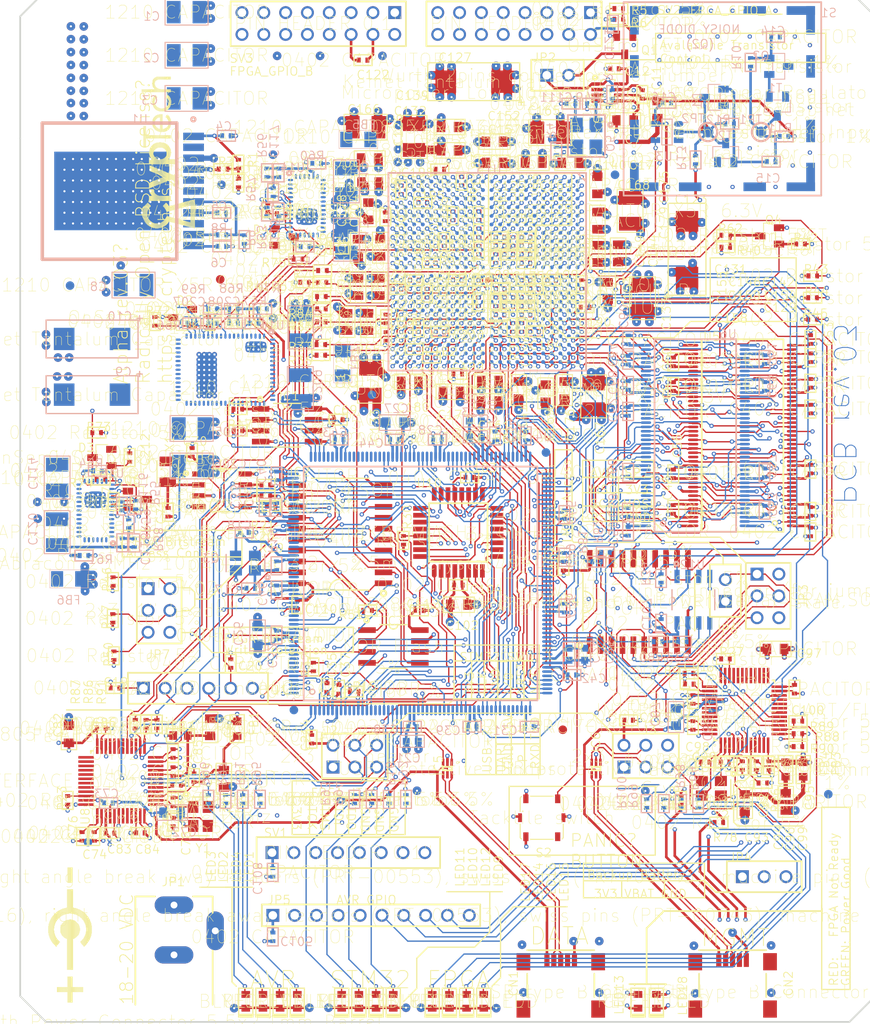
<source format=kicad_pcb>
(kicad_pcb (version 20170920) (host pcbnew no-vcs-found-e46fdb0~60~ubuntu17.04.1)

  (general
    (thickness 1.6)
    (drawings 6665)
    (tracks 9205)
    (zones 0)
    (modules 386)
    (nets 304)
  )

  (page A4)
  (layers
    (0 F.Cu signal)
    (1 In1.Cu power hide)
    (2 In2.Cu mixed hide)
    (3 In3.Cu power hide)
    (4 In4.Cu power hide)
    (5 In5.Cu mixed hide)
    (6 In6.Cu power hide)
    (31 B.Cu signal hide)
    (32 B.Adhes user hide)
    (33 F.Adhes user hide)
    (34 B.Paste user hide)
    (35 F.Paste user hide)
    (36 B.SilkS user hide)
    (37 F.SilkS user hide)
    (38 B.Mask user hide)
    (39 F.Mask user hide)
    (40 Dwgs.User user hide)
    (41 Cmts.User user hide)
    (42 Eco1.User user hide)
    (43 Eco2.User user hide)
    (44 Edge.Cuts user hide)
    (45 Margin user hide)
    (46 B.CrtYd user hide)
    (47 F.CrtYd user hide)
    (48 B.Fab user hide)
    (49 F.Fab user hide)
  )

  (setup
    (last_trace_width 0.25)
    (trace_clearance 0.127)
    (zone_clearance 0.0144)
    (zone_45_only no)
    (trace_min 0.15)
    (segment_width 0.2)
    (edge_width 0.1)
    (via_size 0.889)
    (via_drill 0.25)
    (via_min_size 0.889)
    (via_min_drill 0.508)
    (uvia_size 0.508)
    (uvia_drill 0.127)
    (uvias_allowed no)
    (uvia_min_size 0.508)
    (uvia_min_drill 0.127)
    (pcb_text_width 0.3)
    (pcb_text_size 1.5 1.5)
    (mod_edge_width 0.15)
    (mod_text_size 1 1)
    (mod_text_width 0.15)
    (pad_size 1.5 1.5)
    (pad_drill 0.6)
    (pad_to_mask_clearance 0)
    (aux_axis_origin 0 0)
    (visible_elements 7FFED33F)
    (pcbplotparams
      (layerselection 0x00030_ffffffff)
      (usegerberextensions false)
      (usegerberattributes true)
      (usegerberadvancedattributes true)
      (creategerberjobfile true)
      (excludeedgelayer true)
      (linewidth 0.100000)
      (plotframeref false)
      (viasonmask false)
      (mode 1)
      (useauxorigin false)
      (hpglpennumber 1)
      (hpglpenspeed 20)
      (hpglpendiameter 15)
      (psnegative false)
      (psa4output false)
      (plotreference true)
      (plotvalue true)
      (plotinvisibletext false)
      (padsonsilk false)
      (subtractmaskfromsilk false)
      (outputformat 1)
      (mirror false)
      (drillshape 0)
      (scaleselection 1)
      (outputdirectory GerberOutput/))
  )

  (net 0 "")
  (net 1 Net1)
  (net 2 DM_P)
  (net 3 DM_N)
  (net 4 3V3_BATT)
  (net 5 15V_LDO_ENABLE)
  (net 6 15V_STABLE)
  (net 7 GND)
  (net 8 NetC15_2)
  (net 9 AMPLIFIED)
  (net 10 ARM_FPGA_CFG_CS_N)
  (net 11 ARM_FPGA_CFG_MISO)
  (net 12 ARM_FPGA_CFG_MOSI)
  (net 13 ARM_FPGA_CFG_SCLK)
  (net 14 ARM_LED1)
  (net 15 ARM_LED2)
  (net 16 ARM_LED3)
  (net 17 ARM_LED4)
  (net 18 AVR_GPIO_0)
  (net 19 AVR_GPIO_1)
  (net 20 AVR_GPIO_2)
  (net 21 AVR_GPIO_3)
  (net 22 AVR_GPIO_4)
  (net 23 AVR_GPIO_5)
  (net 24 AVR_GPIO_6)
  (net 25 AVR_GPIO_7)
  (net 26 AVR_GPIO_ARM_0)
  (net 27 AVR_GPIO_ARM_1)
  (net 28 AVR_GPIO_ARM_2)
  (net 29 AVR_GPIO_ARM_3)
  (net 30 AVR_GPIO_FPGA_0)
  (net 31 AVR_GPIO_FPGA_1)
  (net 32 AVR_GPIO_FPGA_2)
  (net 33 AVR_GPIO_FPGA_3)
  (net 34 AVR_LED1)
  (net 35 AVR_LED2)
  (net 36 AVR_LED3)
  (net 37 AVR_LED4)
  (net 38 AVR_PANIC)
  (net 39 AVR_RESET)
  (net 40 BOOT0)
  (net 41 D1_N)
  (net 42 D1_P)
  (net 43 DIGITIZED_NOISE)
  (net 44 FMC_A0)
  (net 45 FMC_A1)
  (net 46 FMC_A2)
  (net 47 FMC_A3)
  (net 48 FMC_A4)
  (net 49 FMC_A5)
  (net 50 FMC_A6)
  (net 51 FMC_A7)
  (net 52 FMC_A8)
  (net 53 FMC_A9)
  (net 54 FMC_A10)
  (net 55 FMC_A11)
  (net 56 FMC_A12)
  (net 57 FMC_A13)
  (net 58 FMC_A14)
  (net 59 FMC_A15)
  (net 60 FMC_A16)
  (net 61 FMC_A17)
  (net 62 FMC_A18)
  (net 63 FMC_A19)
  (net 64 FMC_A20)
  (net 65 FMC_A21)
  (net 66 FMC_A22)
  (net 67 FMC_A23)
  (net 68 FMC_A24)
  (net 69 FMC_A25)
  (net 70 FMC_CLK)
  (net 71 FMC_D0)
  (net 72 FMC_D1)
  (net 73 FMC_D2)
  (net 74 FMC_D3)
  (net 75 FMC_D4)
  (net 76 FMC_D5)
  (net 77 FMC_D6)
  (net 78 FMC_D7)
  (net 79 FMC_D8)
  (net 80 FMC_D9)
  (net 81 FMC_D10)
  (net 82 FMC_D11)
  (net 83 FMC_D12)
  (net 84 FMC_D13)
  (net 85 FMC_D14)
  (net 86 FMC_D15)
  (net 87 FMC_D16)
  (net 88 FMC_D17)
  (net 89 FMC_D18)
  (net 90 FMC_D19)
  (net 91 FMC_D20)
  (net 92 FMC_D21)
  (net 93 FMC_D22)
  (net 94 FMC_D23)
  (net 95 FMC_D24)
  (net 96 FMC_D25)
  (net 97 FMC_D26)
  (net 98 FMC_D27)
  (net 99 FMC_D28)
  (net 100 FMC_D29)
  (net 101 FMC_D30)
  (net 102 FMC_D31)
  (net 103 FMC_NBL0)
  (net 104 FMC_NBL1)
  (net 105 FMC_NBL2)
  (net 106 FMC_NBL3)
  (net 107 FMC_NE1)
  (net 108 FMC_NL)
  (net 109 FMC_NOE)
  (net 110 FMC_NWAIT)
  (net 111 FMC_NWE)
  (net 112 FMC_SDCKE0)
  (net 113 FMC_SDCKE1)
  (net 114 FMC_SDCLK)
  (net 115 FMC_SDNCAS)
  (net 116 FMC_SDNE0)
  (net 117 FMC_SDNE1)
  (net 118 FMC_SDNRAS)
  (net 119 FMC_SDNWE)
  (net 120 FPGA_CFG_CS_N1)
  (net 121 FPGA_CFG_CS_N)
  (net 122 FPGA_CFG_CTRL_ARM_ENA)
  (net 123 FPGA_CFG_CTRL_FPGA_DIS)
  (net 124 FPGA_CFG_MISO1)
  (net 125 FPGA_CFG_MISO)
  (net 126 FPGA_CFG_MOSI1)
  (net 127 FPGA_CFG_MOSI)
  (net 128 FPGA_CFG_SCLK1)
  (net 129 FPGA_CFG_SCLK)
  (net 130 FPGA_DONE_INT)
  (net 131 FPGA_DONE)
  (net 132 FPGA_ENTROPY_DISABLE)
  (net 133 FPGA_GCLK)
  (net 134 FPGA_GPIO_A_0)
  (net 135 FPGA_GPIO_A_1)
  (net 136 FPGA_GPIO_A_2)
  (net 137 FPGA_GPIO_A_3)
  (net 138 FPGA_GPIO_A_4)
  (net 139 FPGA_GPIO_A_5)
  (net 140 FPGA_GPIO_A_6)
  (net 141 FPGA_GPIO_A_7)
  (net 142 FPGA_GPIO_B_0)
  (net 143 FPGA_GPIO_B_1)
  (net 144 FPGA_GPIO_B_2)
  (net 145 FPGA_GPIO_B_3)
  (net 146 FPGA_GPIO_B_4)
  (net 147 FPGA_GPIO_B_5)
  (net 148 FPGA_GPIO_B_6)
  (net 149 FPGA_GPIO_B_7)
  (net 150 FPGA_GPIO_LED_0)
  (net 151 FPGA_GPIO_LED_1)
  (net 152 FPGA_GPIO_LED_2)
  (net 153 FPGA_GPIO_LED_3)
  (net 154 FPGA_INIT_B_INT1)
  (net 155 FPGA_INIT_B_INT)
  (net 156 FPGA_INIT_B)
  (net 157 FPGA_IRQ_N_0)
  (net 158 FPGA_IRQ_N_1)
  (net 159 FPGA_IRQ_N_2)
  (net 160 FPGA_IRQ_N_3)
  (net 161 FPGA_JTAG_TCK)
  (net 162 FPGA_JTAG_TDI)
  (net 163 FPGA_JTAG_TDO)
  (net 164 FPGA_JTAG_TMS)
  (net 165 FPGA_M0)
  (net 166 FPGA_M1)
  (net 167 FPGA_M2)
  (net 168 FPGA_PROGRAM_B1)
  (net 169 FPGA_PROGRAM_B)
  (net 170 FPGA_PROM_CS_N)
  (net 171 FPGA_PROM_MISO)
  (net 172 FPGA_PROM_MOSI)
  (net 173 FPGA_PROM_SCLK)
  (net 174 FPGA_PROM_W_N)
  (net 175 FPGA_VCCAUX_1V8)
  (net 176 FPGA_VCCINT_1V0)
  (net 177 FT_CTS)
  (net 178 FT_DTR)
  (net 179 FT_MGMT_CTS)
  (net 180 FT_MGMT_DTR)
  (net 181 FT_MGMT_RTS)
  (net 182 FT_MGMT_RXD1)
  (net 183 FT_MGMT_RXD)
  (net 184 FT_MGMT_TXD1)
  (net 185 FT_MGMT_TXD)
  (net 186 FT_MGMT_VCC3V3)
  (net 187 FT_MGMT_VPHY)
  (net 188 FT_MGMT_VPLL)
  (net 189 FT_MGMT_VREGIN)
  (net 190 FT_REF1)
  (net 191 FT_REF)
  (net 192 FT_RESET1)
  (net 193 FT_RESET)
  (net 194 FT_RTS)
  (net 195 FT_RXD1)
  (net 196 FT_RXD)
  (net 197 FT_TXD1)
  (net 198 FT_TXD)
  (net 199 FT_VCC3V3)
  (net 200 FT_VCCA1)
  (net 201 FT_VCCA)
  (net 202 FT_VCCORE1)
  (net 203 FT_VCCORE)
  (net 204 FT_VPHY)
  (net 205 FT_VPLL)
  (net 206 FT_VREGIN)
  (net 207 KSM_PROM_CS_N)
  (net 208 KSM_PROM_MISO)
  (net 209 KSM_PROM_MOSI)
  (net 210 KSM_PROM_SCLK)
  (net 211 MKM_AVR_CS_N)
  (net 212 MKM_AVR_MISO)
  (net 213 MKM_AVR_MOSI)
  (net 214 MKM_AVR_SCK)
  (net 215 MKM_CONTROL_AVR_ENA)
  (net 216 MKM_CONTROL_FPGA_DIS)
  (net 217 MKM_CS_N)
  (net 218 MKM_FPGA_CS_N)
  (net 219 MKM_FPGA_MISO)
  (net 220 MKM_FPGA_MOSI)
  (net 221 MKM_FPGA_SCK)
  (net 222 MKM_MISO)
  (net 223 MKM_MOSI)
  (net 224 MKM_SCK)
  (net 225 NetC5_1)
  (net 226 NetC11_1)
  (net 227 NetC12_2)
  (net 228 NetC17_2)
  (net 229 NetC70_2)
  (net 230 NetC71_2)
  (net 231 NetC75_2)
  (net 232 NetC78_2)
  (net 233 NetC90_2)
  (net 234 NetC93_2)
  (net 235 NetC115_1)
  (net 236 NetC116_1)
  (net 237 NetC117_1)
  (net 238 NetC117_2)
  (net 239 NetC118_1)
  (net 240 NetC118_2)
  (net 241 NetC207_1)
  (net 242 NetC208_1)
  (net 243 NetC208_2)
  (net 244 NetIC1_3)
  (net 245 NetJP2_2)
  (net 246 NetLED1_1)
  (net 247 NetLED2_1)
  (net 248 NetLED3_1)
  (net 249 NetLED4_1)
  (net 250 NetLED9_1)
  (net 251 NetLED10_1)
  (net 252 NetLED11_1)
  (net 253 NetLED12_1)
  (net 254 NetLED13_1)
  (net 255 NetLED14_1)
  (net 256 NetLED15_1)
  (net 257 NetLED16_1)
  (net 258 NetLED17_1)
  (net 259 NetLED18_1)
  (net 260 NetLED18_2)
  (net 261 NetQ1_1)
  (net 262 NetQ5_1)
  (net 263 NetQ5_3)
  (net 264 NetR1_1)
  (net 265 NetR3_2)
  (net 266 NetR8_1)
  (net 267 NetR32_2)
  (net 268 NetR33_2)
  (net 269 NetR52_1)
  (net 270 NetR53_2)
  (net 271 NetR54_1)
  (net 272 NetR55_2)
  (net 273 NetR65_1)
  (net 274 NetR66_1)
  (net 275 NetR67_1)
  (net 276 NOISE_IN)
  (net 277 NOISE_OUT)
  (net 278 NRST)
  (net 279 OSC_IN)
  (net 280 OSC_OUT)
  (net 281 POK_VCCAUX)
  (net 282 POK_VCCINT)
  (net 283 POK_VCCO)
  (net 284 PWR_18V)
  (net 285 PWR_ENA_VCCAUX)
  (net 286 PWR_ENA_VCCINT)
  (net 287 PWR_ENA_VCCO)
  (net 288 RAW_NOISE)
  (net 289 RTC_MFP)
  (net 290 RTC_SCL)
  (net 291 RTC_SDA)
  (net 292 SPI_A_TRISTATE)
  (net 293 SPI_B_TRISTATE)
  (net 294 SWDCLK)
  (net 295 SWDIO)
  (net 296 USB_MGMT_N)
  (net 297 USB_MGMT_P)
  (net 298 USB_N)
  (net 299 USB_P)
  (net 300 VCAP1)
  (net 301 VCAP2)
  (net 302 VCC_5V0)
  (net 303 VCCO_3V3)

  (net_class Default "This is the default net class."
    (clearance 0.127)
    (trace_width 0.25)
    (via_dia 0.889)
    (via_drill 0.25)
    (uvia_dia 0.508)
    (uvia_drill 0.127)
    (add_net 15V_LDO_ENABLE)
    (add_net 15V_STABLE)
    (add_net 3V3_BATT)
    (add_net AMPLIFIED)
    (add_net ARM_FPGA_CFG_CS_N)
    (add_net ARM_FPGA_CFG_MISO)
    (add_net ARM_FPGA_CFG_MOSI)
    (add_net ARM_FPGA_CFG_SCLK)
    (add_net ARM_LED1)
    (add_net ARM_LED2)
    (add_net ARM_LED3)
    (add_net ARM_LED4)
    (add_net AVR_GPIO_0)
    (add_net AVR_GPIO_1)
    (add_net AVR_GPIO_2)
    (add_net AVR_GPIO_3)
    (add_net AVR_GPIO_4)
    (add_net AVR_GPIO_5)
    (add_net AVR_GPIO_6)
    (add_net AVR_GPIO_7)
    (add_net AVR_GPIO_ARM_0)
    (add_net AVR_GPIO_ARM_1)
    (add_net AVR_GPIO_ARM_2)
    (add_net AVR_GPIO_ARM_3)
    (add_net AVR_GPIO_FPGA_0)
    (add_net AVR_GPIO_FPGA_1)
    (add_net AVR_GPIO_FPGA_2)
    (add_net AVR_GPIO_FPGA_3)
    (add_net AVR_LED1)
    (add_net AVR_LED2)
    (add_net AVR_LED3)
    (add_net AVR_LED4)
    (add_net AVR_PANIC)
    (add_net AVR_RESET)
    (add_net BOOT0)
    (add_net DIGITIZED_NOISE)
    (add_net FPGA_CFG_CS_N)
    (add_net FPGA_CFG_CS_N1)
    (add_net FPGA_CFG_CTRL_ARM_ENA)
    (add_net FPGA_CFG_CTRL_FPGA_DIS)
    (add_net FPGA_CFG_MISO)
    (add_net FPGA_CFG_MISO1)
    (add_net FPGA_CFG_MOSI)
    (add_net FPGA_CFG_MOSI1)
    (add_net FPGA_CFG_SCLK)
    (add_net FPGA_CFG_SCLK1)
    (add_net FPGA_DONE)
    (add_net FPGA_DONE_INT)
    (add_net FPGA_ENTROPY_DISABLE)
    (add_net FPGA_GCLK)
    (add_net FPGA_GPIO_LED_0)
    (add_net FPGA_GPIO_LED_1)
    (add_net FPGA_GPIO_LED_2)
    (add_net FPGA_GPIO_LED_3)
    (add_net FPGA_INIT_B)
    (add_net FPGA_INIT_B_INT)
    (add_net FPGA_INIT_B_INT1)
    (add_net FPGA_IRQ_N_0)
    (add_net FPGA_IRQ_N_1)
    (add_net FPGA_IRQ_N_2)
    (add_net FPGA_IRQ_N_3)
    (add_net FPGA_JTAG_TCK)
    (add_net FPGA_JTAG_TDI)
    (add_net FPGA_JTAG_TDO)
    (add_net FPGA_JTAG_TMS)
    (add_net FPGA_M0)
    (add_net FPGA_M1)
    (add_net FPGA_M2)
    (add_net FPGA_PROGRAM_B)
    (add_net FPGA_PROGRAM_B1)
    (add_net FPGA_PROM_CS_N)
    (add_net FPGA_PROM_MISO)
    (add_net FPGA_PROM_MOSI)
    (add_net FPGA_PROM_SCLK)
    (add_net FPGA_PROM_W_N)
    (add_net FPGA_VCCAUX_1V8)
    (add_net FPGA_VCCINT_1V0)
    (add_net FT_CTS)
    (add_net FT_DTR)
    (add_net FT_MGMT_CTS)
    (add_net FT_MGMT_DTR)
    (add_net FT_MGMT_RTS)
    (add_net FT_MGMT_RXD)
    (add_net FT_MGMT_RXD1)
    (add_net FT_MGMT_TXD)
    (add_net FT_MGMT_TXD1)
    (add_net FT_MGMT_VCC3V3)
    (add_net FT_MGMT_VPHY)
    (add_net FT_MGMT_VPLL)
    (add_net FT_MGMT_VREGIN)
    (add_net FT_REF)
    (add_net FT_REF1)
    (add_net FT_RESET)
    (add_net FT_RESET1)
    (add_net FT_RTS)
    (add_net FT_RXD)
    (add_net FT_RXD1)
    (add_net FT_TXD)
    (add_net FT_TXD1)
    (add_net FT_VCC3V3)
    (add_net FT_VCCA)
    (add_net FT_VCCA1)
    (add_net FT_VCCORE)
    (add_net FT_VCCORE1)
    (add_net FT_VPHY)
    (add_net FT_VPLL)
    (add_net FT_VREGIN)
    (add_net GND)
    (add_net KSM_PROM_CS_N)
    (add_net KSM_PROM_MISO)
    (add_net KSM_PROM_MOSI)
    (add_net KSM_PROM_SCLK)
    (add_net MKM_AVR_CS_N)
    (add_net MKM_AVR_MISO)
    (add_net MKM_AVR_MOSI)
    (add_net MKM_AVR_SCK)
    (add_net MKM_CONTROL_AVR_ENA)
    (add_net MKM_CONTROL_FPGA_DIS)
    (add_net MKM_CS_N)
    (add_net MKM_FPGA_CS_N)
    (add_net MKM_FPGA_MISO)
    (add_net MKM_FPGA_MOSI)
    (add_net MKM_FPGA_SCK)
    (add_net MKM_MISO)
    (add_net MKM_MOSI)
    (add_net MKM_SCK)
    (add_net NOISE_IN)
    (add_net NOISE_OUT)
    (add_net NRST)
    (add_net Net1)
    (add_net NetC115_1)
    (add_net NetC116_1)
    (add_net NetC117_1)
    (add_net NetC117_2)
    (add_net NetC118_1)
    (add_net NetC118_2)
    (add_net NetC11_1)
    (add_net NetC12_2)
    (add_net NetC15_2)
    (add_net NetC17_2)
    (add_net NetC207_1)
    (add_net NetC208_1)
    (add_net NetC208_2)
    (add_net NetC5_1)
    (add_net NetC70_2)
    (add_net NetC71_2)
    (add_net NetC75_2)
    (add_net NetC78_2)
    (add_net NetC90_2)
    (add_net NetC93_2)
    (add_net NetIC1_3)
    (add_net NetJP2_2)
    (add_net NetLED10_1)
    (add_net NetLED11_1)
    (add_net NetLED12_1)
    (add_net NetLED13_1)
    (add_net NetLED14_1)
    (add_net NetLED15_1)
    (add_net NetLED16_1)
    (add_net NetLED17_1)
    (add_net NetLED18_1)
    (add_net NetLED18_2)
    (add_net NetLED1_1)
    (add_net NetLED2_1)
    (add_net NetLED3_1)
    (add_net NetLED4_1)
    (add_net NetLED9_1)
    (add_net NetQ1_1)
    (add_net NetQ5_1)
    (add_net NetQ5_3)
    (add_net NetR1_1)
    (add_net NetR32_2)
    (add_net NetR33_2)
    (add_net NetR3_2)
    (add_net NetR52_1)
    (add_net NetR53_2)
    (add_net NetR54_1)
    (add_net NetR55_2)
    (add_net NetR65_1)
    (add_net NetR66_1)
    (add_net NetR67_1)
    (add_net NetR8_1)
    (add_net OSC_IN)
    (add_net OSC_OUT)
    (add_net POK_VCCAUX)
    (add_net POK_VCCINT)
    (add_net POK_VCCO)
    (add_net PWR_18V)
    (add_net PWR_ENA_VCCAUX)
    (add_net PWR_ENA_VCCINT)
    (add_net PWR_ENA_VCCO)
    (add_net RAW_NOISE)
    (add_net RTC_MFP)
    (add_net RTC_SCL)
    (add_net RTC_SDA)
    (add_net SPI_A_TRISTATE)
    (add_net SPI_B_TRISTATE)
    (add_net SWDCLK)
    (add_net SWDIO)
    (add_net VCAP1)
    (add_net VCAP2)
    (add_net VCCO_3V3)
    (add_net VCC_5V0)
  )

  (net_class FMC FMC
    (clearance 0.15)
    (trace_width 0.254)
    (via_dia 0.889)
    (via_drill 0.25)
    (uvia_dia 0.508)
    (uvia_drill 0.127)
    (add_net FMC_A0)
    (add_net FMC_A1)
    (add_net FMC_A10)
    (add_net FMC_A11)
    (add_net FMC_A12)
    (add_net FMC_A13)
    (add_net FMC_A14)
    (add_net FMC_A15)
    (add_net FMC_A16)
    (add_net FMC_A17)
    (add_net FMC_A18)
    (add_net FMC_A19)
    (add_net FMC_A2)
    (add_net FMC_A20)
    (add_net FMC_A21)
    (add_net FMC_A22)
    (add_net FMC_A23)
    (add_net FMC_A24)
    (add_net FMC_A25)
    (add_net FMC_A3)
    (add_net FMC_A4)
    (add_net FMC_A5)
    (add_net FMC_A6)
    (add_net FMC_A7)
    (add_net FMC_A8)
    (add_net FMC_A9)
    (add_net FMC_CLK)
    (add_net FMC_D0)
    (add_net FMC_D1)
    (add_net FMC_D10)
    (add_net FMC_D11)
    (add_net FMC_D12)
    (add_net FMC_D13)
    (add_net FMC_D14)
    (add_net FMC_D15)
    (add_net FMC_D16)
    (add_net FMC_D17)
    (add_net FMC_D18)
    (add_net FMC_D19)
    (add_net FMC_D2)
    (add_net FMC_D20)
    (add_net FMC_D21)
    (add_net FMC_D22)
    (add_net FMC_D23)
    (add_net FMC_D24)
    (add_net FMC_D25)
    (add_net FMC_D26)
    (add_net FMC_D27)
    (add_net FMC_D28)
    (add_net FMC_D29)
    (add_net FMC_D3)
    (add_net FMC_D30)
    (add_net FMC_D31)
    (add_net FMC_D4)
    (add_net FMC_D5)
    (add_net FMC_D6)
    (add_net FMC_D7)
    (add_net FMC_D8)
    (add_net FMC_D9)
    (add_net FMC_NBL0)
    (add_net FMC_NBL1)
    (add_net FMC_NBL2)
    (add_net FMC_NBL3)
    (add_net FMC_NE1)
    (add_net FMC_NL)
    (add_net FMC_NOE)
    (add_net FMC_NWAIT)
    (add_net FMC_NWE)
    (add_net FMC_SDCKE0)
    (add_net FMC_SDCKE1)
    (add_net FMC_SDCLK)
    (add_net FMC_SDNCAS)
    (add_net FMC_SDNE0)
    (add_net FMC_SDNE1)
    (add_net FMC_SDNRAS)
    (add_net FMC_SDNWE)
  )

  (net_class FPGA_GPIO FPGA_GPIO
    (clearance 0.15)
    (trace_width 0.254)
    (via_dia 0.889)
    (via_drill 0.25)
    (uvia_dia 0.508)
    (uvia_drill 0.127)
    (add_net FPGA_GPIO_A_0)
    (add_net FPGA_GPIO_A_1)
    (add_net FPGA_GPIO_A_2)
    (add_net FPGA_GPIO_A_3)
    (add_net FPGA_GPIO_A_4)
    (add_net FPGA_GPIO_A_5)
    (add_net FPGA_GPIO_A_6)
    (add_net FPGA_GPIO_A_7)
    (add_net FPGA_GPIO_B_0)
    (add_net FPGA_GPIO_B_1)
    (add_net FPGA_GPIO_B_2)
    (add_net FPGA_GPIO_B_3)
    (add_net FPGA_GPIO_B_4)
    (add_net FPGA_GPIO_B_5)
    (add_net FPGA_GPIO_B_6)
    (add_net FPGA_GPIO_B_7)
  )

  (net_class USB USB
    (clearance 0.15)
    (trace_width 0.254)
    (via_dia 0.889)
    (via_drill 0.25)
    (uvia_dia 0.508)
    (uvia_drill 0.127)
    (add_net D1_N)
    (add_net D1_P)
    (add_net DM_N)
    (add_net DM_P)
    (add_net USB_MGMT_N)
    (add_net USB_MGMT_P)
    (add_net USB_N)
    (add_net USB_P)
  )

  (module HDR1X10 (layer F.Cu) (tedit 4289BEAB) (tstamp 539EEDBF)
    (at 31.5 6)
    (path /539EEC0F)
    (attr smd)
    (fp_text reference JP5 (at 0 0) (layer F.SilkS) hide
      (effects (font (thickness 0.05)))
    )
    (fp_text value "Standard 10-pin 0.1\" header. Use with straight break away headers (SKU : PRT-00116), right angle break away headers (PRT-00553), swiss pins (PRT-00743), machine pins (PRT-00117), and female headers (PRT-00115)." (at 0 0) (layer F.SilkS)
      (effects (font (thickness 0.05)))
    )
    (pad 3 thru_hole circle (at 5.08 0) (size 1.5 1.5) (drill 1) (layers *.Cu *.Paste *.Mask)
      (net 19 AVR_GPIO_1))
    (pad 10 thru_hole circle (at 22.86 0) (size 1.5 1.5) (drill 1) (layers *.Cu *.Paste *.Mask)
      (net 7 GND))
    (pad 9 thru_hole circle (at 20.32 0) (size 1.5 1.5) (drill 1) (layers *.Cu *.Paste *.Mask)
      (net 25 AVR_GPIO_7))
    (pad 8 thru_hole circle (at 17.78 0) (size 1.5 1.5) (drill 1) (layers *.Cu *.Paste *.Mask)
      (net 24 AVR_GPIO_6))
    (pad 7 thru_hole circle (at 15.24 0) (size 1.5 1.5) (drill 1) (layers *.Cu *.Paste *.Mask)
      (net 23 AVR_GPIO_5))
    (pad 6 thru_hole circle (at 12.7 0) (size 1.5 1.5) (drill 1) (layers *.Cu *.Paste *.Mask)
      (net 22 AVR_GPIO_4))
    (pad 5 thru_hole circle (at 10.16 0) (size 1.5 1.5) (drill 1) (layers *.Cu *.Paste *.Mask)
      (net 21 AVR_GPIO_3))
    (pad 4 thru_hole circle (at 7.62 0) (size 1.5 1.5) (drill 1) (layers *.Cu *.Paste *.Mask)
      (net 20 AVR_GPIO_2))
    (pad 2 thru_hole circle (at 2.54 0) (size 1.5 1.5) (drill 1) (layers *.Cu *.Paste *.Mask)
      (net 18 AVR_GPIO_0))
    (pad 1 thru_hole rect (at 0 0) (size 1.5 1.5) (drill 1) (layers *.Cu *.Paste *.Mask)
      (net 303 VCCO_3V3))
  )

  (module PLS-2 (layer F.Cu) (tedit 4289BEAB) (tstamp 539EEDBF)
    (at 84.16075 -31.8)
    (path /539EEC0F)
    (attr smd)
    (fp_text reference JP6 (at 0 0) (layer F.SilkS) hide
      (effects (font (thickness 0.05)))
    )
    (fp_text value "Wurth 2pins connector (for jumper)" (at 0 0) (layer F.SilkS)
      (effects (font (thickness 0.05)))
    )
    (pad 1 thru_hole rect (at -0.00001 1.27 90) (size 1.5 1.5) (drill 1) (layers *.Cu *.Paste *.Mask)
      (net 7 GND))
    (pad 2 thru_hole circle (at -0.00001 -1.27 90) (size 1.5 1.5) (drill 1) (layers *.Cu *.Paste *.Mask)
      (net 212 MKM_AVR_MISO))
    (model "wrlshp/User Library-Header1x2.wrl"
      (at (xyz -0.46484 0.22343 -0.2677165))
      (scale (xyz 0.39370078740158 0.39370078740158 0.39370078740158))
      (rotate (xyz 270 360 90))
    )
    (model wrlshp/3416A7AC-A52A.wrl
      (at (xyz 0 0 0))
      (scale (xyz 1 1 1))
      (rotate (xyz 0 0 180))
    )
  )

  (module C_1210 (layer B.Cu) (tedit 4289BEAB) (tstamp 539EEDBF)
    (at 21.463 -99.0854)
    (path /539EEC0F)
    (attr smd)
    (fp_text reference C1 (at 0 0) (layer F.SilkS) hide
      (effects (font (thickness 0.05)))
    )
    (fp_text value "1210 CAPACITOR" (at 0 0) (layer F.SilkS)
      (effects (font (thickness 0.05)))
    )
    (pad 2 smd rect (at 1.5 0) (size 1.6 2.6) (layers B.Cu B.Paste B.Mask)
      (net 7 GND))
    (pad 1 smd rect (at -1.5 0) (size 1.6 2.6) (layers B.Cu B.Paste B.Mask)
      (net 284 PWR_18V))
    (model wrlshp/SW3dPS-CAPC3225.wrl
      (at (xyz 0 0.04921 0.0492126))
      (scale (xyz 0.39370078740158 0.39370078740158 0.39370078740158))
      (rotate (xyz 270 360 360))
    )
    (model wrlshp/F26EE9BE-B6B0.wrl
      (at (xyz 0 0 0))
      (scale (xyz 1 1 1))
      (rotate (xyz 0 0 360))
    )
  )

  (module C_1210 (layer B.Cu) (tedit 4289BEAB) (tstamp 539EEDBF)
    (at 21.463 -94.0689)
    (path /539EEC0F)
    (attr smd)
    (fp_text reference C2 (at 0 0) (layer F.SilkS) hide
      (effects (font (thickness 0.05)))
    )
    (fp_text value "1210 CAPACITOR" (at 0 0) (layer F.SilkS)
      (effects (font (thickness 0.05)))
    )
    (pad 1 smd rect (at -1.5 0) (size 1.6 2.6) (layers B.Cu B.Paste B.Mask)
      (net 284 PWR_18V))
    (pad 2 smd rect (at 1.5 0) (size 1.6 2.6) (layers B.Cu B.Paste B.Mask)
      (net 7 GND))
    (model wrlshp/SW3dPS-CAPC3225.wrl
      (at (xyz 0 0.04921 0.0492126))
      (scale (xyz 0.39370078740158 0.39370078740158 0.39370078740158))
      (rotate (xyz 270 360 360))
    )
    (model wrlshp/F26EE9BE-B6B0.wrl
      (at (xyz 0 0 0))
      (scale (xyz 1 1 1))
      (rotate (xyz 0 0 360))
    )
  )

  (module C_1210 (layer B.Cu) (tedit 4289BEAB) (tstamp 539EEDBF)
    (at 21.463 -89.0524)
    (path /539EEC0F)
    (attr smd)
    (fp_text reference C3 (at 0 0) (layer F.SilkS) hide
      (effects (font (thickness 0.05)))
    )
    (fp_text value "1210 CAPACITOR" (at 0 0) (layer F.SilkS)
      (effects (font (thickness 0.05)))
    )
    (pad 2 smd rect (at 1.5 0) (size 1.6 2.6) (layers B.Cu B.Paste B.Mask)
      (net 7 GND))
    (pad 1 smd rect (at -1.5 0) (size 1.6 2.6) (layers B.Cu B.Paste B.Mask)
      (net 284 PWR_18V))
    (model wrlshp/SW3dPS-CAPC3225.wrl
      (at (xyz 0 0.04921 0.0492126))
      (scale (xyz 0.39370078740158 0.39370078740158 0.39370078740158))
      (rotate (xyz 270 360 360))
    )
    (model wrlshp/F26EE9BE-B6B0.wrl
      (at (xyz 0 0 0))
      (scale (xyz 1 1 1))
      (rotate (xyz 0 0 360))
    )
  )

  (module C_0402 (layer B.Cu) (tedit 4289BEAB) (tstamp 539EEDBF)
    (at 26.1 -84.7)
    (path /539EEC0F)
    (attr smd)
    (fp_text reference C4 (at 0 0) (layer F.SilkS) hide
      (effects (font (thickness 0.05)))
    )
    (fp_text value "0402 CAPACITOR" (at 0 0) (layer F.SilkS)
      (effects (font (thickness 0.05)))
    )
    (pad 1 smd rect (at -0.5 0) (size 0.45 0.6) (layers B.Cu B.Paste B.Mask)
      (net 284 PWR_18V))
    (pad 2 smd rect (at 0.5 0) (size 0.45 0.6) (layers B.Cu B.Paste B.Mask)
      (net 7 GND))
    (model "wrlshp/SW3dPS-0402 SMD Capacitor.wrl"
      (at (xyz 0 0 0))
      (scale (xyz 0.39370078740158 0.39370078740158 0.39370078740158))
      (rotate (xyz 270 360 360))
    )
    (model wrlshp/ECAF1ED8-FCC0.wrl
      (at (xyz 0 0 0))
      (scale (xyz 1 1 1))
      (rotate (xyz 0 0 360))
    )
  )

  (module C_0402 (layer B.Cu) (tedit 4289BEAB) (tstamp 539EEDBF)
    (at 25.55 -75.725)
    (path /539EEC0F)
    (attr smd)
    (fp_text reference C5 (at 0 0) (layer F.SilkS) hide
      (effects (font (thickness 0.05)))
    )
    (fp_text value "0402 CAPACITOR" (at 0 0) (layer F.SilkS)
      (effects (font (thickness 0.05)))
    )
    (pad 2 smd rect (at 0.5 0) (size 0.45 0.6) (layers B.Cu B.Paste B.Mask)
      (net 7 GND))
    (pad 1 smd rect (at -0.5 0) (size 0.45 0.6) (layers B.Cu B.Paste B.Mask)
      (net 225 NetC5_1))
    (model "wrlshp/SW3dPS-0402 SMD Capacitor.wrl"
      (at (xyz 0 0 0))
      (scale (xyz 0.39370078740158 0.39370078740158 0.39370078740158))
      (rotate (xyz 270 360 360))
    )
    (model wrlshp/ECAF1ED8-FCC0.wrl
      (at (xyz 0 0 0))
      (scale (xyz 1 1 1))
      (rotate (xyz 0 0 360))
    )
  )

  (module C_0402 (layer B.Cu) (tedit 4289BEAB) (tstamp 539EEDBF)
    (at 25.5778 -71.8312)
    (path /539EEC0F)
    (attr smd)
    (fp_text reference C6 (at 0 0) (layer F.SilkS) hide
      (effects (font (thickness 0.05)))
    )
    (fp_text value "0402 CAPACITOR" (at 0 0) (layer F.SilkS)
      (effects (font (thickness 0.05)))
    )
    (pad 1 smd rect (at -0.5 0) (size 0.45 0.6) (layers B.Cu B.Paste B.Mask)
      (net 302 VCC_5V0))
    (pad 2 smd rect (at 0.5 0) (size 0.45 0.6) (layers B.Cu B.Paste B.Mask)
      (net 7 GND))
    (model "wrlshp/SW3dPS-0402 SMD Capacitor.wrl"
      (at (xyz 0 0 0))
      (scale (xyz 0.39370078740158 0.39370078740158 0.39370078740158))
      (rotate (xyz 270 360 360))
    )
    (model wrlshp/ECAF1ED8-FCC0.wrl
      (at (xyz 0 0 0))
      (scale (xyz 1 1 1))
      (rotate (xyz 0 0 360))
    )
  )

  (module C_0805 (layer F.Cu) (tedit 4289BEAB) (tstamp 539EEDBF)
    (at 72.5 -86.5)
    (path /539EEC0F)
    (attr smd)
    (fp_text reference C7 (at 0 0) (layer F.SilkS) hide
      (effects (font (thickness 0.05)))
    )
    (fp_text value "0805 CAPACITOR X7R 25V" (at 0 0) (layer F.SilkS)
      (effects (font (thickness 0.05)))
    )
    (pad 2 smd rect (at -1 0 180) (size 1 1.2) (layers F.Cu F.Paste F.Mask)
      (net 7 GND))
    (pad 1 smd rect (at 1 0 180) (size 1 1.2) (layers F.Cu F.Paste F.Mask)
      (net 284 PWR_18V))
    (model "wrlshp/SW3dPS-0805 SMD Capacitor.wrl"
      (at (xyz 0 0.00098 0))
      (scale (xyz 0.39370078740158 0.39370078740158 0.39370078740158))
      (rotate (xyz 270 360 180))
    )
    (model wrlshp/68E8DA21-73BF.wrl
      (at (xyz 0 0 0))
      (scale (xyz 1 1 1))
      (rotate (xyz 0 0 0))
    )
  )

  (module C_1210 (layer B.Cu) (tedit 4289BEAB) (tstamp 539EEDBF)
    (at 15.2908 -67.3354)
    (path /539EEC0F)
    (attr smd)
    (fp_text reference C8 (at 0 0) (layer F.SilkS) hide
      (effects (font (thickness 0.05)))
    )
    (fp_text value "1210 CAPACITOR X5R 6.3V" (at 0 0) (layer F.SilkS)
      (effects (font (thickness 0.05)))
    )
    (pad 1 smd rect (at 1.5 0 180) (size 1.6 2.6) (layers B.Cu B.Paste B.Mask)
      (net 302 VCC_5V0))
    (pad 2 smd rect (at -1.5 0 180) (size 1.6 2.6) (layers B.Cu B.Paste B.Mask)
      (net 7 GND))
    (model wrlshp/SW3dPS-CAPC3225.wrl
      (at (xyz 0 -0.04921 0.0492126))
      (scale (xyz 0.39370078740158 0.39370078740158 0.39370078740158))
      (rotate (xyz 270 360 180))
    )
    (model wrlshp/F26EE9BE-B6B0.wrl
      (at (xyz 0 0 0))
      (scale (xyz 1 1 1))
      (rotate (xyz 0 0 0))
    )
  )

  (module C_D (layer B.Cu) (tedit 4289BEAB) (tstamp 539EEDBF)
    (at 10.4648 -54.5846)
    (path /539EEC0F)
    (attr smd)
    (fp_text reference C9 (at 0 0) (layer F.SilkS) hide
      (effects (font (thickness 0.05)))
    )
    (fp_text value "Kemet Tantalum Capacitor" (at 0 0) (layer F.SilkS)
      (effects (font (thickness 0.05)))
    )
    (pad 1 smd rect (at 3.25 0 180) (size 2.4 2.6) (layers B.Cu B.Paste B.Mask)
      (net 302 VCC_5V0))
    (pad 2 smd rect (at -3.25 0 180) (size 2.4 2.6) (layers B.Cu B.Paste B.Mask)
      (net 7 GND))
    (model wrlshp/SW3dPS-cap_d.wrl
      (at (xyz -0.00197 0 0))
      (scale (xyz 0.39370078740158 0.39370078740158 0.39370078740158))
      (rotate (xyz 270 360 180))
    )
    (model wrlshp/5917D381-109F.wrl
      (at (xyz 0 0 0))
      (scale (xyz 1 1 1))
      (rotate (xyz 0 0 0))
    )
  )

  (module C_D (layer B.Cu) (tedit 4289BEAB) (tstamp 539EEDBF)
    (at 10.4648 -61.0616)
    (path /539EEC0F)
    (attr smd)
    (fp_text reference C10 (at 0 0) (layer F.SilkS) hide
      (effects (font (thickness 0.05)))
    )
    (fp_text value "Kemet Tantalum Capacitor" (at 0 0) (layer F.SilkS)
      (effects (font (thickness 0.05)))
    )
    (pad 2 smd rect (at -3.25 0 180) (size 2.4 2.6) (layers B.Cu B.Paste B.Mask)
      (net 7 GND))
    (pad 1 smd rect (at 3.25 0 180) (size 2.4 2.6) (layers B.Cu B.Paste B.Mask)
      (net 302 VCC_5V0))
    (model wrlshp/SW3dPS-cap_d.wrl
      (at (xyz -0.00197 0 0))
      (scale (xyz 0.39370078740158 0.39370078740158 0.39370078740158))
      (rotate (xyz 270 360 180))
    )
    (model wrlshp/5917D381-109F.wrl
      (at (xyz 0 0 0))
      (scale (xyz 1 1 1))
      (rotate (xyz 0 0 0))
    )
  )

  (module C_0402 (layer F.Cu) (tedit 4289BEAB) (tstamp 539EEDBF)
    (at 74.5 -89.5)
    (path /539EEC0F)
    (attr smd)
    (fp_text reference C11 (at 0 0) (layer F.SilkS) hide
      (effects (font (thickness 0.05)))
    )
    (fp_text value "0402 CAPACITOR" (at 0 0) (layer F.SilkS)
      (effects (font (thickness 0.05)))
    )
    (pad 2 smd rect (at 0 0.5 270) (size 0.45 0.6) (layers F.Cu F.Paste F.Mask)
      (net 6 15V_STABLE))
    (pad 1 smd rect (at 0 -0.5 270) (size 0.45 0.6) (layers F.Cu F.Paste F.Mask)
      (net 226 NetC11_1))
    (model "wrlshp/SW3dPS-0402 SMD Capacitor.wrl"
      (at (xyz 0 -0 0))
      (scale (xyz 0.39370078740158 0.39370078740158 0.39370078740158))
      (rotate (xyz 270 360 90))
    )
    (model wrlshp/ECAF1ED8-FCC0.wrl
      (at (xyz 0 0 0))
      (scale (xyz 1 1 1))
      (rotate (xyz 0 0 180))
    )
  )

  (module C_0402 (layer F.Cu) (tedit 4289BEAB) (tstamp 539EEDBF)
    (at 71.25 -92.5)
    (path /539EEC0F)
    (attr smd)
    (fp_text reference C12 (at 0 0) (layer F.SilkS) hide
      (effects (font (thickness 0.05)))
    )
    (fp_text value "0402 CAPACITOR" (at 0 0) (layer F.SilkS)
      (effects (font (thickness 0.05)))
    )
    (pad 1 smd rect (at -0.5 0) (size 0.45 0.6) (layers F.Cu F.Paste F.Mask)
      (net 7 GND))
    (pad 2 smd rect (at 0.5 0) (size 0.45 0.6) (layers F.Cu F.Paste F.Mask)
      (net 227 NetC12_2))
    (model "wrlshp/SW3dPS-0402 SMD Capacitor.wrl"
      (at (xyz 0 -0 0))
      (scale (xyz 0.39370078740158 0.39370078740158 0.39370078740158))
      (rotate (xyz 270 360 0))
    )
    (model wrlshp/ECAF1ED8-FCC0.wrl
      (at (xyz 0 0 0))
      (scale (xyz 1 1 1))
      (rotate (xyz 0 0 360))
    )
  )

  (module C_0805 (layer F.Cu) (tedit 4289BEAB) (tstamp 539EEDBF)
    (at 76.25 -87.75)
    (path /539EEC0F)
    (attr smd)
    (fp_text reference C13 (at 0 0) (layer F.SilkS) hide
      (effects (font (thickness 0.05)))
    )
    (fp_text value "0805 CAPACITOR X7R 25V" (at 0 0) (layer F.SilkS)
      (effects (font (thickness 0.05)))
    )
    (pad 1 smd rect (at 0 -1 270) (size 1 1.2) (layers F.Cu F.Paste F.Mask)
      (net 6 15V_STABLE))
    (pad 2 smd rect (at 0 1 270) (size 1 1.2) (layers F.Cu F.Paste F.Mask)
      (net 7 GND))
    (model "wrlshp/SW3dPS-0805 SMD Capacitor.wrl"
      (at (xyz -0.00098 -0 0))
      (scale (xyz 0.39370078740158 0.39370078740158 0.39370078740158))
      (rotate (xyz 270 360 90))
    )
    (model wrlshp/68E8DA21-73BF.wrl
      (at (xyz 0 0 0))
      (scale (xyz 1 1 1))
      (rotate (xyz 0 0 180))
    )
  )

  (module C_0402 (layer B.Cu) (tedit 4289BEAB) (tstamp 539EEDBF)
    (at 89.9922 -96.2152)
    (path /539EEC0F)
    (attr smd)
    (fp_text reference C14 (at 0 0) (layer F.SilkS) hide
      (effects (font (thickness 0.05)))
    )
    (fp_text value "0402 CAPACITOR" (at 0 0) (layer F.SilkS)
      (effects (font (thickness 0.05)))
    )
    (pad 2 smd rect (at -0.5 0 180) (size 0.45 0.6) (layers B.Cu B.Paste B.Mask)
      (net 276 NOISE_IN))
    (pad 1 smd rect (at 0.5 0 180) (size 0.45 0.6) (layers B.Cu B.Paste B.Mask)
      (net 7 GND))
    (model "wrlshp/SW3dPS-0402 SMD Capacitor.wrl"
      (at (xyz 0 0 0))
      (scale (xyz 0.39370078740158 0.39370078740158 0.39370078740158))
      (rotate (xyz 270 360 180))
    )
    (model wrlshp/ECAF1ED8-FCC0.wrl
      (at (xyz 0 0 0))
      (scale (xyz 1 1 1))
      (rotate (xyz 0 0 0))
    )
  )

  (module C_0402 (layer B.Cu) (tedit 4289BEAB) (tstamp 539EEDBF)
    (at 89.4842 -81.6864)
    (path /539EEC0F)
    (attr smd)
    (fp_text reference C15 (at 0 0) (layer F.SilkS) hide
      (effects (font (thickness 0.05)))
    )
    (fp_text value "0402 CAPACITOR" (at 0 0) (layer F.SilkS)
      (effects (font (thickness 0.05)))
    )
    (pad 1 smd rect (at 0.5 0 180) (size 0.45 0.6) (layers B.Cu B.Paste B.Mask)
      (net 288 RAW_NOISE))
    (pad 2 smd rect (at -0.5 0 180) (size 0.45 0.6) (layers B.Cu B.Paste B.Mask)
      (net 8 NetC15_2))
    (model "wrlshp/SW3dPS-0402 SMD Capacitor.wrl"
      (at (xyz 0 0 0))
      (scale (xyz 0.39370078740158 0.39370078740158 0.39370078740158))
      (rotate (xyz 270 360 180))
    )
    (model wrlshp/ECAF1ED8-FCC0.wrl
      (at (xyz 0 0 0))
      (scale (xyz 1 1 1))
      (rotate (xyz 0 0 0))
    )
  )

  (module C_0402 (layer B.Cu) (tedit 4289BEAB) (tstamp 539EEDBF)
    (at 77.343 -88.5444)
    (path /539EEC0F)
    (attr smd)
    (fp_text reference C16 (at 0 0) (layer F.SilkS) hide
      (effects (font (thickness 0.05)))
    )
    (fp_text value "0402 CAPACITOR" (at 0 0) (layer F.SilkS)
      (effects (font (thickness 0.05)))
    )
    (pad 2 smd rect (at -0.5 0 180) (size 0.45 0.6) (layers B.Cu B.Paste B.Mask)
      (net 303 VCCO_3V3))
    (pad 1 smd rect (at 0.5 0 180) (size 0.45 0.6) (layers B.Cu B.Paste B.Mask)
      (net 7 GND))
    (model "wrlshp/SW3dPS-0402 SMD Capacitor.wrl"
      (at (xyz 0 0 0))
      (scale (xyz 0.39370078740158 0.39370078740158 0.39370078740158))
      (rotate (xyz 270 360 180))
    )
    (model wrlshp/ECAF1ED8-FCC0.wrl
      (at (xyz 0 0 0))
      (scale (xyz 1 1 1))
      (rotate (xyz 0 0 0))
    )
  )

  (module C_0402 (layer B.Cu) (tedit 4289BEAB) (tstamp 539EEDBF)
    (at 28.925 -32.05)
    (path /539EEC0F)
    (attr smd)
    (fp_text reference C17 (at 0 0) (layer F.SilkS) hide
      (effects (font (thickness 0.05)))
    )
    (fp_text value "0402 CAPACITOR" (at 0 0) (layer F.SilkS)
      (effects (font (thickness 0.05)))
    )
    (pad 1 smd rect (at -0.5 0) (size 0.45 0.6) (layers B.Cu B.Paste B.Mask)
      (net 7 GND))
    (pad 2 smd rect (at 0.5 0) (size 0.45 0.6) (layers B.Cu B.Paste B.Mask)
      (net 228 NetC17_2))
    (model "wrlshp/SW3dPS-0402 SMD Capacitor.wrl"
      (at (xyz 0 0 0))
      (scale (xyz 0.39370078740158 0.39370078740158 0.39370078740158))
      (rotate (xyz 270 360 360))
    )
    (model wrlshp/ECAF1ED8-FCC0.wrl
      (at (xyz 0 0 0))
      (scale (xyz 1 1 1))
      (rotate (xyz 0 0 360))
    )
  )

  (module C_0402 (layer B.Cu) (tedit 4289BEAB) (tstamp 539EEDBF)
    (at 28.175 -38.55)
    (path /539EEC0F)
    (attr smd)
    (fp_text reference C18 (at 0 0) (layer F.SilkS) hide
      (effects (font (thickness 0.05)))
    )
    (fp_text value "0402 CAPACITOR" (at 0 0) (layer F.SilkS)
      (effects (font (thickness 0.05)))
    )
    (pad 2 smd rect (at -0.5 0 180) (size 0.45 0.6) (layers B.Cu B.Paste B.Mask)
      (net 280 OSC_OUT))
    (pad 1 smd rect (at 0.5 0 180) (size 0.45 0.6) (layers B.Cu B.Paste B.Mask)
      (net 7 GND))
    (model "wrlshp/SW3dPS-0402 SMD Capacitor.wrl"
      (at (xyz 0 0 0))
      (scale (xyz 0.39370078740158 0.39370078740158 0.39370078740158))
      (rotate (xyz 270 360 180))
    )
    (model wrlshp/ECAF1ED8-FCC0.wrl
      (at (xyz 0 0 0))
      (scale (xyz 1 1 1))
      (rotate (xyz 0 0 0))
    )
  )

  (module C_0402 (layer F.Cu) (tedit 4289BEAB) (tstamp 539EEDBF)
    (at 13.125 -20.45)
    (path /539EEC0F)
    (attr smd)
    (fp_text reference C19 (at 0 0) (layer F.SilkS) hide
      (effects (font (thickness 0.05)))
    )
    (fp_text value "0402 CAPACITOR" (at 0 0) (layer F.SilkS)
      (effects (font (thickness 0.05)))
    )
    (pad 1 smd rect (at 0.5 0 180) (size 0.45 0.6) (layers F.Cu F.Paste F.Mask)
      (net 303 VCCO_3V3))
    (pad 2 smd rect (at -0.5 0 180) (size 0.45 0.6) (layers F.Cu F.Paste F.Mask)
      (net 7 GND))
    (model "wrlshp/SW3dPS-0402 SMD Capacitor.wrl"
      (at (xyz 0 -0 0))
      (scale (xyz 0.39370078740158 0.39370078740158 0.39370078740158))
      (rotate (xyz 270 360 180))
    )
    (model wrlshp/ECAF1ED8-FCC0.wrl
      (at (xyz 0 0 0))
      (scale (xyz 1 1 1))
      (rotate (xyz 0 0 0))
    )
  )

  (module C_0402 (layer F.Cu) (tedit 4289BEAB) (tstamp 539EEDBF)
    (at 26.6 -23.3)
    (path /539EEC0F)
    (attr smd)
    (fp_text reference C20 (at 0 0) (layer F.SilkS) hide
      (effects (font (thickness 0.05)))
    )
    (fp_text value "0402 CAPACITOR" (at 0 0) (layer F.SilkS)
      (effects (font (thickness 0.05)))
    )
    (pad 2 smd rect (at 0 -0.5 90) (size 0.45 0.6) (layers F.Cu F.Paste F.Mask)
      (net 7 GND))
    (pad 1 smd rect (at 0 0.5 90) (size 0.45 0.6) (layers F.Cu F.Paste F.Mask)
      (net 278 NRST))
    (model "wrlshp/SW3dPS-0402 SMD Capacitor.wrl"
      (at (xyz 0 -0 0))
      (scale (xyz 0.39370078740158 0.39370078740158 0.39370078740158))
      (rotate (xyz 270 360 270))
    )
    (model wrlshp/ECAF1ED8-FCC0.wrl
      (at (xyz 0 0 0))
      (scale (xyz 1 1 1))
      (rotate (xyz 0 0 180))
    )
  )

  (module C_0603 (layer B.Cu) (tedit 4289BEAB) (tstamp 539EEDBF)
    (at 47.7266 -14.2494)
    (path /539EEC0F)
    (attr smd)
    (fp_text reference C21 (at 0 0) (layer F.SilkS) hide
      (effects (font (thickness 0.05)))
    )
    (fp_text value "0603 CAPACITOR" (at 0 0) (layer F.SilkS)
      (effects (font (thickness 0.05)))
    )
    (pad 2 smd rect (at 0.7 0) (size 0.8 0.8) (layers B.Cu B.Paste B.Mask)
      (net 7 GND))
    (pad 1 smd rect (at -0.7 0) (size 0.8 0.8) (layers B.Cu B.Paste B.Mask)
      (net 303 VCCO_3V3))
    (model "wrlshp/SW3dPS-0603 SMD Capacitor.wrl"
      (at (xyz 0 0 0))
      (scale (xyz 0.39370078740158 0.39370078740158 0.39370078740158))
      (rotate (xyz 270 360 360))
    )
    (model wrlshp/175C1D2E-5B2D.wrl
      (at (xyz 0 0 0))
      (scale (xyz 1 1 1))
      (rotate (xyz 0 0 360))
    )
  )

  (module C_0603 (layer B.Cu) (tedit 4289BEAB) (tstamp 539EEDBF)
    (at 55.0672 -51.5112)
    (path /539EEC0F)
    (attr smd)
    (fp_text reference C22 (at 0 0) (layer F.SilkS) hide
      (effects (font (thickness 0.05)))
    )
    (fp_text value "0603 CAPACITOR" (at 0 0) (layer F.SilkS)
      (effects (font (thickness 0.05)))
    )
    (pad 1 smd rect (at 0.7 0 180) (size 0.8 0.8) (layers B.Cu B.Paste B.Mask)
      (net 7 GND))
    (pad 2 smd rect (at -0.7 0 180) (size 0.8 0.8) (layers B.Cu B.Paste B.Mask)
      (net 300 VCAP1))
    (model "wrlshp/SW3dPS-0603 SMD Capacitor.wrl"
      (at (xyz 0 0 0))
      (scale (xyz 0.39370078740158 0.39370078740158 0.39370078740158))
      (rotate (xyz 270 360 180))
    )
    (model wrlshp/175C1D2E-5B2D.wrl
      (at (xyz 0 0 0))
      (scale (xyz 1 1 1))
      (rotate (xyz 0 0 0))
    )
  )

  (module C_0603 (layer B.Cu) (tedit 4289BEAB) (tstamp 539EEDBF)
    (at 55.0672 -49.6824)
    (path /539EEC0F)
    (attr smd)
    (fp_text reference C23 (at 0 0) (layer F.SilkS) hide
      (effects (font (thickness 0.05)))
    )
    (fp_text value "0603 CAPACITOR" (at 0 0) (layer F.SilkS)
      (effects (font (thickness 0.05)))
    )
    (pad 2 smd rect (at -0.7 0 180) (size 0.8 0.8) (layers B.Cu B.Paste B.Mask)
      (net 300 VCAP1))
    (pad 1 smd rect (at 0.7 0 180) (size 0.8 0.8) (layers B.Cu B.Paste B.Mask)
      (net 7 GND))
    (model "wrlshp/SW3dPS-0603 SMD Capacitor.wrl"
      (at (xyz 0 0 0))
      (scale (xyz 0.39370078740158 0.39370078740158 0.39370078740158))
      (rotate (xyz 270 360 180))
    )
    (model wrlshp/175C1D2E-5B2D.wrl
      (at (xyz 0 0 0))
      (scale (xyz 1 1 1))
      (rotate (xyz 0 0 0))
    )
  )

  (module C_0603 (layer B.Cu) (tedit 4289BEAB) (tstamp 539EEDBF)
    (at 65.9638 -24.384)
    (path /539EEC0F)
    (attr smd)
    (fp_text reference C24 (at 0 0) (layer F.SilkS) hide
      (effects (font (thickness 0.05)))
    )
    (fp_text value "0603 CAPACITOR" (at 0 0) (layer F.SilkS)
      (effects (font (thickness 0.05)))
    )
    (pad 1 smd rect (at 0 0.7 90) (size 0.8 0.8) (layers B.Cu B.Paste B.Mask)
      (net 7 GND))
    (pad 2 smd rect (at 0 -0.7 90) (size 0.8 0.8) (layers B.Cu B.Paste B.Mask)
      (net 301 VCAP2))
    (model "wrlshp/SW3dPS-0603 SMD Capacitor.wrl"
      (at (xyz 0 0 0))
      (scale (xyz 0.39370078740158 0.39370078740158 0.39370078740158))
      (rotate (xyz 270 360 90))
    )
    (model wrlshp/175C1D2E-5B2D.wrl
      (at (xyz 0 0 0))
      (scale (xyz 1 1 1))
      (rotate (xyz 0 0 180))
    )
  )

  (module C_0603 (layer B.Cu) (tedit 4289BEAB) (tstamp 539EEDBF)
    (at 67.7926 -24.384)
    (path /539EEC0F)
    (attr smd)
    (fp_text reference C25 (at 0 0) (layer F.SilkS) hide
      (effects (font (thickness 0.05)))
    )
    (fp_text value "0603 CAPACITOR" (at 0 0) (layer F.SilkS)
      (effects (font (thickness 0.05)))
    )
    (pad 2 smd rect (at 0 -0.7 90) (size 0.8 0.8) (layers B.Cu B.Paste B.Mask)
      (net 301 VCAP2))
    (pad 1 smd rect (at 0 0.7 90) (size 0.8 0.8) (layers B.Cu B.Paste B.Mask)
      (net 7 GND))
    (model "wrlshp/SW3dPS-0603 SMD Capacitor.wrl"
      (at (xyz 0 0 0))
      (scale (xyz 0.39370078740158 0.39370078740158 0.39370078740158))
      (rotate (xyz 270 360 90))
    )
    (model wrlshp/175C1D2E-5B2D.wrl
      (at (xyz 0 0 0))
      (scale (xyz 1 1 1))
      (rotate (xyz 0 0 180))
    )
  )

  (module C_0805 (layer B.Cu) (tedit 4289BEAB) (tstamp 539EEDBF)
    (at 29.718 -26.5684)
    (path /539EEC0F)
    (attr smd)
    (fp_text reference C26 (at 0 0) (layer F.SilkS) hide
      (effects (font (thickness 0.05)))
    )
    (fp_text value "0805 CAPACITOR" (at 0 0) (layer F.SilkS)
      (effects (font (thickness 0.05)))
    )
    (pad 2 smd rect (at 0 1 270) (size 1 1.2) (layers B.Cu B.Paste B.Mask)
      (net 7 GND))
    (pad 1 smd rect (at 0 -1 270) (size 1 1.2) (layers B.Cu B.Paste B.Mask)
      (net 303 VCCO_3V3))
    (model "wrlshp/SW3dPS-0805 SMD Capacitor.wrl"
      (at (xyz 0.00098 0 0))
      (scale (xyz 0.39370078740158 0.39370078740158 0.39370078740158))
      (rotate (xyz 270 360 270))
    )
    (model wrlshp/68E8DA21-73BF.wrl
      (at (xyz 0 0 0))
      (scale (xyz 1 1 1))
      (rotate (xyz 0 0 180))
    )
  )

  (module C_0805 (layer B.Cu) (tedit 4289BEAB) (tstamp 539EEDBF)
    (at 45.6946 -51.3334)
    (path /539EEC0F)
    (attr smd)
    (fp_text reference C27 (at 0 0) (layer F.SilkS) hide
      (effects (font (thickness 0.05)))
    )
    (fp_text value "0805 CAPACITOR" (at 0 0) (layer F.SilkS)
      (effects (font (thickness 0.05)))
    )
    (pad 1 smd rect (at 1 0 180) (size 1 1.2) (layers B.Cu B.Paste B.Mask)
      (net 303 VCCO_3V3))
    (pad 2 smd rect (at -1 0 180) (size 1 1.2) (layers B.Cu B.Paste B.Mask)
      (net 7 GND))
    (model "wrlshp/SW3dPS-0805 SMD Capacitor.wrl"
      (at (xyz 0 0.00098 0))
      (scale (xyz 0.39370078740158 0.39370078740158 0.39370078740158))
      (rotate (xyz 270 360 180))
    )
    (model wrlshp/68E8DA21-73BF.wrl
      (at (xyz 0 0 0))
      (scale (xyz 1 1 1))
      (rotate (xyz 0 0 0))
    )
  )

  (module C_0402 (layer B.Cu) (tedit 4289BEAB) (tstamp 539EEDBF)
    (at 50.6476 -49.3522)
    (path /539EEC0F)
    (attr smd)
    (fp_text reference C28 (at 0 0) (layer F.SilkS) hide
      (effects (font (thickness 0.05)))
    )
    (fp_text value "0402 CAPACITOR" (at 0 0) (layer F.SilkS)
      (effects (font (thickness 0.05)))
    )
    (pad 1 smd rect (at 0.5 0 180) (size 0.45 0.6) (layers B.Cu B.Paste B.Mask)
      (net 303 VCCO_3V3))
    (pad 2 smd rect (at -0.5 0 180) (size 0.45 0.6) (layers B.Cu B.Paste B.Mask)
      (net 7 GND))
    (model "wrlshp/SW3dPS-0402 SMD Capacitor.wrl"
      (at (xyz 0 0 0))
      (scale (xyz 0.39370078740158 0.39370078740158 0.39370078740158))
      (rotate (xyz 270 360 180))
    )
    (model wrlshp/ECAF1ED8-FCC0.wrl
      (at (xyz 0 0 0))
      (scale (xyz 1 1 1))
      (rotate (xyz 0 0 0))
    )
  )

  (module C_0402 (layer B.Cu) (tedit 4289BEAB) (tstamp 539EEDBF)
    (at 65.4304 -35.6616)
    (path /539EEC0F)
    (attr smd)
    (fp_text reference C29 (at 0 0) (layer F.SilkS) hide
      (effects (font (thickness 0.05)))
    )
    (fp_text value "0402 CAPACITOR" (at 0 0) (layer F.SilkS)
      (effects (font (thickness 0.05)))
    )
    (pad 2 smd rect (at 0 0.5 270) (size 0.45 0.6) (layers B.Cu B.Paste B.Mask)
      (net 7 GND))
    (pad 1 smd rect (at 0 -0.5 270) (size 0.45 0.6) (layers B.Cu B.Paste B.Mask)
      (net 303 VCCO_3V3))
    (model "wrlshp/SW3dPS-0402 SMD Capacitor.wrl"
      (at (xyz 0 0 0))
      (scale (xyz 0.39370078740158 0.39370078740158 0.39370078740158))
      (rotate (xyz 270 360 270))
    )
    (model wrlshp/ECAF1ED8-FCC0.wrl
      (at (xyz 0 0 0))
      (scale (xyz 1 1 1))
      (rotate (xyz 0 0 180))
    )
  )

  (module C_0402 (layer B.Cu) (tedit 4289BEAB) (tstamp 539EEDBF)
    (at 57.3532 -49.784)
    (path /539EEC0F)
    (attr smd)
    (fp_text reference C30 (at 0 0) (layer F.SilkS) hide
      (effects (font (thickness 0.05)))
    )
    (fp_text value "0402 CAPACITOR" (at 0 0) (layer F.SilkS)
      (effects (font (thickness 0.05)))
    )
    (pad 1 smd rect (at 0 0.5 90) (size 0.45 0.6) (layers B.Cu B.Paste B.Mask)
      (net 303 VCCO_3V3))
    (pad 2 smd rect (at 0 -0.5 90) (size 0.45 0.6) (layers B.Cu B.Paste B.Mask)
      (net 7 GND))
    (model "wrlshp/SW3dPS-0402 SMD Capacitor.wrl"
      (at (xyz 0 0 0))
      (scale (xyz 0.39370078740158 0.39370078740158 0.39370078740158))
      (rotate (xyz 270 360 90))
    )
    (model wrlshp/ECAF1ED8-FCC0.wrl
      (at (xyz 0 0 0))
      (scale (xyz 1 1 1))
      (rotate (xyz 0 0 180))
    )
  )

  (module C_0402 (layer B.Cu) (tedit 4289BEAB) (tstamp 539EEDBF)
    (at 61.341 -15.9512)
    (path /539EEC0F)
    (attr smd)
    (fp_text reference C31 (at 0 0) (layer F.SilkS) hide
      (effects (font (thickness 0.05)))
    )
    (fp_text value "0402 CAPACITOR" (at 0 0) (layer F.SilkS)
      (effects (font (thickness 0.05)))
    )
    (pad 2 smd rect (at 0.5 0) (size 0.45 0.6) (layers B.Cu B.Paste B.Mask)
      (net 7 GND))
    (pad 1 smd rect (at -0.5 0) (size 0.45 0.6) (layers B.Cu B.Paste B.Mask)
      (net 303 VCCO_3V3))
    (model "wrlshp/SW3dPS-0402 SMD Capacitor.wrl"
      (at (xyz 0 0 0))
      (scale (xyz 0.39370078740158 0.39370078740158 0.39370078740158))
      (rotate (xyz 270 360 360))
    )
    (model wrlshp/ECAF1ED8-FCC0.wrl
      (at (xyz 0 0 0))
      (scale (xyz 1 1 1))
      (rotate (xyz 0 0 360))
    )
  )

  (module C_0402 (layer B.Cu) (tedit 4289BEAB) (tstamp 539EEDBF)
    (at 31.9278 -26.6192)
    (path /539EEC0F)
    (attr smd)
    (fp_text reference C32 (at 0 0) (layer F.SilkS) hide
      (effects (font (thickness 0.05)))
    )
    (fp_text value "0402 CAPACITOR" (at 0 0) (layer F.SilkS)
      (effects (font (thickness 0.05)))
    )
    (pad 1 smd rect (at 0 -0.5 270) (size 0.45 0.6) (layers B.Cu B.Paste B.Mask)
      (net 303 VCCO_3V3))
    (pad 2 smd rect (at 0 0.5 270) (size 0.45 0.6) (layers B.Cu B.Paste B.Mask)
      (net 7 GND))
    (model "wrlshp/SW3dPS-0402 SMD Capacitor.wrl"
      (at (xyz 0 0 0))
      (scale (xyz 0.39370078740158 0.39370078740158 0.39370078740158))
      (rotate (xyz 270 360 270))
    )
    (model wrlshp/ECAF1ED8-FCC0.wrl
      (at (xyz 0 0 0))
      (scale (xyz 1 1 1))
      (rotate (xyz 0 0 180))
    )
  )

  (module C_0402 (layer B.Cu) (tedit 4289BEAB) (tstamp 539EEDBF)
    (at 30.5308 -41.4782)
    (path /539EEC0F)
    (attr smd)
    (fp_text reference C33 (at 0 0) (layer F.SilkS) hide
      (effects (font (thickness 0.05)))
    )
    (fp_text value "0402 CAPACITOR" (at 0 0) (layer F.SilkS)
      (effects (font (thickness 0.05)))
    )
    (pad 2 smd rect (at 0 -0.5 90) (size 0.45 0.6) (layers B.Cu B.Paste B.Mask)
      (net 7 GND))
    (pad 1 smd rect (at 0 0.5 90) (size 0.45 0.6) (layers B.Cu B.Paste B.Mask)
      (net 303 VCCO_3V3))
    (model "wrlshp/SW3dPS-0402 SMD Capacitor.wrl"
      (at (xyz 0 0 0))
      (scale (xyz 0.39370078740158 0.39370078740158 0.39370078740158))
      (rotate (xyz 270 360 90))
    )
    (model wrlshp/ECAF1ED8-FCC0.wrl
      (at (xyz 0 0 0))
      (scale (xyz 1 1 1))
      (rotate (xyz 0 0 180))
    )
  )

  (module C_0402 (layer B.Cu) (tedit 4289BEAB) (tstamp 539EEDBF)
    (at 60.9346 -49.784)
    (path /539EEC0F)
    (attr smd)
    (fp_text reference C34 (at 0 0) (layer F.SilkS) hide
      (effects (font (thickness 0.05)))
    )
    (fp_text value "0402 CAPACITOR" (at 0 0) (layer F.SilkS)
      (effects (font (thickness 0.05)))
    )
    (pad 1 smd rect (at 0 0.5 90) (size 0.45 0.6) (layers B.Cu B.Paste B.Mask)
      (net 303 VCCO_3V3))
    (pad 2 smd rect (at 0 -0.5 90) (size 0.45 0.6) (layers B.Cu B.Paste B.Mask)
      (net 7 GND))
    (model "wrlshp/SW3dPS-0402 SMD Capacitor.wrl"
      (at (xyz 0 0 0))
      (scale (xyz 0.39370078740158 0.39370078740158 0.39370078740158))
      (rotate (xyz 270 360 90))
    )
    (model wrlshp/ECAF1ED8-FCC0.wrl
      (at (xyz 0 0 0))
      (scale (xyz 1 1 1))
      (rotate (xyz 0 0 180))
    )
  )

  (module C_0402 (layer F.Cu) (tedit 4289BEAB) (tstamp 539EEDBF)
    (at 37.8 -20.5)
    (path /539EEC0F)
    (attr smd)
    (fp_text reference C35 (at 0 0) (layer F.SilkS) hide
      (effects (font (thickness 0.05)))
    )
    (fp_text value "0402 CAPACITOR" (at 0 0) (layer F.SilkS)
      (effects (font (thickness 0.05)))
    )
    (pad 2 smd rect (at 0 -0.5 90) (size 0.45 0.6) (layers F.Cu F.Paste F.Mask)
      (net 7 GND))
    (pad 1 smd rect (at 0 0.5 90) (size 0.45 0.6) (layers F.Cu F.Paste F.Mask)
      (net 303 VCCO_3V3))
    (model "wrlshp/SW3dPS-0402 SMD Capacitor.wrl"
      (at (xyz 0 -0 0))
      (scale (xyz 0.39370078740158 0.39370078740158 0.39370078740158))
      (rotate (xyz 270 360 270))
    )
    (model wrlshp/ECAF1ED8-FCC0.wrl
      (at (xyz 0 0 0))
      (scale (xyz 1 1 1))
      (rotate (xyz 0 0 180))
    )
  )

  (module C_0402 (layer B.Cu) (tedit 4289BEAB) (tstamp 539EEDBF)
    (at 65.4304 -29.7434)
    (path /539EEC0F)
    (attr smd)
    (fp_text reference C36 (at 0 0) (layer F.SilkS) hide
      (effects (font (thickness 0.05)))
    )
    (fp_text value "0402 CAPACITOR" (at 0 0) (layer F.SilkS)
      (effects (font (thickness 0.05)))
    )
    (pad 1 smd rect (at 0 0.5 90) (size 0.45 0.6) (layers B.Cu B.Paste B.Mask)
      (net 303 VCCO_3V3))
    (pad 2 smd rect (at 0 -0.5 90) (size 0.45 0.6) (layers B.Cu B.Paste B.Mask)
      (net 7 GND))
    (model "wrlshp/SW3dPS-0402 SMD Capacitor.wrl"
      (at (xyz 0 0 0))
      (scale (xyz 0.39370078740158 0.39370078740158 0.39370078740158))
      (rotate (xyz 270 360 90))
    )
    (model wrlshp/ECAF1ED8-FCC0.wrl
      (at (xyz 0 0 0))
      (scale (xyz 1 1 1))
      (rotate (xyz 0 0 180))
    )
  )

  (module C_0402 (layer F.Cu) (tedit 4289BEAB) (tstamp 539EEDBF)
    (at 39.2 -20.3)
    (path /539EEC0F)
    (attr smd)
    (fp_text reference C37 (at 0 0) (layer F.SilkS) hide
      (effects (font (thickness 0.05)))
    )
    (fp_text value "0402 CAPACITOR" (at 0 0) (layer F.SilkS)
      (effects (font (thickness 0.05)))
    )
    (pad 2 smd rect (at 0 -0.5 90) (size 0.45 0.6) (layers F.Cu F.Paste F.Mask)
      (net 7 GND))
    (pad 1 smd rect (at 0 0.5 90) (size 0.45 0.6) (layers F.Cu F.Paste F.Mask)
      (net 303 VCCO_3V3))
    (model "wrlshp/SW3dPS-0402 SMD Capacitor.wrl"
      (at (xyz 0 -0 0))
      (scale (xyz 0.39370078740158 0.39370078740158 0.39370078740158))
      (rotate (xyz 270 360 270))
    )
    (model wrlshp/ECAF1ED8-FCC0.wrl
      (at (xyz 0 0 0))
      (scale (xyz 1 1 1))
      (rotate (xyz 0 0 180))
    )
  )

  (module C_0402 (layer B.Cu) (tedit 4289BEAB) (tstamp 539EEDBF)
    (at 47.7266 -15.9512)
    (path /539EEC0F)
    (attr smd)
    (fp_text reference C38 (at 0 0) (layer F.SilkS) hide
      (effects (font (thickness 0.05)))
    )
    (fp_text value "0402 CAPACITOR" (at 0 0) (layer F.SilkS)
      (effects (font (thickness 0.05)))
    )
    (pad 1 smd rect (at -0.5 0) (size 0.45 0.6) (layers B.Cu B.Paste B.Mask)
      (net 303 VCCO_3V3))
    (pad 2 smd rect (at 0.5 0) (size 0.45 0.6) (layers B.Cu B.Paste B.Mask)
      (net 7 GND))
    (model "wrlshp/SW3dPS-0402 SMD Capacitor.wrl"
      (at (xyz 0 0 0))
      (scale (xyz 0.39370078740158 0.39370078740158 0.39370078740158))
      (rotate (xyz 270 360 360))
    )
    (model wrlshp/ECAF1ED8-FCC0.wrl
      (at (xyz 0 0 0))
      (scale (xyz 1 1 1))
      (rotate (xyz 0 0 360))
    )
  )

  (module C_0402 (layer B.Cu) (tedit 4289BEAB) (tstamp 539EEDBF)
    (at 54.6862 -15.9512)
    (path /539EEC0F)
    (attr smd)
    (fp_text reference C39 (at 0 0) (layer F.SilkS) hide
      (effects (font (thickness 0.05)))
    )
    (fp_text value "0402 CAPACITOR" (at 0 0) (layer F.SilkS)
      (effects (font (thickness 0.05)))
    )
    (pad 2 smd rect (at 0.5 0) (size 0.45 0.6) (layers B.Cu B.Paste B.Mask)
      (net 7 GND))
    (pad 1 smd rect (at -0.5 0) (size 0.45 0.6) (layers B.Cu B.Paste B.Mask)
      (net 303 VCCO_3V3))
    (model "wrlshp/SW3dPS-0402 SMD Capacitor.wrl"
      (at (xyz 0 0 0))
      (scale (xyz 0.39370078740158 0.39370078740158 0.39370078740158))
      (rotate (xyz 270 360 360))
    )
    (model wrlshp/ECAF1ED8-FCC0.wrl
      (at (xyz 0 0 0))
      (scale (xyz 1 1 1))
      (rotate (xyz 0 0 360))
    )
  )

  (module C_0402 (layer B.Cu) (tedit 4289BEAB) (tstamp 539EEDBF)
    (at 31.9278 -45.1358)
    (path /539EEC0F)
    (attr smd)
    (fp_text reference C40 (at 0 0) (layer F.SilkS) hide
      (effects (font (thickness 0.05)))
    )
    (fp_text value "0402 CAPACITOR" (at 0 0) (layer F.SilkS)
      (effects (font (thickness 0.05)))
    )
    (pad 1 smd rect (at 0 -0.5 270) (size 0.45 0.6) (layers B.Cu B.Paste B.Mask)
      (net 303 VCCO_3V3))
    (pad 2 smd rect (at 0 0.5 270) (size 0.45 0.6) (layers B.Cu B.Paste B.Mask)
      (net 7 GND))
    (model "wrlshp/SW3dPS-0402 SMD Capacitor.wrl"
      (at (xyz 0 0 0))
      (scale (xyz 0.39370078740158 0.39370078740158 0.39370078740158))
      (rotate (xyz 270 360 270))
    )
    (model wrlshp/ECAF1ED8-FCC0.wrl
      (at (xyz 0 0 0))
      (scale (xyz 1 1 1))
      (rotate (xyz 0 0 180))
    )
  )

  (module C_0402 (layer B.Cu) (tedit 4289BEAB) (tstamp 539EEDBF)
    (at 31.9278 -41.4782)
    (path /539EEC0F)
    (attr smd)
    (fp_text reference C41 (at 0 0) (layer F.SilkS) hide
      (effects (font (thickness 0.05)))
    )
    (fp_text value "0402 CAPACITOR" (at 0 0) (layer F.SilkS)
      (effects (font (thickness 0.05)))
    )
    (pad 2 smd rect (at 0 -0.5 90) (size 0.45 0.6) (layers B.Cu B.Paste B.Mask)
      (net 7 GND))
    (pad 1 smd rect (at 0 0.5 90) (size 0.45 0.6) (layers B.Cu B.Paste B.Mask)
      (net 303 VCCO_3V3))
    (model "wrlshp/SW3dPS-0402 SMD Capacitor.wrl"
      (at (xyz 0 0 0))
      (scale (xyz 0.39370078740158 0.39370078740158 0.39370078740158))
      (rotate (xyz 270 360 90))
    )
    (model wrlshp/ECAF1ED8-FCC0.wrl
      (at (xyz 0 0 0))
      (scale (xyz 1 1 1))
      (rotate (xyz 0 0 180))
    )
  )

  (module C_0402 (layer B.Cu) (tedit 4289BEAB) (tstamp 539EEDBF)
    (at 66.294 -21.971)
    (path /539EEC0F)
    (attr smd)
    (fp_text reference C42 (at 0 0) (layer F.SilkS) hide
      (effects (font (thickness 0.05)))
    )
    (fp_text value "0402 CAPACITOR" (at 0 0) (layer F.SilkS)
      (effects (font (thickness 0.05)))
    )
    (pad 1 smd rect (at -0.5 0) (size 0.45 0.6) (layers B.Cu B.Paste B.Mask)
      (net 303 VCCO_3V3))
    (pad 2 smd rect (at 0.5 0) (size 0.45 0.6) (layers B.Cu B.Paste B.Mask)
      (net 7 GND))
    (model "wrlshp/SW3dPS-0402 SMD Capacitor.wrl"
      (at (xyz 0 0 0))
      (scale (xyz 0.39370078740158 0.39370078740158 0.39370078740158))
      (rotate (xyz 270 360 360))
    )
    (model wrlshp/ECAF1ED8-FCC0.wrl
      (at (xyz 0 0 0))
      (scale (xyz 1 1 1))
      (rotate (xyz 0 0 360))
    )
  )

  (module C_0402 (layer B.Cu) (tedit 4289BEAB) (tstamp 539EEDBF)
    (at 39.2176 -49.3522)
    (path /539EEC0F)
    (attr smd)
    (fp_text reference C43 (at 0 0) (layer F.SilkS) hide
      (effects (font (thickness 0.05)))
    )
    (fp_text value "0402 CAPACITOR" (at 0 0) (layer F.SilkS)
      (effects (font (thickness 0.05)))
    )
    (pad 2 smd rect (at 0.5 0) (size 0.45 0.6) (layers B.Cu B.Paste B.Mask)
      (net 7 GND))
    (pad 1 smd rect (at -0.5 0) (size 0.45 0.6) (layers B.Cu B.Paste B.Mask)
      (net 303 VCCO_3V3))
    (model "wrlshp/SW3dPS-0402 SMD Capacitor.wrl"
      (at (xyz 0 0 0))
      (scale (xyz 0.39370078740158 0.39370078740158 0.39370078740158))
      (rotate (xyz 270 360 360))
    )
    (model wrlshp/ECAF1ED8-FCC0.wrl
      (at (xyz 0 0 0))
      (scale (xyz 1 1 1))
      (rotate (xyz 0 0 360))
    )
  )

  (module C_0402 (layer B.Cu) (tedit 4289BEAB) (tstamp 539EEDBF)
    (at 45.6438 -49.3522)
    (path /539EEC0F)
    (attr smd)
    (fp_text reference C44 (at 0 0) (layer F.SilkS) hide
      (effects (font (thickness 0.05)))
    )
    (fp_text value "0402 CAPACITOR" (at 0 0) (layer F.SilkS)
      (effects (font (thickness 0.05)))
    )
    (pad 1 smd rect (at 0.5 0 180) (size 0.45 0.6) (layers B.Cu B.Paste B.Mask)
      (net 303 VCCO_3V3))
    (pad 2 smd rect (at -0.5 0 180) (size 0.45 0.6) (layers B.Cu B.Paste B.Mask)
      (net 7 GND))
    (model "wrlshp/SW3dPS-0402 SMD Capacitor.wrl"
      (at (xyz 0 0 0))
      (scale (xyz 0.39370078740158 0.39370078740158 0.39370078740158))
      (rotate (xyz 270 360 180))
    )
    (model wrlshp/ECAF1ED8-FCC0.wrl
      (at (xyz 0 0 0))
      (scale (xyz 1 1 1))
      (rotate (xyz 0 0 0))
    )
  )

  (module C_0402 (layer B.Cu) (tedit 4289BEAB) (tstamp 539EEDBF)
    (at 65.4304 -40.6146)
    (path /539EEC0F)
    (attr smd)
    (fp_text reference C45 (at 0 0) (layer F.SilkS) hide
      (effects (font (thickness 0.05)))
    )
    (fp_text value "0402 CAPACITOR" (at 0 0) (layer F.SilkS)
      (effects (font (thickness 0.05)))
    )
    (pad 2 smd rect (at 0 -0.5 90) (size 0.45 0.6) (layers B.Cu B.Paste B.Mask)
      (net 7 GND))
    (pad 1 smd rect (at 0 0.5 90) (size 0.45 0.6) (layers B.Cu B.Paste B.Mask)
      (net 303 VCCO_3V3))
    (model "wrlshp/SW3dPS-0402 SMD Capacitor.wrl"
      (at (xyz 0 0 0))
      (scale (xyz 0.39370078740158 0.39370078740158 0.39370078740158))
      (rotate (xyz 270 360 90))
    )
    (model wrlshp/ECAF1ED8-FCC0.wrl
      (at (xyz 0 0 0))
      (scale (xyz 1 1 1))
      (rotate (xyz 0 0 180))
    )
  )

  (module C_0402 (layer B.Cu) (tedit 4289BEAB) (tstamp 539EEDBF)
    (at 31.9278 -31.877)
    (path /539EEC0F)
    (attr smd)
    (fp_text reference C46 (at 0 0) (layer F.SilkS) hide
      (effects (font (thickness 0.05)))
    )
    (fp_text value "0402 CAPACITOR" (at 0 0) (layer F.SilkS)
      (effects (font (thickness 0.05)))
    )
    (pad 1 smd rect (at 0 -0.5 270) (size 0.45 0.6) (layers B.Cu B.Paste B.Mask)
      (net 303 VCCO_3V3))
    (pad 2 smd rect (at 0 0.5 270) (size 0.45 0.6) (layers B.Cu B.Paste B.Mask)
      (net 7 GND))
    (model "wrlshp/SW3dPS-0402 SMD Capacitor.wrl"
      (at (xyz 0 0 0))
      (scale (xyz 0.39370078740158 0.39370078740158 0.39370078740158))
      (rotate (xyz 270 360 270))
    )
    (model wrlshp/ECAF1ED8-FCC0.wrl
      (at (xyz 0 0 0))
      (scale (xyz 1 1 1))
      (rotate (xyz 0 0 180))
    )
  )

  (module C_0402 (layer F.Cu) (tedit 4289BEAB) (tstamp 539EEDBF)
    (at 94.0562 -38.608)
    (path /539EEC0F)
    (attr smd)
    (fp_text reference C47 (at 0 0) (layer F.SilkS) hide
      (effects (font (thickness 0.05)))
    )
    (fp_text value "0402 CAPACITOR" (at 0 0) (layer F.SilkS)
      (effects (font (thickness 0.05)))
    )
    (pad 2 smd rect (at 0 0.5 270) (size 0.45 0.6) (layers F.Cu F.Paste F.Mask)
      (net 7 GND))
    (pad 1 smd rect (at 0 -0.5 270) (size 0.45 0.6) (layers F.Cu F.Paste F.Mask)
      (net 303 VCCO_3V3))
    (model "wrlshp/SW3dPS-0402 SMD Capacitor.wrl"
      (at (xyz 0 -0 0))
      (scale (xyz 0.39370078740158 0.39370078740158 0.39370078740158))
      (rotate (xyz 270 360 90))
    )
    (model wrlshp/ECAF1ED8-FCC0.wrl
      (at (xyz 0 0 0))
      (scale (xyz 1 1 1))
      (rotate (xyz 0 0 180))
    )
  )

  (module C_0402 (layer F.Cu) (tedit 4289BEAB) (tstamp 539EEDBF)
    (at 78.105 -41.2274)
    (path /539EEC0F)
    (attr smd)
    (fp_text reference C48 (at 0 0) (layer F.SilkS) hide
      (effects (font (thickness 0.05)))
    )
    (fp_text value "0402 CAPACITOR" (at 0 0) (layer F.SilkS)
      (effects (font (thickness 0.05)))
    )
    (pad 1 smd rect (at 0 -0.5 270) (size 0.45 0.6) (layers F.Cu F.Paste F.Mask)
      (net 303 VCCO_3V3))
    (pad 2 smd rect (at 0 0.5 270) (size 0.45 0.6) (layers F.Cu F.Paste F.Mask)
      (net 7 GND))
    (model "wrlshp/SW3dPS-0402 SMD Capacitor.wrl"
      (at (xyz 0 -0 0))
      (scale (xyz 0.39370078740158 0.39370078740158 0.39370078740158))
      (rotate (xyz 270 360 90))
    )
    (model wrlshp/ECAF1ED8-FCC0.wrl
      (at (xyz 0 0 0))
      (scale (xyz 1 1 1))
      (rotate (xyz 0 0 180))
    )
  )

  (module C_0402 (layer F.Cu) (tedit 4289BEAB) (tstamp 539EEDBF)
    (at 94.0562 -55.9054)
    (path /539EEC0F)
    (attr smd)
    (fp_text reference C49 (at 0 0) (layer F.SilkS) hide
      (effects (font (thickness 0.05)))
    )
    (fp_text value "0402 CAPACITOR" (at 0 0) (layer F.SilkS)
      (effects (font (thickness 0.05)))
    )
    (pad 2 smd rect (at 0 0.5 270) (size 0.45 0.6) (layers F.Cu F.Paste F.Mask)
      (net 7 GND))
    (pad 1 smd rect (at 0 -0.5 270) (size 0.45 0.6) (layers F.Cu F.Paste F.Mask)
      (net 303 VCCO_3V3))
    (model "wrlshp/SW3dPS-0402 SMD Capacitor.wrl"
      (at (xyz 0 -0 0))
      (scale (xyz 0.39370078740158 0.39370078740158 0.39370078740158))
      (rotate (xyz 270 360 90))
    )
    (model wrlshp/ECAF1ED8-FCC0.wrl
      (at (xyz 0 0 0))
      (scale (xyz 1 1 1))
      (rotate (xyz 0 0 180))
    )
  )

  (module C_0402 (layer F.Cu) (tedit 4289BEAB) (tstamp 539EEDBF)
    (at 78.105 -58.3946)
    (path /539EEC0F)
    (attr smd)
    (fp_text reference C50 (at 0 0) (layer F.SilkS) hide
      (effects (font (thickness 0.05)))
    )
    (fp_text value "0402 CAPACITOR" (at 0 0) (layer F.SilkS)
      (effects (font (thickness 0.05)))
    )
    (pad 1 smd rect (at 0 0.5 90) (size 0.45 0.6) (layers F.Cu F.Paste F.Mask)
      (net 303 VCCO_3V3))
    (pad 2 smd rect (at 0 -0.5 90) (size 0.45 0.6) (layers F.Cu F.Paste F.Mask)
      (net 7 GND))
    (model "wrlshp/SW3dPS-0402 SMD Capacitor.wrl"
      (at (xyz 0 -0 0))
      (scale (xyz 0.39370078740158 0.39370078740158 0.39370078740158))
      (rotate (xyz 270 360 270))
    )
    (model wrlshp/ECAF1ED8-FCC0.wrl
      (at (xyz 0 0 0))
      (scale (xyz 1 1 1))
      (rotate (xyz 0 0 180))
    )
  )

  (module C_0402 (layer F.Cu) (tedit 4289BEAB) (tstamp 539EEDBF)
    (at 94.0562 -45.9232)
    (path /539EEC0F)
    (attr smd)
    (fp_text reference C51 (at 0 0) (layer F.SilkS) hide
      (effects (font (thickness 0.05)))
    )
    (fp_text value "0402 CAPACITOR" (at 0 0) (layer F.SilkS)
      (effects (font (thickness 0.05)))
    )
    (pad 2 smd rect (at 0 0.5 270) (size 0.45 0.6) (layers F.Cu F.Paste F.Mask)
      (net 7 GND))
    (pad 1 smd rect (at 0 -0.5 270) (size 0.45 0.6) (layers F.Cu F.Paste F.Mask)
      (net 303 VCCO_3V3))
    (model "wrlshp/SW3dPS-0402 SMD Capacitor.wrl"
      (at (xyz 0 -0 0))
      (scale (xyz 0.39370078740158 0.39370078740158 0.39370078740158))
      (rotate (xyz 270 360 90))
    )
    (model wrlshp/ECAF1ED8-FCC0.wrl
      (at (xyz 0 0 0))
      (scale (xyz 1 1 1))
      (rotate (xyz 0 0 180))
    )
  )

  (module C_0402 (layer F.Cu) (tedit 4289BEAB) (tstamp 539EEDBF)
    (at 78.105 -55.5244)
    (path /539EEC0F)
    (attr smd)
    (fp_text reference C52 (at 0 0) (layer F.SilkS) hide
      (effects (font (thickness 0.05)))
    )
    (fp_text value "0402 CAPACITOR" (at 0 0) (layer F.SilkS)
      (effects (font (thickness 0.05)))
    )
    (pad 1 smd rect (at 0 0.5 90) (size 0.45 0.6) (layers F.Cu F.Paste F.Mask)
      (net 303 VCCO_3V3))
    (pad 2 smd rect (at 0 -0.5 90) (size 0.45 0.6) (layers F.Cu F.Paste F.Mask)
      (net 7 GND))
    (model "wrlshp/SW3dPS-0402 SMD Capacitor.wrl"
      (at (xyz 0 -0 0))
      (scale (xyz 0.39370078740158 0.39370078740158 0.39370078740158))
      (rotate (xyz 270 360 270))
    )
    (model wrlshp/ECAF1ED8-FCC0.wrl
      (at (xyz 0 0 0))
      (scale (xyz 1 1 1))
      (rotate (xyz 0 0 180))
    )
  )

  (module C_0402 (layer F.Cu) (tedit 4289BEAB) (tstamp 539EEDBF)
    (at 94.0562 -60.9934)
    (path /539EEC0F)
    (attr smd)
    (fp_text reference C53 (at 0 0) (layer F.SilkS) hide
      (effects (font (thickness 0.05)))
    )
    (fp_text value "0402 CAPACITOR" (at 0 0) (layer F.SilkS)
      (effects (font (thickness 0.05)))
    )
    (pad 2 smd rect (at 0 -0.5 90) (size 0.45 0.6) (layers F.Cu F.Paste F.Mask)
      (net 7 GND))
    (pad 1 smd rect (at 0 0.5 90) (size 0.45 0.6) (layers F.Cu F.Paste F.Mask)
      (net 303 VCCO_3V3))
    (model "wrlshp/SW3dPS-0402 SMD Capacitor.wrl"
      (at (xyz 0 -0 0))
      (scale (xyz 0.39370078740158 0.39370078740158 0.39370078740158))
      (rotate (xyz 270 360 270))
    )
    (model wrlshp/ECAF1ED8-FCC0.wrl
      (at (xyz 0 0 0))
      (scale (xyz 1 1 1))
      (rotate (xyz 0 0 180))
    )
  )

  (module C_0402 (layer F.Cu) (tedit 4289BEAB) (tstamp 539EEDBF)
    (at 94.0562 -40.9956)
    (path /539EEC0F)
    (attr smd)
    (fp_text reference C54 (at 0 0) (layer F.SilkS) hide
      (effects (font (thickness 0.05)))
    )
    (fp_text value "0402 CAPACITOR" (at 0 0) (layer F.SilkS)
      (effects (font (thickness 0.05)))
    )
    (pad 1 smd rect (at 0 0.5 90) (size 0.45 0.6) (layers F.Cu F.Paste F.Mask)
      (net 303 VCCO_3V3))
    (pad 2 smd rect (at 0 -0.5 90) (size 0.45 0.6) (layers F.Cu F.Paste F.Mask)
      (net 7 GND))
    (model "wrlshp/SW3dPS-0402 SMD Capacitor.wrl"
      (at (xyz 0 -0 0))
      (scale (xyz 0.39370078740158 0.39370078740158 0.39370078740158))
      (rotate (xyz 270 360 270))
    )
    (model wrlshp/ECAF1ED8-FCC0.wrl
      (at (xyz 0 0 0))
      (scale (xyz 1 1 1))
      (rotate (xyz 0 0 180))
    )
  )

  (module C_0402 (layer F.Cu) (tedit 4289BEAB) (tstamp 539EEDBF)
    (at 94.0562 -58.8772)
    (path /539EEC0F)
    (attr smd)
    (fp_text reference C55 (at 0 0) (layer F.SilkS) hide
      (effects (font (thickness 0.05)))
    )
    (fp_text value "0402 CAPACITOR" (at 0 0) (layer F.SilkS)
      (effects (font (thickness 0.05)))
    )
    (pad 2 smd rect (at 0 0.5 270) (size 0.45 0.6) (layers F.Cu F.Paste F.Mask)
      (net 7 GND))
    (pad 1 smd rect (at 0 -0.5 270) (size 0.45 0.6) (layers F.Cu F.Paste F.Mask)
      (net 303 VCCO_3V3))
    (model "wrlshp/SW3dPS-0402 SMD Capacitor.wrl"
      (at (xyz 0 -0 0))
      (scale (xyz 0.39370078740158 0.39370078740158 0.39370078740158))
      (rotate (xyz 270 360 90))
    )
    (model wrlshp/ECAF1ED8-FCC0.wrl
      (at (xyz 0 0 0))
      (scale (xyz 1 1 1))
      (rotate (xyz 0 0 180))
    )
  )

  (module C_0402 (layer F.Cu) (tedit 4289BEAB) (tstamp 539EEDBF)
    (at 78.105 -45.3644)
    (path /539EEC0F)
    (attr smd)
    (fp_text reference C56 (at 0 0) (layer F.SilkS) hide
      (effects (font (thickness 0.05)))
    )
    (fp_text value "0402 CAPACITOR" (at 0 0) (layer F.SilkS)
      (effects (font (thickness 0.05)))
    )
    (pad 1 smd rect (at 0 0.5 90) (size 0.45 0.6) (layers F.Cu F.Paste F.Mask)
      (net 303 VCCO_3V3))
    (pad 2 smd rect (at 0 -0.5 90) (size 0.45 0.6) (layers F.Cu F.Paste F.Mask)
      (net 7 GND))
    (model "wrlshp/SW3dPS-0402 SMD Capacitor.wrl"
      (at (xyz 0 -0 0))
      (scale (xyz 0.39370078740158 0.39370078740158 0.39370078740158))
      (rotate (xyz 270 360 270))
    )
    (model wrlshp/ECAF1ED8-FCC0.wrl
      (at (xyz 0 0 0))
      (scale (xyz 1 1 1))
      (rotate (xyz 0 0 180))
    )
  )

  (module C_0402 (layer F.Cu) (tedit 4289BEAB) (tstamp 539EEDBF)
    (at 94.0562 -52.9082)
    (path /539EEC0F)
    (attr smd)
    (fp_text reference C57 (at 0 0) (layer F.SilkS) hide
      (effects (font (thickness 0.05)))
    )
    (fp_text value "0402 CAPACITOR" (at 0 0) (layer F.SilkS)
      (effects (font (thickness 0.05)))
    )
    (pad 2 smd rect (at 0 0.5 270) (size 0.45 0.6) (layers F.Cu F.Paste F.Mask)
      (net 7 GND))
    (pad 1 smd rect (at 0 -0.5 270) (size 0.45 0.6) (layers F.Cu F.Paste F.Mask)
      (net 303 VCCO_3V3))
    (model "wrlshp/SW3dPS-0402 SMD Capacitor.wrl"
      (at (xyz 0 -0 0))
      (scale (xyz 0.39370078740158 0.39370078740158 0.39370078740158))
      (rotate (xyz 270 360 90))
    )
    (model wrlshp/ECAF1ED8-FCC0.wrl
      (at (xyz 0 0 0))
      (scale (xyz 1 1 1))
      (rotate (xyz 0 0 180))
    )
  )

  (module C_0402 (layer B.Cu) (tedit 4289BEAB) (tstamp 539EEDBF)
    (at 72.8222 -40.8924)
    (path /539EEC0F)
    (attr smd)
    (fp_text reference C58 (at 0 0) (layer F.SilkS) hide
      (effects (font (thickness 0.05)))
    )
    (fp_text value "0402 CAPACITOR" (at 0 0) (layer F.SilkS)
      (effects (font (thickness 0.05)))
    )
    (pad 1 smd rect (at 0 0.5 90) (size 0.45 0.6) (layers B.Cu B.Paste B.Mask)
      (net 303 VCCO_3V3))
    (pad 2 smd rect (at 0 -0.5 90) (size 0.45 0.6) (layers B.Cu B.Paste B.Mask)
      (net 7 GND))
    (model "wrlshp/SW3dPS-0402 SMD Capacitor.wrl"
      (at (xyz 0 0 0))
      (scale (xyz 0.39370078740158 0.39370078740158 0.39370078740158))
      (rotate (xyz 270 360 90))
    )
    (model wrlshp/ECAF1ED8-FCC0.wrl
      (at (xyz 0 0 0))
      (scale (xyz 1 1 1))
      (rotate (xyz 0 0 180))
    )
  )

  (module C_0402 (layer B.Cu) (tedit 4289BEAB) (tstamp 539EEDBF)
    (at 72.8472 -38.6826)
    (path /539EEC0F)
    (attr smd)
    (fp_text reference C59 (at 0 0) (layer F.SilkS) hide
      (effects (font (thickness 0.05)))
    )
    (fp_text value "0402 CAPACITOR" (at 0 0) (layer F.SilkS)
      (effects (font (thickness 0.05)))
    )
    (pad 2 smd rect (at 0 0.5 270) (size 0.45 0.6) (layers B.Cu B.Paste B.Mask)
      (net 7 GND))
    (pad 1 smd rect (at 0 -0.5 270) (size 0.45 0.6) (layers B.Cu B.Paste B.Mask)
      (net 303 VCCO_3V3))
    (model "wrlshp/SW3dPS-0402 SMD Capacitor.wrl"
      (at (xyz 0 0 0))
      (scale (xyz 0.39370078740158 0.39370078740158 0.39370078740158))
      (rotate (xyz 270 360 270))
    )
    (model wrlshp/ECAF1ED8-FCC0.wrl
      (at (xyz 0 0 0))
      (scale (xyz 1 1 1))
      (rotate (xyz 0 0 180))
    )
  )

  (module C_0402 (layer B.Cu) (tedit 4289BEAB) (tstamp 539EEDBF)
    (at 72.8472 -60.9568)
    (path /539EEC0F)
    (attr smd)
    (fp_text reference C60 (at 0 0) (layer F.SilkS) hide
      (effects (font (thickness 0.05)))
    )
    (fp_text value "0402 CAPACITOR" (at 0 0) (layer F.SilkS)
      (effects (font (thickness 0.05)))
    )
    (pad 1 smd rect (at 0 0.5 90) (size 0.45 0.6) (layers B.Cu B.Paste B.Mask)
      (net 303 VCCO_3V3))
    (pad 2 smd rect (at 0 -0.5 90) (size 0.45 0.6) (layers B.Cu B.Paste B.Mask)
      (net 7 GND))
    (model "wrlshp/SW3dPS-0402 SMD Capacitor.wrl"
      (at (xyz 0 0 0))
      (scale (xyz 0.39370078740158 0.39370078740158 0.39370078740158))
      (rotate (xyz 270 360 90))
    )
    (model wrlshp/ECAF1ED8-FCC0.wrl
      (at (xyz 0 0 0))
      (scale (xyz 1 1 1))
      (rotate (xyz 0 0 180))
    )
  )

  (module C_0402 (layer B.Cu) (tedit 4289BEAB) (tstamp 539EEDBF)
    (at 88.7222 -58.666)
    (path /539EEC0F)
    (attr smd)
    (fp_text reference C61 (at 0 0) (layer F.SilkS) hide
      (effects (font (thickness 0.05)))
    )
    (fp_text value "0402 CAPACITOR" (at 0 0) (layer F.SilkS)
      (effects (font (thickness 0.05)))
    )
    (pad 2 smd rect (at 0 -0.5 90) (size 0.45 0.6) (layers B.Cu B.Paste B.Mask)
      (net 7 GND))
    (pad 1 smd rect (at 0 0.5 90) (size 0.45 0.6) (layers B.Cu B.Paste B.Mask)
      (net 303 VCCO_3V3))
    (model "wrlshp/SW3dPS-0402 SMD Capacitor.wrl"
      (at (xyz 0 0 0))
      (scale (xyz 0.39370078740158 0.39370078740158 0.39370078740158))
      (rotate (xyz 270 360 90))
    )
    (model wrlshp/ECAF1ED8-FCC0.wrl
      (at (xyz 0 0 0))
      (scale (xyz 1 1 1))
      (rotate (xyz 0 0 180))
    )
  )

  (module C_0402 (layer B.Cu) (tedit 4289BEAB) (tstamp 539EEDBF)
    (at 72.8472 -52.6288)
    (path /539EEC0F)
    (attr smd)
    (fp_text reference C62 (at 0 0) (layer F.SilkS) hide
      (effects (font (thickness 0.05)))
    )
    (fp_text value "0402 CAPACITOR" (at 0 0) (layer F.SilkS)
      (effects (font (thickness 0.05)))
    )
    (pad 1 smd rect (at 0 -0.5 270) (size 0.45 0.6) (layers B.Cu B.Paste B.Mask)
      (net 303 VCCO_3V3))
    (pad 2 smd rect (at 0 0.5 270) (size 0.45 0.6) (layers B.Cu B.Paste B.Mask)
      (net 7 GND))
    (model "wrlshp/SW3dPS-0402 SMD Capacitor.wrl"
      (at (xyz 0 0 0))
      (scale (xyz 0.39370078740158 0.39370078740158 0.39370078740158))
      (rotate (xyz 270 360 270))
    )
    (model wrlshp/ECAF1ED8-FCC0.wrl
      (at (xyz 0 0 0))
      (scale (xyz 1 1 1))
      (rotate (xyz 0 0 180))
    )
  )

  (module C_0402 (layer B.Cu) (tedit 4289BEAB) (tstamp 539EEDBF)
    (at 88.7222 -41.148)
    (path /539EEC0F)
    (attr smd)
    (fp_text reference C63 (at 0 0) (layer F.SilkS) hide
      (effects (font (thickness 0.05)))
    )
    (fp_text value "0402 CAPACITOR" (at 0 0) (layer F.SilkS)
      (effects (font (thickness 0.05)))
    )
    (pad 2 smd rect (at 0 0.5 270) (size 0.45 0.6) (layers B.Cu B.Paste B.Mask)
      (net 7 GND))
    (pad 1 smd rect (at 0 -0.5 270) (size 0.45 0.6) (layers B.Cu B.Paste B.Mask)
      (net 303 VCCO_3V3))
    (model "wrlshp/SW3dPS-0402 SMD Capacitor.wrl"
      (at (xyz 0 0 0))
      (scale (xyz 0.39370078740158 0.39370078740158 0.39370078740158))
      (rotate (xyz 270 360 270))
    )
    (model wrlshp/ECAF1ED8-FCC0.wrl
      (at (xyz 0 0 0))
      (scale (xyz 1 1 1))
      (rotate (xyz 0 0 180))
    )
  )

  (module C_0402 (layer B.Cu) (tedit 4289BEAB) (tstamp 539EEDBF)
    (at 72.8472 -58.5978)
    (path /539EEC0F)
    (attr smd)
    (fp_text reference C64 (at 0 0) (layer F.SilkS) hide
      (effects (font (thickness 0.05)))
    )
    (fp_text value "0402 CAPACITOR" (at 0 0) (layer F.SilkS)
      (effects (font (thickness 0.05)))
    )
    (pad 1 smd rect (at 0 -0.5 270) (size 0.45 0.6) (layers B.Cu B.Paste B.Mask)
      (net 303 VCCO_3V3))
    (pad 2 smd rect (at 0 0.5 270) (size 0.45 0.6) (layers B.Cu B.Paste B.Mask)
      (net 7 GND))
    (model "wrlshp/SW3dPS-0402 SMD Capacitor.wrl"
      (at (xyz 0 0 0))
      (scale (xyz 0.39370078740158 0.39370078740158 0.39370078740158))
      (rotate (xyz 270 360 270))
    )
    (model wrlshp/ECAF1ED8-FCC0.wrl
      (at (xyz 0 0 0))
      (scale (xyz 1 1 1))
      (rotate (xyz 0 0 180))
    )
  )

  (module C_0402 (layer B.Cu) (tedit 4289BEAB) (tstamp 539EEDBF)
    (at 88.7222 -55.5458)
    (path /539EEC0F)
    (attr smd)
    (fp_text reference C65 (at 0 0) (layer F.SilkS) hide
      (effects (font (thickness 0.05)))
    )
    (fp_text value "0402 CAPACITOR" (at 0 0) (layer F.SilkS)
      (effects (font (thickness 0.05)))
    )
    (pad 2 smd rect (at 0 -0.5 90) (size 0.45 0.6) (layers B.Cu B.Paste B.Mask)
      (net 7 GND))
    (pad 1 smd rect (at 0 0.5 90) (size 0.45 0.6) (layers B.Cu B.Paste B.Mask)
      (net 303 VCCO_3V3))
    (model "wrlshp/SW3dPS-0402 SMD Capacitor.wrl"
      (at (xyz 0 0 0))
      (scale (xyz 0.39370078740158 0.39370078740158 0.39370078740158))
      (rotate (xyz 270 360 90))
    )
    (model wrlshp/ECAF1ED8-FCC0.wrl
      (at (xyz 0 0 0))
      (scale (xyz 1 1 1))
      (rotate (xyz 0 0 180))
    )
  )

  (module C_0402 (layer B.Cu) (tedit 4289BEAB) (tstamp 539EEDBF)
    (at 72.8472 -45.5422)
    (path /539EEC0F)
    (attr smd)
    (fp_text reference C66 (at 0 0) (layer F.SilkS) hide
      (effects (font (thickness 0.05)))
    )
    (fp_text value "0402 CAPACITOR" (at 0 0) (layer F.SilkS)
      (effects (font (thickness 0.05)))
    )
    (pad 1 smd rect (at 0 -0.5 270) (size 0.45 0.6) (layers B.Cu B.Paste B.Mask)
      (net 303 VCCO_3V3))
    (pad 2 smd rect (at 0 0.5 270) (size 0.45 0.6) (layers B.Cu B.Paste B.Mask)
      (net 7 GND))
    (model "wrlshp/SW3dPS-0402 SMD Capacitor.wrl"
      (at (xyz 0 0 0))
      (scale (xyz 0.39370078740158 0.39370078740158 0.39370078740158))
      (rotate (xyz 270 360 270))
    )
    (model wrlshp/ECAF1ED8-FCC0.wrl
      (at (xyz 0 0 0))
      (scale (xyz 1 1 1))
      (rotate (xyz 0 0 180))
    )
  )

  (module C_0402 (layer B.Cu) (tedit 4289BEAB) (tstamp 539EEDBF)
    (at 88.7222 -45.4874)
    (path /539EEC0F)
    (attr smd)
    (fp_text reference C67 (at 0 0) (layer F.SilkS) hide
      (effects (font (thickness 0.05)))
    )
    (fp_text value "0402 CAPACITOR" (at 0 0) (layer F.SilkS)
      (effects (font (thickness 0.05)))
    )
    (pad 2 smd rect (at 0 -0.5 90) (size 0.45 0.6) (layers B.Cu B.Paste B.Mask)
      (net 7 GND))
    (pad 1 smd rect (at 0 0.5 90) (size 0.45 0.6) (layers B.Cu B.Paste B.Mask)
      (net 303 VCCO_3V3))
    (model "wrlshp/SW3dPS-0402 SMD Capacitor.wrl"
      (at (xyz 0 0 0))
      (scale (xyz 0.39370078740158 0.39370078740158 0.39370078740158))
      (rotate (xyz 270 360 90))
    )
    (model wrlshp/ECAF1ED8-FCC0.wrl
      (at (xyz 0 0 0))
      (scale (xyz 1 1 1))
      (rotate (xyz 0 0 180))
    )
  )

  (module C_0402 (layer B.Cu) (tedit 4289BEAB) (tstamp 539EEDBF)
    (at 72.8472 -55.6514)
    (path /539EEC0F)
    (attr smd)
    (fp_text reference C68 (at 0 0) (layer F.SilkS) hide
      (effects (font (thickness 0.05)))
    )
    (fp_text value "0402 CAPACITOR" (at 0 0) (layer F.SilkS)
      (effects (font (thickness 0.05)))
    )
    (pad 1 smd rect (at 0 -0.5 270) (size 0.45 0.6) (layers B.Cu B.Paste B.Mask)
      (net 303 VCCO_3V3))
    (pad 2 smd rect (at 0 0.5 270) (size 0.45 0.6) (layers B.Cu B.Paste B.Mask)
      (net 7 GND))
    (model "wrlshp/SW3dPS-0402 SMD Capacitor.wrl"
      (at (xyz 0 0 0))
      (scale (xyz 0.39370078740158 0.39370078740158 0.39370078740158))
      (rotate (xyz 270 360 270))
    )
    (model wrlshp/ECAF1ED8-FCC0.wrl
      (at (xyz 0 0 0))
      (scale (xyz 1 1 1))
      (rotate (xyz 0 0 180))
    )
  )

  (module C_0402 (layer F.Cu) (tedit 4289BEAB) (tstamp 539EEDBF)
    (at 39.1 -51.675)
    (path /539EEC0F)
    (attr smd)
    (fp_text reference C69 (at 0 0) (layer F.SilkS) hide
      (effects (font (thickness 0.05)))
    )
    (fp_text value "0402 CAPACITOR" (at 0 0) (layer F.SilkS)
      (effects (font (thickness 0.05)))
    )
    (pad 2 smd rect (at 0.5 0) (size 0.45 0.6) (layers F.Cu F.Paste F.Mask)
      (net 7 GND))
    (pad 1 smd rect (at -0.5 0) (size 0.45 0.6) (layers F.Cu F.Paste F.Mask)
      (net 303 VCCO_3V3))
    (model "wrlshp/SW3dPS-0402 SMD Capacitor.wrl"
      (at (xyz 0 -0 0))
      (scale (xyz 0.39370078740158 0.39370078740158 0.39370078740158))
      (rotate (xyz 270 360 0))
    )
    (model wrlshp/ECAF1ED8-FCC0.wrl
      (at (xyz 0 0 0))
      (scale (xyz 1 1 1))
      (rotate (xyz 0 0 360))
    )
  )

  (module C_0402 (layer F.Cu) (tedit 4289BEAB) (tstamp 539EEDBF)
    (at 22.1 -47.875)
    (path /539EEC0F)
    (attr smd)
    (fp_text reference C70 (at 0 0) (layer F.SilkS) hide
      (effects (font (thickness 0.05)))
    )
    (fp_text value "0402 CAPACITOR" (at 0 0) (layer F.SilkS)
      (effects (font (thickness 0.05)))
    )
    (pad 1 smd rect (at 0 -0.5 270) (size 0.45 0.6) (layers F.Cu F.Paste F.Mask)
      (net 7 GND))
    (pad 2 smd rect (at 0 0.5 270) (size 0.45 0.6) (layers F.Cu F.Paste F.Mask)
      (net 229 NetC70_2))
    (model "wrlshp/SW3dPS-0402 SMD Capacitor.wrl"
      (at (xyz 0 -0 0))
      (scale (xyz 0.39370078740158 0.39370078740158 0.39370078740158))
      (rotate (xyz 270 360 90))
    )
    (model wrlshp/ECAF1ED8-FCC0.wrl
      (at (xyz 0 0 0))
      (scale (xyz 1 1 1))
      (rotate (xyz 0 0 180))
    )
  )

  (module C_0402 (layer F.Cu) (tedit 4289BEAB) (tstamp 539EEDBF)
    (at 19.3 -40.9)
    (path /539EEC0F)
    (attr smd)
    (fp_text reference C71 (at 0 0) (layer F.SilkS) hide
      (effects (font (thickness 0.05)))
    )
    (fp_text value "0402 CAPACITOR" (at 0 0) (layer F.SilkS)
      (effects (font (thickness 0.05)))
    )
    (pad 2 smd rect (at 0 -0.5 90) (size 0.45 0.6) (layers F.Cu F.Paste F.Mask)
      (net 230 NetC71_2))
    (pad 1 smd rect (at 0 0.5 90) (size 0.45 0.6) (layers F.Cu F.Paste F.Mask)
      (net 7 GND))
    (model "wrlshp/SW3dPS-0402 SMD Capacitor.wrl"
      (at (xyz 0 -0 0))
      (scale (xyz 0.39370078740158 0.39370078740158 0.39370078740158))
      (rotate (xyz 270 360 270))
    )
    (model wrlshp/ECAF1ED8-FCC0.wrl
      (at (xyz 0 0 0))
      (scale (xyz 1 1 1))
      (rotate (xyz 0 0 180))
    )
  )

  (module C_0805 (layer B.Cu) (tedit 4289BEAB) (tstamp 539EEDBF)
    (at 19.77586 -5.96143)
    (path /539EEC0F)
    (attr smd)
    (fp_text reference C72 (at 0 0) (layer F.SilkS) hide
      (effects (font (thickness 0.05)))
    )
    (fp_text value "0805 CAPACITOR" (at 0 0) (layer F.SilkS)
      (effects (font (thickness 0.05)))
    )
    (pad 2 smd rect (at 1 0) (size 1 1.2) (layers B.Cu B.Paste B.Mask)
      (net 7 GND))
    (pad 1 smd rect (at -1 0) (size 1 1.2) (layers B.Cu B.Paste B.Mask)
      (net 206 FT_VREGIN))
    (model "wrlshp/SW3dPS-0805 SMD Capacitor.wrl"
      (at (xyz 0 -0.00098 0))
      (scale (xyz 0.39370078740158 0.39370078740158 0.39370078740158))
      (rotate (xyz 270 360 360))
    )
    (model wrlshp/68E8DA21-73BF.wrl
      (at (xyz 0 0 0))
      (scale (xyz 1 1 1))
      (rotate (xyz 0 0 0))
    )
  )

  (module C_0402 (layer B.Cu) (tedit 4289BEAB) (tstamp 539EEDBF)
    (at 12.37202 -7.06602)
    (path /539EEC0F)
    (attr smd)
    (fp_text reference C73 (at 0 0) (layer F.SilkS) hide
      (effects (font (thickness 0.05)))
    )
    (fp_text value "0402 CAPACITOR" (at 0 0) (layer F.SilkS)
      (effects (font (thickness 0.05)))
    )
    (pad 1 smd rect (at 0.5 0 180) (size 0.45 0.6) (layers B.Cu B.Paste B.Mask)
      (net 206 FT_VREGIN))
    (pad 2 smd rect (at -0.5 0 180) (size 0.45 0.6) (layers B.Cu B.Paste B.Mask)
      (net 7 GND))
    (model "wrlshp/SW3dPS-0402 SMD Capacitor.wrl"
      (at (xyz 0 0 0))
      (scale (xyz 0.39370078740158 0.39370078740158 0.39370078740158))
      (rotate (xyz 270 360 180))
    )
    (model wrlshp/ECAF1ED8-FCC0.wrl
      (at (xyz 0 0 0))
      (scale (xyz 1 1 1))
      (rotate (xyz 0 0 0))
    )
  )

  (module C_0402 (layer F.Cu) (tedit 4289BEAB) (tstamp 539EEDBF)
    (at 10.7198 -3.1844)
    (path /539EEC0F)
    (attr smd)
    (fp_text reference C74 (at 0 0) (layer F.SilkS) hide
      (effects (font (thickness 0.05)))
    )
    (fp_text value "0402 CAPACITOR" (at 0 0) (layer F.SilkS)
      (effects (font (thickness 0.05)))
    )
    (pad 2 smd rect (at 0 0.5 270) (size 0.45 0.6) (layers F.Cu F.Paste F.Mask)
      (net 7 GND))
    (pad 1 smd rect (at 0 -0.5 270) (size 0.45 0.6) (layers F.Cu F.Paste F.Mask)
      (net 203 FT_VCCORE))
    (model "wrlshp/SW3dPS-0402 SMD Capacitor.wrl"
      (at (xyz 0 -0 0))
      (scale (xyz 0.39370078740158 0.39370078740158 0.39370078740158))
      (rotate (xyz 270 360 90))
    )
    (model wrlshp/ECAF1ED8-FCC0.wrl
      (at (xyz 0 0 0))
      (scale (xyz 1 1 1))
      (rotate (xyz 0 0 180))
    )
  )

  (module C_0402 (layer F.Cu) (tedit 4289BEAB) (tstamp 539EEDBF)
    (at 19.8892 -4.8608)
    (path /539EEC0F)
    (attr smd)
    (fp_text reference C75 (at 0 0) (layer F.SilkS) hide
      (effects (font (thickness 0.05)))
    )
    (fp_text value "0402 CAPACITOR" (at 0 0) (layer F.SilkS)
      (effects (font (thickness 0.05)))
    )
    (pad 1 smd rect (at 0 0.5 90) (size 0.45 0.6) (layers F.Cu F.Paste F.Mask)
      (net 7 GND))
    (pad 2 smd rect (at 0 -0.5 90) (size 0.45 0.6) (layers F.Cu F.Paste F.Mask)
      (net 231 NetC75_2))
    (model "wrlshp/SW3dPS-0402 SMD Capacitor.wrl"
      (at (xyz 0 -0 0))
      (scale (xyz 0.39370078740158 0.39370078740158 0.39370078740158))
      (rotate (xyz 270 360 270))
    )
    (model wrlshp/ECAF1ED8-FCC0.wrl
      (at (xyz 0 0 0))
      (scale (xyz 1 1 1))
      (rotate (xyz 0 0 180))
    )
  )

  (module C_0402 (layer F.Cu) (tedit 4289BEAB) (tstamp 539EEDBF)
    (at 9.2974 -3.1844)
    (path /539EEC0F)
    (attr smd)
    (fp_text reference C76 (at 0 0) (layer F.SilkS) hide
      (effects (font (thickness 0.05)))
    )
    (fp_text value "0402 CAPACITOR" (at 0 0) (layer F.SilkS)
      (effects (font (thickness 0.05)))
    )
    (pad 2 smd rect (at 0 0.5 270) (size 0.45 0.6) (layers F.Cu F.Paste F.Mask)
      (net 7 GND))
    (pad 1 smd rect (at 0 -0.5 270) (size 0.45 0.6) (layers F.Cu F.Paste F.Mask)
      (net 201 FT_VCCA))
    (model "wrlshp/SW3dPS-0402 SMD Capacitor.wrl"
      (at (xyz 0 -0 0))
      (scale (xyz 0.39370078740158 0.39370078740158 0.39370078740158))
      (rotate (xyz 270 360 90))
    )
    (model wrlshp/ECAF1ED8-FCC0.wrl
      (at (xyz 0 0 0))
      (scale (xyz 1 1 1))
      (rotate (xyz 0 0 180))
    )
  )

  (module C_0805 (layer F.Cu) (tedit 4289BEAB) (tstamp 539EEDBF)
    (at 25.8074 -9.89)
    (path /539EEC0F)
    (attr smd)
    (fp_text reference C77 (at 0 0) (layer F.SilkS) hide
      (effects (font (thickness 0.05)))
    )
    (fp_text value "0805 CAPACITOR" (at 0 0) (layer F.SilkS)
      (effects (font (thickness 0.05)))
    )
    (pad 1 smd rect (at 0 -1 270) (size 1 1.2) (layers F.Cu F.Paste F.Mask)
      (net 204 FT_VPHY))
    (pad 2 smd rect (at 0 1 270) (size 1 1.2) (layers F.Cu F.Paste F.Mask)
      (net 7 GND))
    (model "wrlshp/SW3dPS-0805 SMD Capacitor.wrl"
      (at (xyz -0.00098 -0 0))
      (scale (xyz 0.39370078740158 0.39370078740158 0.39370078740158))
      (rotate (xyz 270 360 90))
    )
    (model wrlshp/68E8DA21-73BF.wrl
      (at (xyz 0 0 0))
      (scale (xyz 1 1 1))
      (rotate (xyz 0 0 180))
    )
  )

  (module C_0402 (layer F.Cu) (tedit 4289BEAB) (tstamp 539EEDBF)
    (at 19.8892 -7.1976)
    (path /539EEC0F)
    (attr smd)
    (fp_text reference C78 (at 0 0) (layer F.SilkS) hide
      (effects (font (thickness 0.05)))
    )
    (fp_text value "0402 CAPACITOR" (at 0 0) (layer F.SilkS)
      (effects (font (thickness 0.05)))
    )
    (pad 1 smd rect (at 0 -0.5 270) (size 0.45 0.6) (layers F.Cu F.Paste F.Mask)
      (net 7 GND))
    (pad 2 smd rect (at 0 0.5 270) (size 0.45 0.6) (layers F.Cu F.Paste F.Mask)
      (net 232 NetC78_2))
    (model "wrlshp/SW3dPS-0402 SMD Capacitor.wrl"
      (at (xyz 0 -0 0))
      (scale (xyz 0.39370078740158 0.39370078740158 0.39370078740158))
      (rotate (xyz 270 360 90))
    )
    (model wrlshp/ECAF1ED8-FCC0.wrl
      (at (xyz 0 0 0))
      (scale (xyz 1 1 1))
      (rotate (xyz 0 0 180))
    )
  )

  (module C_0402 (layer F.Cu) (tedit 4289BEAB) (tstamp 539EEDBF)
    (at 22.325 -10.025)
    (path /539EEC0F)
    (attr smd)
    (fp_text reference C79 (at 0 0) (layer F.SilkS) hide
      (effects (font (thickness 0.05)))
    )
    (fp_text value "0402 CAPACITOR" (at 0 0) (layer F.SilkS)
      (effects (font (thickness 0.05)))
    )
    (pad 2 smd rect (at 0 -0.5 90) (size 0.45 0.6) (layers F.Cu F.Paste F.Mask)
      (net 7 GND))
    (pad 1 smd rect (at 0 0.5 90) (size 0.45 0.6) (layers F.Cu F.Paste F.Mask)
      (net 204 FT_VPHY))
    (model "wrlshp/SW3dPS-0402 SMD Capacitor.wrl"
      (at (xyz 0 -0 0))
      (scale (xyz 0.39370078740158 0.39370078740158 0.39370078740158))
      (rotate (xyz 270 360 270))
    )
    (model wrlshp/ECAF1ED8-FCC0.wrl
      (at (xyz 0 0 0))
      (scale (xyz 1 1 1))
      (rotate (xyz 0 0 180))
    )
  )

  (module C_0805 (layer F.Cu) (tedit 4289BEAB) (tstamp 539EEDBF)
    (at 24.2072 -15.8844)
    (path /539EEC0F)
    (attr smd)
    (fp_text reference C80 (at 0 0) (layer F.SilkS) hide
      (effects (font (thickness 0.05)))
    )
    (fp_text value "0805 CAPACITOR" (at 0 0) (layer F.SilkS)
      (effects (font (thickness 0.05)))
    )
    (pad 2 smd rect (at 0 -1 90) (size 1 1.2) (layers F.Cu F.Paste F.Mask)
      (net 7 GND))
    (pad 1 smd rect (at 0 1 90) (size 1 1.2) (layers F.Cu F.Paste F.Mask)
      (net 205 FT_VPLL))
    (model "wrlshp/SW3dPS-0805 SMD Capacitor.wrl"
      (at (xyz 0.00098 -0 0))
      (scale (xyz 0.39370078740158 0.39370078740158 0.39370078740158))
      (rotate (xyz 270 360 270))
    )
    (model wrlshp/68E8DA21-73BF.wrl
      (at (xyz 0 0 0))
      (scale (xyz 1 1 1))
      (rotate (xyz 0 0 180))
    )
  )

  (module C_0402 (layer F.Cu) (tedit 4289BEAB) (tstamp 539EEDBF)
    (at 19.8892 -10.7282)
    (path /539EEC0F)
    (attr smd)
    (fp_text reference C81 (at 0 0) (layer F.SilkS) hide
      (effects (font (thickness 0.05)))
    )
    (fp_text value "0402 CAPACITOR" (at 0 0) (layer F.SilkS)
      (effects (font (thickness 0.05)))
    )
    (pad 1 smd rect (at 0 0.5 90) (size 0.45 0.6) (layers F.Cu F.Paste F.Mask)
      (net 205 FT_VPLL))
    (pad 2 smd rect (at 0 -0.5 90) (size 0.45 0.6) (layers F.Cu F.Paste F.Mask)
      (net 7 GND))
    (model "wrlshp/SW3dPS-0402 SMD Capacitor.wrl"
      (at (xyz 0 -0 0))
      (scale (xyz 0.39370078740158 0.39370078740158 0.39370078740158))
      (rotate (xyz 270 360 270))
    )
    (model wrlshp/ECAF1ED8-FCC0.wrl
      (at (xyz 0 0 0))
      (scale (xyz 1 1 1))
      (rotate (xyz 0 0 180))
    )
  )

  (module C_0805 (layer F.Cu) (tedit 4289BEAB) (tstamp 539EEDBF)
    (at 7.7734 -15.0716)
    (path /539EEC0F)
    (attr smd)
    (fp_text reference C82 (at 0 0) (layer F.SilkS) hide
      (effects (font (thickness 0.05)))
    )
    (fp_text value "0805 CAPACITOR" (at 0 0) (layer F.SilkS)
      (effects (font (thickness 0.05)))
    )
    (pad 1 smd rect (at 0 1 90) (size 1 1.2) (layers F.Cu F.Paste F.Mask)
      (net 199 FT_VCC3V3))
    (pad 2 smd rect (at 0 -1 90) (size 1 1.2) (layers F.Cu F.Paste F.Mask)
      (net 7 GND))
    (model "wrlshp/SW3dPS-0805 SMD Capacitor.wrl"
      (at (xyz 0.00098 -0 0))
      (scale (xyz 0.39370078740158 0.39370078740158 0.39370078740158))
      (rotate (xyz 270 360 270))
    )
    (model wrlshp/68E8DA21-73BF.wrl
      (at (xyz 0 0 0))
      (scale (xyz 1 1 1))
      (rotate (xyz 0 0 180))
    )
  )

  (module C_0402 (layer F.Cu) (tedit 4289BEAB) (tstamp 539EEDBF)
    (at 12.5486 -3.5654)
    (path /539EEC0F)
    (attr smd)
    (fp_text reference C83 (at 0 0) (layer F.SilkS) hide
      (effects (font (thickness 0.05)))
    )
    (fp_text value "0402 CAPACITOR" (at 0 0) (layer F.SilkS)
      (effects (font (thickness 0.05)))
    )
    (pad 2 smd rect (at 0.5 0) (size 0.45 0.6) (layers F.Cu F.Paste F.Mask)
      (net 7 GND))
    (pad 1 smd rect (at -0.5 0) (size 0.45 0.6) (layers F.Cu F.Paste F.Mask)
      (net 199 FT_VCC3V3))
    (model "wrlshp/SW3dPS-0402 SMD Capacitor.wrl"
      (at (xyz 0 -0 0))
      (scale (xyz 0.39370078740158 0.39370078740158 0.39370078740158))
      (rotate (xyz 270 360 0))
    )
    (model wrlshp/ECAF1ED8-FCC0.wrl
      (at (xyz 0 0 0))
      (scale (xyz 1 1 1))
      (rotate (xyz 0 0 360))
    )
  )

  (module C_0402 (layer F.Cu) (tedit 4289BEAB) (tstamp 539EEDBF)
    (at 16.0792 -3.5908)
    (path /539EEC0F)
    (attr smd)
    (fp_text reference C84 (at 0 0) (layer F.SilkS) hide
      (effects (font (thickness 0.05)))
    )
    (fp_text value "0402 CAPACITOR" (at 0 0) (layer F.SilkS)
      (effects (font (thickness 0.05)))
    )
    (pad 1 smd rect (at -0.5 0) (size 0.45 0.6) (layers F.Cu F.Paste F.Mask)
      (net 199 FT_VCC3V3))
    (pad 2 smd rect (at 0.5 0) (size 0.45 0.6) (layers F.Cu F.Paste F.Mask)
      (net 7 GND))
    (model "wrlshp/SW3dPS-0402 SMD Capacitor.wrl"
      (at (xyz 0 -0 0))
      (scale (xyz 0.39370078740158 0.39370078740158 0.39370078740158))
      (rotate (xyz 270 360 0))
    )
    (model wrlshp/ECAF1ED8-FCC0.wrl
      (at (xyz 0 0 0))
      (scale (xyz 1 1 1))
      (rotate (xyz 0 0 360))
    )
  )

  (module C_0402 (layer F.Cu) (tedit 4289BEAB) (tstamp 539EEDBF)
    (at 19.8892 -12.8364)
    (path /539EEC0F)
    (attr smd)
    (fp_text reference C85 (at 0 0) (layer F.SilkS) hide
      (effects (font (thickness 0.05)))
    )
    (fp_text value "0402 CAPACITOR" (at 0 0) (layer F.SilkS)
      (effects (font (thickness 0.05)))
    )
    (pad 2 smd rect (at 0 0.5 270) (size 0.45 0.6) (layers F.Cu F.Paste F.Mask)
      (net 7 GND))
    (pad 1 smd rect (at 0 -0.5 270) (size 0.45 0.6) (layers F.Cu F.Paste F.Mask)
      (net 199 FT_VCC3V3))
    (model "wrlshp/SW3dPS-0402 SMD Capacitor.wrl"
      (at (xyz 0 -0 0))
      (scale (xyz 0.39370078740158 0.39370078740158 0.39370078740158))
      (rotate (xyz 270 360 90))
    )
    (model wrlshp/ECAF1ED8-FCC0.wrl
      (at (xyz 0 0 0))
      (scale (xyz 1 1 1))
      (rotate (xyz 0 0 180))
    )
  )

  (module C_0402 (layer F.Cu) (tedit 4289BEAB) (tstamp 539EEDBF)
    (at 11.5326 -15.7828)
    (path /539EEC0F)
    (attr smd)
    (fp_text reference C86 (at 0 0) (layer F.SilkS) hide
      (effects (font (thickness 0.05)))
    )
    (fp_text value "0402 CAPACITOR" (at 0 0) (layer F.SilkS)
      (effects (font (thickness 0.05)))
    )
    (pad 1 smd rect (at -0.5 0) (size 0.45 0.6) (layers F.Cu F.Paste F.Mask)
      (net 199 FT_VCC3V3))
    (pad 2 smd rect (at 0.5 0) (size 0.45 0.6) (layers F.Cu F.Paste F.Mask)
      (net 7 GND))
    (model "wrlshp/SW3dPS-0402 SMD Capacitor.wrl"
      (at (xyz 0 -0 0))
      (scale (xyz 0.39370078740158 0.39370078740158 0.39370078740158))
      (rotate (xyz 270 360 0))
    )
    (model wrlshp/ECAF1ED8-FCC0.wrl
      (at (xyz 0 0 0))
      (scale (xyz 1 1 1))
      (rotate (xyz 0 0 360))
    )
  )

  (module C_0805 (layer B.Cu) (tedit 4289BEAB) (tstamp 539EEDBF)
    (at 78.40381 -17.07095)
    (path /539EEC0F)
    (attr smd)
    (fp_text reference C87 (at 0 0) (layer F.SilkS) hide
      (effects (font (thickness 0.05)))
    )
    (fp_text value "0805 CAPACITOR" (at 0 0) (layer F.SilkS)
      (effects (font (thickness 0.05)))
    )
    (pad 2 smd rect (at 0 -1 90) (size 1 1.2) (layers B.Cu B.Paste B.Mask)
      (net 7 GND))
    (pad 1 smd rect (at 0 1 90) (size 1 1.2) (layers B.Cu B.Paste B.Mask)
      (net 189 FT_MGMT_VREGIN))
    (model "wrlshp/SW3dPS-0805 SMD Capacitor.wrl"
      (at (xyz -0.00098 0 0))
      (scale (xyz 0.39370078740158 0.39370078740158 0.39370078740158))
      (rotate (xyz 270 360 90))
    )
    (model wrlshp/68E8DA21-73BF.wrl
      (at (xyz 0 0 0))
      (scale (xyz 1 1 1))
      (rotate (xyz 0 0 180))
    )
  )

  (module C_0402 (layer B.Cu) (tedit 4289BEAB) (tstamp 539EEDBF)
    (at 82.50838 -18.33486)
    (path /539EEC0F)
    (attr smd)
    (fp_text reference C88 (at 0 0) (layer F.SilkS) hide
      (effects (font (thickness 0.05)))
    )
    (fp_text value "0402 CAPACITOR" (at 0 0) (layer F.SilkS)
      (effects (font (thickness 0.05)))
    )
    (pad 2 smd rect (at 0 0.5 270) (size 0.45 0.6) (layers B.Cu B.Paste B.Mask)
      (net 7 GND))
    (pad 1 smd rect (at 0 -0.5 270) (size 0.45 0.6) (layers B.Cu B.Paste B.Mask)
      (net 189 FT_MGMT_VREGIN))
    (model "wrlshp/SW3dPS-0402 SMD Capacitor.wrl"
      (at (xyz 0 0 0))
      (scale (xyz 0.39370078740158 0.39370078740158 0.39370078740158))
      (rotate (xyz 270 360 270))
    )
    (model wrlshp/ECAF1ED8-FCC0.wrl
      (at (xyz 0 0 0))
      (scale (xyz 1 1 1))
      (rotate (xyz 0 0 180))
    )
  )

  (module C_0402 (layer F.Cu) (tedit 4289BEAB) (tstamp 539EEDBF)
    (at 79.9592 -20.8976)
    (path /539EEC0F)
    (attr smd)
    (fp_text reference C89 (at 0 0) (layer F.SilkS) hide
      (effects (font (thickness 0.05)))
    )
    (fp_text value "0402 CAPACITOR" (at 0 0) (layer F.SilkS)
      (effects (font (thickness 0.05)))
    )
    (pad 1 smd rect (at 0.5 0 180) (size 0.45 0.6) (layers F.Cu F.Paste F.Mask)
      (net 202 FT_VCCORE1))
    (pad 2 smd rect (at -0.5 0 180) (size 0.45 0.6) (layers F.Cu F.Paste F.Mask)
      (net 7 GND))
    (model "wrlshp/SW3dPS-0402 SMD Capacitor.wrl"
      (at (xyz 0 -0 0))
      (scale (xyz 0.39370078740158 0.39370078740158 0.39370078740158))
      (rotate (xyz 270 360 180))
    )
    (model wrlshp/ECAF1ED8-FCC0.wrl
      (at (xyz 0 0 0))
      (scale (xyz 1 1 1))
      (rotate (xyz 0 0 0))
    )
  )

  (module C_0402 (layer F.Cu) (tedit 4289BEAB) (tstamp 539EEDBF)
    (at 81.8 -11.825)
    (path /539EEC0F)
    (attr smd)
    (fp_text reference C90 (at 0 0) (layer F.SilkS) hide
      (effects (font (thickness 0.05)))
    )
    (fp_text value "0402 CAPACITOR" (at 0 0) (layer F.SilkS)
      (effects (font (thickness 0.05)))
    )
    (pad 2 smd rect (at 0.5 0) (size 0.45 0.6) (layers F.Cu F.Paste F.Mask)
      (net 233 NetC90_2))
    (pad 1 smd rect (at -0.5 0) (size 0.45 0.6) (layers F.Cu F.Paste F.Mask)
      (net 7 GND))
    (model "wrlshp/SW3dPS-0402 SMD Capacitor.wrl"
      (at (xyz 0 -0 0))
      (scale (xyz 0.39370078740158 0.39370078740158 0.39370078740158))
      (rotate (xyz 270 360 0))
    )
    (model wrlshp/ECAF1ED8-FCC0.wrl
      (at (xyz 0 0 0))
      (scale (xyz 1 1 1))
      (rotate (xyz 0 0 360))
    )
  )

  (module C_0402 (layer F.Cu) (tedit 4289BEAB) (tstamp 539EEDBF)
    (at 79.925 -22.15)
    (path /539EEC0F)
    (attr smd)
    (fp_text reference C91 (at 0 0) (layer F.SilkS) hide
      (effects (font (thickness 0.05)))
    )
    (fp_text value "0402 CAPACITOR" (at 0 0) (layer F.SilkS)
      (effects (font (thickness 0.05)))
    )
    (pad 1 smd rect (at 0.5 0 180) (size 0.45 0.6) (layers F.Cu F.Paste F.Mask)
      (net 200 FT_VCCA1))
    (pad 2 smd rect (at -0.5 0 180) (size 0.45 0.6) (layers F.Cu F.Paste F.Mask)
      (net 7 GND))
    (model "wrlshp/SW3dPS-0402 SMD Capacitor.wrl"
      (at (xyz 0 -0 0))
      (scale (xyz 0.39370078740158 0.39370078740158 0.39370078740158))
      (rotate (xyz 270 360 180))
    )
    (model wrlshp/ECAF1ED8-FCC0.wrl
      (at (xyz 0 0 0))
      (scale (xyz 1 1 1))
      (rotate (xyz 0 0 0))
    )
  )

  (module C_0805 (layer F.Cu) (tedit 4289BEAB) (tstamp 539EEDBF)
    (at 86.419 -7.0668)
    (path /539EEC0F)
    (attr smd)
    (fp_text reference C92 (at 0 0) (layer F.SilkS) hide
      (effects (font (thickness 0.05)))
    )
    (fp_text value "0805 CAPACITOR" (at 0 0) (layer F.SilkS)
      (effects (font (thickness 0.05)))
    )
    (pad 1 smd rect (at 0 -1 270) (size 1 1.2) (layers F.Cu F.Paste F.Mask)
      (net 187 FT_MGMT_VPHY))
    (pad 2 smd rect (at 0 1 270) (size 1 1.2) (layers F.Cu F.Paste F.Mask)
      (net 7 GND))
    (model "wrlshp/SW3dPS-0805 SMD Capacitor.wrl"
      (at (xyz -0.00098 -0 0))
      (scale (xyz 0.39370078740158 0.39370078740158 0.39370078740158))
      (rotate (xyz 270 360 90))
    )
    (model wrlshp/68E8DA21-73BF.wrl
      (at (xyz 0 0 0))
      (scale (xyz 1 1 1))
      (rotate (xyz 0 0 180))
    )
  )

  (module C_0402 (layer F.Cu) (tedit 4289BEAB) (tstamp 539EEDBF)
    (at 84.0994 -11.8298)
    (path /539EEC0F)
    (attr smd)
    (fp_text reference C93 (at 0 0) (layer F.SilkS) hide
      (effects (font (thickness 0.05)))
    )
    (fp_text value "0402 CAPACITOR" (at 0 0) (layer F.SilkS)
      (effects (font (thickness 0.05)))
    )
    (pad 2 smd rect (at -0.5 0 180) (size 0.45 0.6) (layers F.Cu F.Paste F.Mask)
      (net 234 NetC93_2))
    (pad 1 smd rect (at 0.5 0 180) (size 0.45 0.6) (layers F.Cu F.Paste F.Mask)
      (net 7 GND))
    (model "wrlshp/SW3dPS-0402 SMD Capacitor.wrl"
      (at (xyz 0 -0 0))
      (scale (xyz 0.39370078740158 0.39370078740158 0.39370078740158))
      (rotate (xyz 270 360 180))
    )
    (model wrlshp/ECAF1ED8-FCC0.wrl
      (at (xyz 0 0 0))
      (scale (xyz 1 1 1))
      (rotate (xyz 0 0 0))
    )
  )

  (module C_0402 (layer F.Cu) (tedit 4289BEAB) (tstamp 539EEDBF)
    (at 86.1314 -11.4234)
    (path /539EEC0F)
    (attr smd)
    (fp_text reference C94 (at 0 0) (layer F.SilkS) hide
      (effects (font (thickness 0.05)))
    )
    (fp_text value "0402 CAPACITOR" (at 0 0) (layer F.SilkS)
      (effects (font (thickness 0.05)))
    )
    (pad 1 smd rect (at 0 -0.5 270) (size 0.45 0.6) (layers F.Cu F.Paste F.Mask)
      (net 187 FT_MGMT_VPHY))
    (pad 2 smd rect (at 0 0.5 270) (size 0.45 0.6) (layers F.Cu F.Paste F.Mask)
      (net 7 GND))
    (model "wrlshp/SW3dPS-0402 SMD Capacitor.wrl"
      (at (xyz 0 -0 0))
      (scale (xyz 0.39370078740158 0.39370078740158 0.39370078740158))
      (rotate (xyz 270 360 90))
    )
    (model wrlshp/ECAF1ED8-FCC0.wrl
      (at (xyz 0 0 0))
      (scale (xyz 1 1 1))
      (rotate (xyz 0 0 180))
    )
  )

  (module C_0805 (layer F.Cu) (tedit 4289BEAB) (tstamp 539EEDBF)
    (at 91.186 -7.207)
    (path /539EEC0F)
    (attr smd)
    (fp_text reference C95 (at 0 0) (layer F.SilkS) hide
      (effects (font (thickness 0.05)))
    )
    (fp_text value "0805 CAPACITOR" (at 0 0) (layer F.SilkS)
      (effects (font (thickness 0.05)))
    )
    (pad 2 smd rect (at 0 1 270) (size 1 1.2) (layers F.Cu F.Paste F.Mask)
      (net 7 GND))
    (pad 1 smd rect (at 0 -1 270) (size 1 1.2) (layers F.Cu F.Paste F.Mask)
      (net 188 FT_MGMT_VPLL))
    (model "wrlshp/SW3dPS-0805 SMD Capacitor.wrl"
      (at (xyz -0.00098 -0 0))
      (scale (xyz 0.39370078740158 0.39370078740158 0.39370078740158))
      (rotate (xyz 270 360 90))
    )
    (model wrlshp/68E8DA21-73BF.wrl
      (at (xyz 0 0 0))
      (scale (xyz 1 1 1))
      (rotate (xyz 0 0 180))
    )
  )

  (module C_0402 (layer F.Cu) (tedit 4289BEAB) (tstamp 539EEDBF)
    (at 87.7824 -11.4234)
    (path /539EEC0F)
    (attr smd)
    (fp_text reference C96 (at 0 0) (layer F.SilkS) hide
      (effects (font (thickness 0.05)))
    )
    (fp_text value "0402 CAPACITOR" (at 0 0) (layer F.SilkS)
      (effects (font (thickness 0.05)))
    )
    (pad 2 smd rect (at 0 0.5 270) (size 0.45 0.6) (layers F.Cu F.Paste F.Mask)
      (net 7 GND))
    (pad 1 smd rect (at 0 -0.5 270) (size 0.45 0.6) (layers F.Cu F.Paste F.Mask)
      (net 188 FT_MGMT_VPLL))
    (model "wrlshp/SW3dPS-0402 SMD Capacitor.wrl"
      (at (xyz 0 -0 0))
      (scale (xyz 0.39370078740158 0.39370078740158 0.39370078740158))
      (rotate (xyz 270 360 90))
    )
    (model wrlshp/ECAF1ED8-FCC0.wrl
      (at (xyz 0 0 0))
      (scale (xyz 1 1 1))
      (rotate (xyz 0 0 180))
    )
  )

  (module C_0805 (layer F.Cu) (tedit 4289BEAB) (tstamp 539EEDBF)
    (at 90 -25)
    (path /539EEC0F)
    (attr smd)
    (fp_text reference C97 (at 0 0) (layer F.SilkS) hide
      (effects (font (thickness 0.05)))
    )
    (fp_text value "0805 CAPACITOR" (at 0 0) (layer F.SilkS)
      (effects (font (thickness 0.05)))
    )
    (pad 1 smd rect (at 1 0 180) (size 1 1.2) (layers F.Cu F.Paste F.Mask)
      (net 186 FT_MGMT_VCC3V3))
    (pad 2 smd rect (at -1 0 180) (size 1 1.2) (layers F.Cu F.Paste F.Mask)
      (net 7 GND))
    (model "wrlshp/SW3dPS-0805 SMD Capacitor.wrl"
      (at (xyz 0 0.00098 0))
      (scale (xyz 0.39370078740158 0.39370078740158 0.39370078740158))
      (rotate (xyz 270 360 180))
    )
    (model wrlshp/68E8DA21-73BF.wrl
      (at (xyz 0 0 0))
      (scale (xyz 1 1 1))
      (rotate (xyz 0 0 0))
    )
  )

  (module C_0402 (layer F.Cu) (tedit 4289BEAB) (tstamp 539EEDBF)
    (at 80.391 -16.097)
    (path /539EEC0F)
    (attr smd)
    (fp_text reference C98 (at 0 0) (layer F.SilkS) hide
      (effects (font (thickness 0.05)))
    )
    (fp_text value "0402 CAPACITOR" (at 0 0) (layer F.SilkS)
      (effects (font (thickness 0.05)))
    )
    (pad 1 smd rect (at 0 -0.5 270) (size 0.45 0.6) (layers F.Cu F.Paste F.Mask)
      (net 186 FT_MGMT_VCC3V3))
    (pad 2 smd rect (at 0 0.5 270) (size 0.45 0.6) (layers F.Cu F.Paste F.Mask)
      (net 7 GND))
    (model "wrlshp/SW3dPS-0402 SMD Capacitor.wrl"
      (at (xyz 0 -0 0))
      (scale (xyz 0.39370078740158 0.39370078740158 0.39370078740158))
      (rotate (xyz 270 360 90))
    )
    (model wrlshp/ECAF1ED8-FCC0.wrl
      (at (xyz 0 0 0))
      (scale (xyz 1 1 1))
      (rotate (xyz 0 0 180))
    )
  )

  (module C_0402 (layer F.Cu) (tedit 4289BEAB) (tstamp 539EEDBF)
    (at 89.2302 -11.4234)
    (path /539EEC0F)
    (attr smd)
    (fp_text reference C99 (at 0 0) (layer F.SilkS) hide
      (effects (font (thickness 0.05)))
    )
    (fp_text value "0402 CAPACITOR" (at 0 0) (layer F.SilkS)
      (effects (font (thickness 0.05)))
    )
    (pad 2 smd rect (at 0 0.5 270) (size 0.45 0.6) (layers F.Cu F.Paste F.Mask)
      (net 7 GND))
    (pad 1 smd rect (at 0 -0.5 270) (size 0.45 0.6) (layers F.Cu F.Paste F.Mask)
      (net 186 FT_MGMT_VCC3V3))
    (model "wrlshp/SW3dPS-0402 SMD Capacitor.wrl"
      (at (xyz 0 -0 0))
      (scale (xyz 0.39370078740158 0.39370078740158 0.39370078740158))
      (rotate (xyz 270 360 90))
    )
    (model wrlshp/ECAF1ED8-FCC0.wrl
      (at (xyz 0 0 0))
      (scale (xyz 1 1 1))
      (rotate (xyz 0 0 180))
    )
  )

  (module C_0402 (layer F.Cu) (tedit 4289BEAB) (tstamp 539EEDBF)
    (at 92.202 -20.3134)
    (path /539EEC0F)
    (attr smd)
    (fp_text reference C100 (at 0 0) (layer F.SilkS) hide
      (effects (font (thickness 0.05)))
    )
    (fp_text value "0402 CAPACITOR" (at 0 0) (layer F.SilkS)
      (effects (font (thickness 0.05)))
    )
    (pad 1 smd rect (at 0 -0.5 270) (size 0.45 0.6) (layers F.Cu F.Paste F.Mask)
      (net 186 FT_MGMT_VCC3V3))
    (pad 2 smd rect (at 0 0.5 270) (size 0.45 0.6) (layers F.Cu F.Paste F.Mask)
      (net 7 GND))
    (model "wrlshp/SW3dPS-0402 SMD Capacitor.wrl"
      (at (xyz 0 -0 0))
      (scale (xyz 0.39370078740158 0.39370078740158 0.39370078740158))
      (rotate (xyz 270 360 90))
    )
    (model wrlshp/ECAF1ED8-FCC0.wrl
      (at (xyz 0 0 0))
      (scale (xyz 1 1 1))
      (rotate (xyz 0 0 180))
    )
  )

  (module C_0402 (layer F.Cu) (tedit 4289BEAB) (tstamp 539EEDBF)
    (at 80.391 -19.1196)
    (path /539EEC0F)
    (attr smd)
    (fp_text reference C101 (at 0 0) (layer F.SilkS) hide
      (effects (font (thickness 0.05)))
    )
    (fp_text value "0402 CAPACITOR" (at 0 0) (layer F.SilkS)
      (effects (font (thickness 0.05)))
    )
    (pad 2 smd rect (at 0 0.5 270) (size 0.45 0.6) (layers F.Cu F.Paste F.Mask)
      (net 7 GND))
    (pad 1 smd rect (at 0 -0.5 270) (size 0.45 0.6) (layers F.Cu F.Paste F.Mask)
      (net 186 FT_MGMT_VCC3V3))
    (model "wrlshp/SW3dPS-0402 SMD Capacitor.wrl"
      (at (xyz 0 -0 0))
      (scale (xyz 0.39370078740158 0.39370078740158 0.39370078740158))
      (rotate (xyz 270 360 90))
    )
    (model wrlshp/ECAF1ED8-FCC0.wrl
      (at (xyz 0 0 0))
      (scale (xyz 1 1 1))
      (rotate (xyz 0 0 180))
    )
  )

  (module C_0805 (layer F.Cu) (tedit 4289BEAB) (tstamp 539EEDBF)
    (at 53.1526 -30.1478)
    (path /539EEC0F)
    (attr smd)
    (fp_text reference C102 (at 0 0) (layer F.SilkS) hide
      (effects (font (thickness 0.05)))
    )
    (fp_text value "0805 CAPACITOR" (at 0 0) (layer F.SilkS)
      (effects (font (thickness 0.05)))
    )
    (pad 2 smd rect (at 1 0) (size 1 1.2) (layers F.Cu F.Paste F.Mask)
      (net 7 GND))
    (pad 1 smd rect (at -1 0) (size 1 1.2) (layers F.Cu F.Paste F.Mask)
      (net 4 3V3_BATT))
    (model "wrlshp/SW3dPS-0805 SMD Capacitor.wrl"
      (at (xyz 0 -0.00098 0))
      (scale (xyz 0.39370078740158 0.39370078740158 0.39370078740158))
      (rotate (xyz 270 360 0))
    )
    (model wrlshp/68E8DA21-73BF.wrl
      (at (xyz 0 0 0))
      (scale (xyz 1 1 1))
      (rotate (xyz 0 0 360))
    )
  )

  (module C_0402 (layer F.Cu) (tedit 4289BEAB) (tstamp 539EEDBF)
    (at 54.404 -44.9508)
    (path /539EEC0F)
    (attr smd)
    (fp_text reference C103 (at 0 0) (layer F.SilkS) hide
      (effects (font (thickness 0.05)))
    )
    (fp_text value "0402 CAPACITOR" (at 0 0) (layer F.SilkS)
      (effects (font (thickness 0.05)))
    )
    (pad 1 smd rect (at 0.5 0 180) (size 0.45 0.6) (layers F.Cu F.Paste F.Mask)
      (net 4 3V3_BATT))
    (pad 2 smd rect (at -0.5 0 180) (size 0.45 0.6) (layers F.Cu F.Paste F.Mask)
      (net 7 GND))
    (model "wrlshp/SW3dPS-0402 SMD Capacitor.wrl"
      (at (xyz 0 -0 0))
      (scale (xyz 0.39370078740158 0.39370078740158 0.39370078740158))
      (rotate (xyz 270 360 180))
    )
    (model wrlshp/ECAF1ED8-FCC0.wrl
      (at (xyz 0 0 0))
      (scale (xyz 1 1 1))
      (rotate (xyz 0 0 0))
    )
  )

  (module C_0402 (layer F.Cu) (tedit 4289BEAB) (tstamp 539EEDBF)
    (at 53.0832 -32.4286)
    (path /539EEC0F)
    (attr smd)
    (fp_text reference C104 (at 0 0) (layer F.SilkS) hide
      (effects (font (thickness 0.05)))
    )
    (fp_text value "0402 CAPACITOR" (at 0 0) (layer F.SilkS)
      (effects (font (thickness 0.05)))
    )
    (pad 2 smd rect (at 0.5 0) (size 0.45 0.6) (layers F.Cu F.Paste F.Mask)
      (net 7 GND))
    (pad 1 smd rect (at -0.5 0) (size 0.45 0.6) (layers F.Cu F.Paste F.Mask)
      (net 4 3V3_BATT))
    (model "wrlshp/SW3dPS-0402 SMD Capacitor.wrl"
      (at (xyz 0 -0 0))
      (scale (xyz 0.39370078740158 0.39370078740158 0.39370078740158))
      (rotate (xyz 270 360 0))
    )
    (model wrlshp/ECAF1ED8-FCC0.wrl
      (at (xyz 0 0 0))
      (scale (xyz 1 1 1))
      (rotate (xyz 0 0 360))
    )
  )

  (module C_0402 (layer B.Cu) (tedit 4289BEAB) (tstamp 539EEDBF)
    (at 31.5 8.5)
    (path /539EEC0F)
    (attr smd)
    (fp_text reference C105 (at 0 0) (layer F.SilkS) hide
      (effects (font (thickness 0.05)))
    )
    (fp_text value "0402 CAPACITOR" (at 0 0) (layer F.SilkS)
      (effects (font (thickness 0.05)))
    )
    (pad 1 smd rect (at 0 -0.5 270) (size 0.45 0.6) (layers B.Cu B.Paste B.Mask)
      (net 303 VCCO_3V3))
    (pad 2 smd rect (at 0 0.5 270) (size 0.45 0.6) (layers B.Cu B.Paste B.Mask)
      (net 7 GND))
    (model "wrlshp/SW3dPS-0402 SMD Capacitor.wrl"
      (at (xyz 0 0 0))
      (scale (xyz 0.39370078740158 0.39370078740158 0.39370078740158))
      (rotate (xyz 270 360 270))
    )
    (model wrlshp/ECAF1ED8-FCC0.wrl
      (at (xyz 0 0 0))
      (scale (xyz 1 1 1))
      (rotate (xyz 0 0 180))
    )
  )

  (module C_0402 (layer F.Cu) (tedit 4289BEAB) (tstamp 539EEDBF)
    (at 65.325 -34.625)
    (path /539EEC0F)
    (attr smd)
    (fp_text reference C106 (at 0 0) (layer F.SilkS) hide
      (effects (font (thickness 0.05)))
    )
    (fp_text value "0402 CAPACITOR" (at 0 0) (layer F.SilkS)
      (effects (font (thickness 0.05)))
    )
    (pad 2 smd rect (at 0 -0.5 90) (size 0.45 0.6) (layers F.Cu F.Paste F.Mask)
      (net 7 GND))
    (pad 1 smd rect (at 0 0.5 90) (size 0.45 0.6) (layers F.Cu F.Paste F.Mask)
      (net 4 3V3_BATT))
    (model "wrlshp/SW3dPS-0402 SMD Capacitor.wrl"
      (at (xyz 0 -0 0))
      (scale (xyz 0.39370078740158 0.39370078740158 0.39370078740158))
      (rotate (xyz 270 360 270))
    )
    (model wrlshp/ECAF1ED8-FCC0.wrl
      (at (xyz 0 0 0))
      (scale (xyz 1 1 1))
      (rotate (xyz 0 0 180))
    )
  )

  (module C_0402 (layer B.Cu) (tedit 4289BEAB) (tstamp 539EEDBF)
    (at 76.6826 -27.9748)
    (path /539EEC0F)
    (attr smd)
    (fp_text reference C107 (at 0 0) (layer F.SilkS) hide
      (effects (font (thickness 0.05)))
    )
    (fp_text value "0402 CAPACITOR" (at 0 0) (layer F.SilkS)
      (effects (font (thickness 0.05)))
    )
    (pad 1 smd rect (at 0 0.5 90) (size 0.45 0.6) (layers B.Cu B.Paste B.Mask)
      (net 4 3V3_BATT))
    (pad 2 smd rect (at 0 -0.5 90) (size 0.45 0.6) (layers B.Cu B.Paste B.Mask)
      (net 7 GND))
    (model "wrlshp/SW3dPS-0402 SMD Capacitor.wrl"
      (at (xyz 0 0 0))
      (scale (xyz 0.39370078740158 0.39370078740158 0.39370078740158))
      (rotate (xyz 270 360 90))
    )
    (model wrlshp/ECAF1ED8-FCC0.wrl
      (at (xyz 0 0 0))
      (scale (xyz 1 1 1))
      (rotate (xyz 0 0 180))
    )
  )

  (module C_0402 (layer B.Cu) (tedit 4289BEAB) (tstamp 539EEDBF)
    (at 31.4842 1)
    (path /539EEC0F)
    (attr smd)
    (fp_text reference C108 (at 0 0) (layer F.SilkS) hide
      (effects (font (thickness 0.05)))
    )
    (fp_text value "0402 CAPACITOR" (at 0 0) (layer F.SilkS)
      (effects (font (thickness 0.05)))
    )
    (pad 2 smd rect (at 0 0.5 270) (size 0.45 0.6) (layers B.Cu B.Paste B.Mask)
      (net 7 GND))
    (pad 1 smd rect (at 0 -0.5 270) (size 0.45 0.6) (layers B.Cu B.Paste B.Mask)
      (net 303 VCCO_3V3))
    (model "wrlshp/SW3dPS-0402 SMD Capacitor.wrl"
      (at (xyz 0 0 0))
      (scale (xyz 0.39370078740158 0.39370078740158 0.39370078740158))
      (rotate (xyz 270 360 270))
    )
    (model wrlshp/ECAF1ED8-FCC0.wrl
      (at (xyz 0 0 0))
      (scale (xyz 1 1 1))
      (rotate (xyz 0 0 180))
    )
  )

  (module C_0402 (layer F.Cu) (tedit 4289BEAB) (tstamp 539EEDBF)
    (at 55.9562 -67.8942)
    (path /539EEC0F)
    (attr smd)
    (fp_text reference C109 (at 0 0) (layer F.SilkS) hide
      (effects (font (thickness 0.05)))
    )
    (fp_text value "0402 CAPACITOR" (at 0 0) (layer F.SilkS)
      (effects (font (thickness 0.05)))
    )
    (pad 1 smd rect (at -0.5 0) (size 0.45 0.6) (layers F.Cu F.Paste F.Mask)
      (net 175 FPGA_VCCAUX_1V8))
    (pad 2 smd rect (at 0.5 0) (size 0.45 0.6) (layers F.Cu F.Paste F.Mask)
      (net 7 GND))
    (model "wrlshp/SW3dPS-0402 SMD Capacitor.wrl"
      (at (xyz 0 -0 0))
      (scale (xyz 0.39370078740158 0.39370078740158 0.39370078740158))
      (rotate (xyz 270 360 0))
    )
    (model wrlshp/ECAF1ED8-FCC0.wrl
      (at (xyz 0 0 0))
      (scale (xyz 1 1 1))
      (rotate (xyz 0 0 360))
    )
  )

  (module C_0402 (layer F.Cu) (tedit 4289BEAB) (tstamp 539EEDBF)
    (at 34.3522 -30.1482)
    (path /539EEC0F)
    (attr smd)
    (fp_text reference C110 (at 0 0) (layer F.SilkS) hide
      (effects (font (thickness 0.05)))
    )
    (fp_text value "0402 CAPACITOR" (at 0 0) (layer F.SilkS)
      (effects (font (thickness 0.05)))
    )
    (pad 2 smd rect (at 0 0.5 270) (size 0.45 0.6) (layers F.Cu F.Paste F.Mask)
      (net 7 GND))
    (pad 1 smd rect (at 0 -0.5 270) (size 0.45 0.6) (layers F.Cu F.Paste F.Mask)
      (net 303 VCCO_3V3))
    (model "wrlshp/SW3dPS-0402 SMD Capacitor.wrl"
      (at (xyz 0 -0 0))
      (scale (xyz 0.39370078740158 0.39370078740158 0.39370078740158))
      (rotate (xyz 270 360 90))
    )
    (model wrlshp/ECAF1ED8-FCC0.wrl
      (at (xyz 0 0 0))
      (scale (xyz 1 1 1))
      (rotate (xyz 0 0 180))
    )
  )

  (module C_0402 (layer B.Cu) (tedit 4289BEAB) (tstamp 539EEDBF)
    (at 66.2004 -88.4428)
    (path /539EEC0F)
    (attr smd)
    (fp_text reference C111 (at 0 0) (layer F.SilkS) hide
      (effects (font (thickness 0.05)))
    )
    (fp_text value "0402 CAPACITOR" (at 0 0) (layer F.SilkS)
      (effects (font (thickness 0.05)))
    )
    (pad 1 smd rect (at 0.5 0 180) (size 0.45 0.6) (layers B.Cu B.Paste B.Mask)
      (net 303 VCCO_3V3))
    (pad 2 smd rect (at -0.5 0 180) (size 0.45 0.6) (layers B.Cu B.Paste B.Mask)
      (net 7 GND))
    (model "wrlshp/SW3dPS-0402 SMD Capacitor.wrl"
      (at (xyz 0 0 0))
      (scale (xyz 0.39370078740158 0.39370078740158 0.39370078740158))
      (rotate (xyz 270 360 180))
    )
    (model wrlshp/ECAF1ED8-FCC0.wrl
      (at (xyz 0 0 0))
      (scale (xyz 1 1 1))
      (rotate (xyz 0 0 0))
    )
  )

  (module C_0402 (layer F.Cu) (tedit 4289BEAB) (tstamp 539EEDBF)
    (at 48.55 -29.475)
    (path /539EEC0F)
    (attr smd)
    (fp_text reference C112 (at 0 0) (layer F.SilkS) hide
      (effects (font (thickness 0.05)))
    )
    (fp_text value "0402 CAPACITOR" (at 0 0) (layer F.SilkS)
      (effects (font (thickness 0.05)))
    )
    (pad 2 smd rect (at 0.5 0) (size 0.45 0.6) (layers F.Cu F.Paste F.Mask)
      (net 7 GND))
    (pad 1 smd rect (at -0.5 0) (size 0.45 0.6) (layers F.Cu F.Paste F.Mask)
      (net 303 VCCO_3V3))
    (model "wrlshp/SW3dPS-0402 SMD Capacitor.wrl"
      (at (xyz 0 -0 0))
      (scale (xyz 0.39370078740158 0.39370078740158 0.39370078740158))
      (rotate (xyz 270 360 360))
    )
    (model wrlshp/ECAF1ED8-FCC0.wrl
      (at (xyz 0 0 0))
      (scale (xyz 1 1 1))
      (rotate (xyz 0 0 0))
    )
  )

  (module C_1210 (layer B.Cu) (tedit 4289BEAB) (tstamp 539EEDBF)
    (at 40.0558 -72.6186)
    (path /539EEC0F)
    (attr smd)
    (fp_text reference C113 (at 0 0) (layer F.SilkS) hide
      (effects (font (thickness 0.05)))
    )
    (fp_text value "1210 CAPACITOR" (at 0 0) (layer F.SilkS)
      (effects (font (thickness 0.05)))
    )
    (pad 2 smd rect (at 0 -1.5 90) (size 1.6 2.6) (layers B.Cu B.Paste B.Mask)
      (net 7 GND))
    (pad 1 smd rect (at 0 1.5 90) (size 1.6 2.6) (layers B.Cu B.Paste B.Mask)
      (net 302 VCC_5V0))
    (model wrlshp/SW3dPS-CAPC3225.wrl
      (at (xyz 0.04921 0 0.0492126))
      (scale (xyz 0.39370078740158 0.39370078740158 0.39370078740158))
      (rotate (xyz 270 360 90))
    )
    (model wrlshp/F26EE9BE-B6B0.wrl
      (at (xyz 0 0 0))
      (scale (xyz 1 1 1))
      (rotate (xyz 0 0 180))
    )
  )

  (module C_1210 (layer B.Cu) (tedit 4289BEAB) (tstamp 539EEDBF)
    (at 6.4008 -44.9326)
    (path /539EEC0F)
    (attr smd)
    (fp_text reference C114 (at 0 0) (layer F.SilkS) hide
      (effects (font (thickness 0.05)))
    )
    (fp_text value "1210 CAPACITOR" (at 0 0) (layer F.SilkS)
      (effects (font (thickness 0.05)))
    )
    (pad 1 smd rect (at 0 -1.5 270) (size 1.6 2.6) (layers B.Cu B.Paste B.Mask)
      (net 302 VCC_5V0))
    (pad 2 smd rect (at 0 1.5 270) (size 1.6 2.6) (layers B.Cu B.Paste B.Mask)
      (net 7 GND))
    (model wrlshp/SW3dPS-CAPC3225.wrl
      (at (xyz -0.04921 0 0.0492126))
      (scale (xyz 0.39370078740158 0.39370078740158 0.39370078740158))
      (rotate (xyz 270 360 270))
    )
    (model wrlshp/F26EE9BE-B6B0.wrl
      (at (xyz 0 0 0))
      (scale (xyz 1 1 1))
      (rotate (xyz 0 0 180))
    )
  )

  (module C_0402 (layer B.Cu) (tedit 4289BEAB) (tstamp 539EEDBF)
    (at 32.1818 -75.8444)
    (path /539EEC0F)
    (attr smd)
    (fp_text reference C115 (at 0 0) (layer F.SilkS) hide
      (effects (font (thickness 0.05)))
    )
    (fp_text value "0402 CAPACITOR" (at 0 0) (layer F.SilkS)
      (effects (font (thickness 0.05)))
    )
    (pad 1 smd rect (at 0 0.5 90) (size 0.45 0.6) (layers B.Cu B.Paste B.Mask)
      (net 235 NetC115_1))
    (pad 2 smd rect (at 0 -0.5 90) (size 0.45 0.6) (layers B.Cu B.Paste B.Mask)
      (net 7 GND))
    (model "wrlshp/SW3dPS-0402 SMD Capacitor.wrl"
      (at (xyz 0 0 0))
      (scale (xyz 0.39370078740158 0.39370078740158 0.39370078740158))
      (rotate (xyz 270 360 90))
    )
    (model wrlshp/ECAF1ED8-FCC0.wrl
      (at (xyz 0 0 0))
      (scale (xyz 1 1 1))
      (rotate (xyz 0 0 180))
    )
  )

  (module C_0402 (layer B.Cu) (tedit 4289BEAB) (tstamp 539EEDBF)
    (at 13.95 -41.625)
    (path /539EEC0F)
    (attr smd)
    (fp_text reference C116 (at 0 0) (layer F.SilkS) hide
      (effects (font (thickness 0.05)))
    )
    (fp_text value "0402 CAPACITOR" (at 0 0) (layer F.SilkS)
      (effects (font (thickness 0.05)))
    )
    (pad 2 smd rect (at 0 0.5 270) (size 0.45 0.6) (layers B.Cu B.Paste B.Mask)
      (net 7 GND))
    (pad 1 smd rect (at 0 -0.5 270) (size 0.45 0.6) (layers B.Cu B.Paste B.Mask)
      (net 236 NetC116_1))
    (model "wrlshp/SW3dPS-0402 SMD Capacitor.wrl"
      (at (xyz 0 0 0))
      (scale (xyz 0.39370078740158 0.39370078740158 0.39370078740158))
      (rotate (xyz 270 360 270))
    )
    (model wrlshp/ECAF1ED8-FCC0.wrl
      (at (xyz 0 0 0))
      (scale (xyz 1 1 1))
      (rotate (xyz 0 0 180))
    )
  )

  (module C_0402 (layer B.Cu) (tedit 4289BEAB) (tstamp 539EEDBF)
    (at 32.1818 -80.391)
    (path /539EEC0F)
    (attr smd)
    (fp_text reference C117 (at 0 0) (layer F.SilkS) hide
      (effects (font (thickness 0.05)))
    )
    (fp_text value "0402 CAPACITOR" (at 0 0) (layer F.SilkS)
      (effects (font (thickness 0.05)))
    )
    (pad 1 smd rect (at 0 -0.5 270) (size 0.45 0.6) (layers B.Cu B.Paste B.Mask)
      (net 237 NetC117_1))
    (pad 2 smd rect (at 0 0.5 270) (size 0.45 0.6) (layers B.Cu B.Paste B.Mask)
      (net 238 NetC117_2))
    (model "wrlshp/SW3dPS-0402 SMD Capacitor.wrl"
      (at (xyz 0 0 0))
      (scale (xyz 0.39370078740158 0.39370078740158 0.39370078740158))
      (rotate (xyz 270 360 270))
    )
    (model wrlshp/ECAF1ED8-FCC0.wrl
      (at (xyz 0 0 0))
      (scale (xyz 1 1 1))
      (rotate (xyz 0 0 180))
    )
  )

  (module C_0402 (layer B.Cu) (tedit 4289BEAB) (tstamp 539EEDBF)
    (at 13.975 -37.35)
    (path /539EEC0F)
    (attr smd)
    (fp_text reference C118 (at 0 0) (layer F.SilkS) hide
      (effects (font (thickness 0.05)))
    )
    (fp_text value "0402 CAPACITOR" (at 0 0) (layer F.SilkS)
      (effects (font (thickness 0.05)))
    )
    (pad 2 smd rect (at 0 -0.5 90) (size 0.45 0.6) (layers B.Cu B.Paste B.Mask)
      (net 240 NetC118_2))
    (pad 1 smd rect (at 0 0.5 90) (size 0.45 0.6) (layers B.Cu B.Paste B.Mask)
      (net 239 NetC118_1))
    (model "wrlshp/SW3dPS-0402 SMD Capacitor.wrl"
      (at (xyz 0 0 0))
      (scale (xyz 0.39370078740158 0.39370078740158 0.39370078740158))
      (rotate (xyz 270 360 90))
    )
    (model wrlshp/ECAF1ED8-FCC0.wrl
      (at (xyz 0 0 0))
      (scale (xyz 1 1 1))
      (rotate (xyz 0 0 180))
    )
  )

  (module C_1210 (layer B.Cu) (tedit 4289BEAB) (tstamp 539EEDBF)
    (at 40.0558 -79.4004)
    (path /539EEC0F)
    (attr smd)
    (fp_text reference C119 (at 0 0) (layer F.SilkS) hide
      (effects (font (thickness 0.05)))
    )
    (fp_text value "1210 CAPACITOR X5R 6.3V" (at 0 0) (layer F.SilkS)
      (effects (font (thickness 0.05)))
    )
    (pad 2 smd rect (at 0 1.5 270) (size 1.6 2.6) (layers B.Cu B.Paste B.Mask)
      (net 7 GND))
    (pad 1 smd rect (at 0 -1.5 270) (size 1.6 2.6) (layers B.Cu B.Paste B.Mask)
      (net 237 NetC117_1))
    (model wrlshp/SW3dPS-CAPC3225.wrl
      (at (xyz -0.04921 0 0.0492126))
      (scale (xyz 0.39370078740158 0.39370078740158 0.39370078740158))
      (rotate (xyz 270 360 270))
    )
    (model wrlshp/F26EE9BE-B6B0.wrl
      (at (xyz 0 0 0))
      (scale (xyz 1 1 1))
      (rotate (xyz 0 0 180))
    )
  )

  (module C_1210 (layer B.Cu) (tedit 4289BEAB) (tstamp 539EEDBF)
    (at 6.4008 -38.5826)
    (path /539EEC0F)
    (attr smd)
    (fp_text reference C120 (at 0 0) (layer F.SilkS) hide
      (effects (font (thickness 0.05)))
    )
    (fp_text value "1210 CAPACITOR X5R 6.3V" (at 0 0) (layer F.SilkS)
      (effects (font (thickness 0.05)))
    )
    (pad 1 smd rect (at 0 1.5 90) (size 1.6 2.6) (layers B.Cu B.Paste B.Mask)
      (net 239 NetC118_1))
    (pad 2 smd rect (at 0 -1.5 90) (size 1.6 2.6) (layers B.Cu B.Paste B.Mask)
      (net 7 GND))
    (model wrlshp/SW3dPS-CAPC3225.wrl
      (at (xyz 0.04921 0 0.0492126))
      (scale (xyz 0.39370078740158 0.39370078740158 0.39370078740158))
      (rotate (xyz 270 360 90))
    )
    (model wrlshp/F26EE9BE-B6B0.wrl
      (at (xyz 0 0 0))
      (scale (xyz 1 1 1))
      (rotate (xyz 0 0 180))
    )
  )

  (module C_0402 (layer B.Cu) (tedit 4289BEAB) (tstamp 539EEDBF)
    (at 71.075 -97.7)
    (path /539EEC0F)
    (attr smd)
    (fp_text reference C121 (at 0 0) (layer F.SilkS) hide
      (effects (font (thickness 0.05)))
    )
    (fp_text value "0402 CAPACITOR" (at 0 0) (layer F.SilkS)
      (effects (font (thickness 0.05)))
    )
    (pad 1 smd rect (at 0 0.5 90) (size 0.45 0.6) (layers B.Cu B.Paste B.Mask)
      (net 303 VCCO_3V3))
    (pad 2 smd rect (at 0 -0.5 90) (size 0.45 0.6) (layers B.Cu B.Paste B.Mask)
      (net 7 GND))
    (model "wrlshp/SW3dPS-0402 SMD Capacitor.wrl"
      (at (xyz 0 0 0))
      (scale (xyz 0.39370078740158 0.39370078740158 0.39370078740158))
      (rotate (xyz 270 360 90))
    )
    (model wrlshp/ECAF1ED8-FCC0.wrl
      (at (xyz 0 0 0))
      (scale (xyz 1 1 1))
      (rotate (xyz 0 0 180))
    )
  )

  (module C_0402 (layer F.Cu) (tedit 4289BEAB) (tstamp 539EEDBF)
    (at 42 -93.5)
    (path /539EEC0F)
    (attr smd)
    (fp_text reference C122 (at 0 0) (layer F.SilkS) hide
      (effects (font (thickness 0.05)))
    )
    (fp_text value "0402 CAPACITOR" (at 0 0) (layer F.SilkS)
      (effects (font (thickness 0.05)))
    )
    (pad 2 smd rect (at -0.5 0 180) (size 0.45 0.6) (layers F.Cu F.Paste F.Mask)
      (net 7 GND))
    (pad 1 smd rect (at 0.5 0 180) (size 0.45 0.6) (layers F.Cu F.Paste F.Mask)
      (net 303 VCCO_3V3))
    (model "wrlshp/SW3dPS-0402 SMD Capacitor.wrl"
      (at (xyz 0 -0 0))
      (scale (xyz 0.39370078740158 0.39370078740158 0.39370078740158))
      (rotate (xyz 270 360 180))
    )
    (model wrlshp/ECAF1ED8-FCC0.wrl
      (at (xyz 0 0 0))
      (scale (xyz 1 1 1))
      (rotate (xyz 0 0 0))
    )
  )

  (module C_D (layer F.Cu) (tedit 4289BEAB) (tstamp 539EEDBF)
    (at 79.7052 -71.501)
    (path /539EEC0F)
    (attr smd)
    (fp_text reference C123 (at 0 0) (layer F.SilkS) hide
      (effects (font (thickness 0.05)))
    )
    (fp_text value "Kemet Tantalum Capacitor" (at 0 0) (layer F.SilkS)
      (effects (font (thickness 0.05)))
    )
    (pad 1 smd rect (at 0 3.25 90) (size 2.4 2.6) (layers F.Cu F.Paste F.Mask)
      (net 176 FPGA_VCCINT_1V0))
    (pad 2 smd rect (at 0 -3.25 90) (size 2.4 2.6) (layers F.Cu F.Paste F.Mask)
      (net 7 GND))
    (model wrlshp/SW3dPS-cap_d.wrl
      (at (xyz 0 0.00197 0))
      (scale (xyz 0.39370078740158 0.39370078740158 0.39370078740158))
      (rotate (xyz 270 360 270))
    )
    (model wrlshp/5917D381-109F.wrl
      (at (xyz 0 0 0))
      (scale (xyz 1 1 1))
      (rotate (xyz 0 0 180))
    )
  )

  (module C_0402 (layer F.Cu) (tedit 4289BEAB) (tstamp 539EEDBF)
    (at 60.9346 -69.8754)
    (path /539EEC0F)
    (attr smd)
    (fp_text reference C124 (at 0 0) (layer F.SilkS) hide
      (effects (font (thickness 0.05)))
    )
    (fp_text value "0402 CAPACITOR" (at 0 0) (layer F.SilkS)
      (effects (font (thickness 0.05)))
    )
    (pad 1 smd rect (at 0.5 0 180) (size 0.45 0.6) (layers F.Cu F.Paste F.Mask)
      (net 176 FPGA_VCCINT_1V0))
    (pad 2 smd rect (at -0.5 0 180) (size 0.45 0.6) (layers F.Cu F.Paste F.Mask)
      (net 7 GND))
    (model "wrlshp/SW3dPS-0402 SMD Capacitor.wrl"
      (at (xyz 0 -0 0))
      (scale (xyz 0.39370078740158 0.39370078740158 0.39370078740158))
      (rotate (xyz 270 360 180))
    )
    (model wrlshp/ECAF1ED8-FCC0.wrl
      (at (xyz 0 0 0))
      (scale (xyz 1 1 1))
      (rotate (xyz 0 0 0))
    )
  )

  (module C_0402 (layer F.Cu) (tedit 4289BEAB) (tstamp 539EEDBF)
    (at 57.9374 -72.898)
    (path /539EEC0F)
    (attr smd)
    (fp_text reference C125 (at 0 0) (layer F.SilkS) hide
      (effects (font (thickness 0.05)))
    )
    (fp_text value "0402 CAPACITOR" (at 0 0) (layer F.SilkS)
      (effects (font (thickness 0.05)))
    )
    (pad 2 smd rect (at -0.5 0 180) (size 0.45 0.6) (layers F.Cu F.Paste F.Mask)
      (net 7 GND))
    (pad 1 smd rect (at 0.5 0 180) (size 0.45 0.6) (layers F.Cu F.Paste F.Mask)
      (net 176 FPGA_VCCINT_1V0))
    (model "wrlshp/SW3dPS-0402 SMD Capacitor.wrl"
      (at (xyz 0 -0 0))
      (scale (xyz 0.39370078740158 0.39370078740158 0.39370078740158))
      (rotate (xyz 270 360 180))
    )
    (model wrlshp/ECAF1ED8-FCC0.wrl
      (at (xyz 0 0 0))
      (scale (xyz 1 1 1))
      (rotate (xyz 0 0 0))
    )
  )

  (module C_1210 (layer F.Cu) (tedit 4289BEAB) (tstamp 539EEDBF)
    (at 47.9298 -84.5566)
    (path /539EEC0F)
    (attr smd)
    (fp_text reference C126 (at 0 0) (layer F.SilkS) hide
      (effects (font (thickness 0.05)))
    )
    (fp_text value "1210 CAPACITOR X5R 6.3V" (at 0 0) (layer F.SilkS)
      (effects (font (thickness 0.05)))
    )
    (pad 2 smd rect (at 0 -1.5 90) (size 1.6 2.6) (layers F.Cu F.Paste F.Mask)
      (net 7 GND))
    (pad 1 smd rect (at 0 1.5 90) (size 1.6 2.6) (layers F.Cu F.Paste F.Mask)
      (net 175 FPGA_VCCAUX_1V8))
    (model wrlshp/SW3dPS-CAPC3225.wrl
      (at (xyz -0.04921 -0 0.0492126))
      (scale (xyz 0.39370078740158 0.39370078740158 0.39370078740158))
      (rotate (xyz 270 360 270))
    )
    (model wrlshp/F26EE9BE-B6B0.wrl
      (at (xyz 0 0 0))
      (scale (xyz 1 1 1))
      (rotate (xyz 0 0 180))
    )
  )

  (module C_D (layer F.Cu) (tedit 4289BEAB) (tstamp 539EEDBF)
    (at 54.8754 -90.997)
    (path /539EEC0F)
    (attr smd)
    (fp_text reference C127 (at 0 0) (layer F.SilkS) hide
      (effects (font (thickness 0.05)))
    )
    (fp_text value "Kemet Tantalum Capacitor" (at 0 0) (layer F.SilkS)
      (effects (font (thickness 0.05)))
    )
    (pad 2 smd rect (at -3.25 0 180) (size 2.4 2.6) (layers F.Cu F.Paste F.Mask)
      (net 7 GND))
    (pad 1 smd rect (at 3.25 0 180) (size 2.4 2.6) (layers F.Cu F.Paste F.Mask)
      (net 176 FPGA_VCCINT_1V0))
    (model wrlshp/SW3dPS-cap_d.wrl
      (at (xyz -0.00197 -0 0))
      (scale (xyz 0.39370078740158 0.39370078740158 0.39370078740158))
      (rotate (xyz 270 360 180))
    )
    (model wrlshp/5917D381-109F.wrl
      (at (xyz 0 0 0))
      (scale (xyz 1 1 1))
      (rotate (xyz 0 0 0))
    )
  )

  (module C_0402 (layer F.Cu) (tedit 4289BEAB) (tstamp 539EEDBF)
    (at 60.9346 -70.9168)
    (path /539EEC0F)
    (attr smd)
    (fp_text reference C128 (at 0 0) (layer F.SilkS) hide
      (effects (font (thickness 0.05)))
    )
    (fp_text value "0402 CAPACITOR" (at 0 0) (layer F.SilkS)
      (effects (font (thickness 0.05)))
    )
    (pad 1 smd rect (at -0.5 0) (size 0.45 0.6) (layers F.Cu F.Paste F.Mask)
      (net 176 FPGA_VCCINT_1V0))
    (pad 2 smd rect (at 0.5 0) (size 0.45 0.6) (layers F.Cu F.Paste F.Mask)
      (net 7 GND))
    (model "wrlshp/SW3dPS-0402 SMD Capacitor.wrl"
      (at (xyz 0 -0 0))
      (scale (xyz 0.39370078740158 0.39370078740158 0.39370078740158))
      (rotate (xyz 270 360 0))
    )
    (model wrlshp/ECAF1ED8-FCC0.wrl
      (at (xyz 0 0 0))
      (scale (xyz 1 1 1))
      (rotate (xyz 0 0 360))
    )
  )

  (module C_0402 (layer F.Cu) (tedit 4289BEAB) (tstamp 539EEDBF)
    (at 60.96 -63.8556)
    (path /539EEC0F)
    (attr smd)
    (fp_text reference C129 (at 0 0) (layer F.SilkS) hide
      (effects (font (thickness 0.05)))
    )
    (fp_text value "0402 CAPACITOR" (at 0 0) (layer F.SilkS)
      (effects (font (thickness 0.05)))
    )
    (pad 2 smd rect (at 0.5 0) (size 0.45 0.6) (layers F.Cu F.Paste F.Mask)
      (net 7 GND))
    (pad 1 smd rect (at -0.5 0) (size 0.45 0.6) (layers F.Cu F.Paste F.Mask)
      (net 176 FPGA_VCCINT_1V0))
    (model "wrlshp/SW3dPS-0402 SMD Capacitor.wrl"
      (at (xyz 0 -0 0))
      (scale (xyz 0.39370078740158 0.39370078740158 0.39370078740158))
      (rotate (xyz 270 360 0))
    )
    (model wrlshp/ECAF1ED8-FCC0.wrl
      (at (xyz 0 0 0))
      (scale (xyz 1 1 1))
      (rotate (xyz 0 0 360))
    )
  )

  (module C_0402 (layer F.Cu) (tedit 4289BEAB) (tstamp 539EEDBF)
    (at 57.9374 -71.9074)
    (path /539EEC0F)
    (attr smd)
    (fp_text reference C130 (at 0 0) (layer F.SilkS) hide
      (effects (font (thickness 0.05)))
    )
    (fp_text value "0402 CAPACITOR" (at 0 0) (layer F.SilkS)
      (effects (font (thickness 0.05)))
    )
    (pad 1 smd rect (at -0.5 0) (size 0.45 0.6) (layers F.Cu F.Paste F.Mask)
      (net 176 FPGA_VCCINT_1V0))
    (pad 2 smd rect (at 0.5 0) (size 0.45 0.6) (layers F.Cu F.Paste F.Mask)
      (net 7 GND))
    (model "wrlshp/SW3dPS-0402 SMD Capacitor.wrl"
      (at (xyz 0 -0 0))
      (scale (xyz 0.39370078740158 0.39370078740158 0.39370078740158))
      (rotate (xyz 270 360 0))
    )
    (model wrlshp/ECAF1ED8-FCC0.wrl
      (at (xyz 0 0 0))
      (scale (xyz 1 1 1))
      (rotate (xyz 0 0 360))
    )
  )

  (module C_0402 (layer F.Cu) (tedit 4289BEAB) (tstamp 539EEDBF)
    (at 57.9628 -66.9036)
    (path /539EEC0F)
    (attr smd)
    (fp_text reference C131 (at 0 0) (layer F.SilkS) hide
      (effects (font (thickness 0.05)))
    )
    (fp_text value "0402 CAPACITOR" (at 0 0) (layer F.SilkS)
      (effects (font (thickness 0.05)))
    )
    (pad 2 smd rect (at 0.5 0) (size 0.45 0.6) (layers F.Cu F.Paste F.Mask)
      (net 7 GND))
    (pad 1 smd rect (at -0.5 0) (size 0.45 0.6) (layers F.Cu F.Paste F.Mask)
      (net 176 FPGA_VCCINT_1V0))
    (model "wrlshp/SW3dPS-0402 SMD Capacitor.wrl"
      (at (xyz 0 -0 0))
      (scale (xyz 0.39370078740158 0.39370078740158 0.39370078740158))
      (rotate (xyz 270 360 0))
    )
    (model wrlshp/ECAF1ED8-FCC0.wrl
      (at (xyz 0 0 0))
      (scale (xyz 1 1 1))
      (rotate (xyz 0 0 360))
    )
  )

  (module C_0805 (layer F.Cu) (tedit 4289BEAB) (tstamp 539EEDBF)
    (at 52.07 -83.0072)
    (path /539EEC0F)
    (attr smd)
    (fp_text reference C132 (at 0 0) (layer F.SilkS) hide
      (effects (font (thickness 0.05)))
    )
    (fp_text value "0805 CAPACITOR" (at 0 0) (layer F.SilkS)
      (effects (font (thickness 0.05)))
    )
    (pad 1 smd rect (at -1 0) (size 1 1.2) (layers F.Cu F.Paste F.Mask)
      (net 175 FPGA_VCCAUX_1V8))
    (pad 2 smd rect (at 1 0) (size 1 1.2) (layers F.Cu F.Paste F.Mask)
      (net 7 GND))
    (model "wrlshp/SW3dPS-0805 SMD Capacitor.wrl"
      (at (xyz 0 -0.00098 0))
      (scale (xyz 0.39370078740158 0.39370078740158 0.39370078740158))
      (rotate (xyz 270 360 0))
    )
    (model wrlshp/68E8DA21-73BF.wrl
      (at (xyz 0 0 0))
      (scale (xyz 1 1 1))
      (rotate (xyz 0 0 360))
    )
  )

  (module C_1210 (layer F.Cu) (tedit 4289BEAB) (tstamp 539EEDBF)
    (at 42.8498 -56.09135)
    (path /539EEC0F)
    (attr smd)
    (fp_text reference C133 (at 0 0) (layer F.SilkS) hide
      (effects (font (thickness 0.05)))
    )
    (fp_text value "1210 CAPACITOR X5R 6.3V" (at 0 0) (layer F.SilkS)
      (effects (font (thickness 0.05)))
    )
    (pad 1 smd rect (at 0 -1.5 270) (size 1.6 2.6) (layers F.Cu F.Paste F.Mask)
      (net 176 FPGA_VCCINT_1V0))
    (pad 2 smd rect (at 0 1.5 270) (size 1.6 2.6) (layers F.Cu F.Paste F.Mask)
      (net 7 GND))
    (model wrlshp/SW3dPS-CAPC3225.wrl
      (at (xyz 0.04921 -0 0.0492126))
      (scale (xyz 0.39370078740158 0.39370078740158 0.39370078740158))
      (rotate (xyz 270 360 90))
    )
    (model wrlshp/F26EE9BE-B6B0.wrl
      (at (xyz 0 0 0))
      (scale (xyz 1 1 1))
      (rotate (xyz 0 0 180))
    )
  )

  (module C_0402 (layer F.Cu) (tedit 4289BEAB) (tstamp 539EEDBF)
    (at 57.4548 -70.4088)
    (path /539EEC0F)
    (attr smd)
    (fp_text reference C134 (at 0 0) (layer F.SilkS) hide
      (effects (font (thickness 0.05)))
    )
    (fp_text value "0402 CAPACITOR" (at 0 0) (layer F.SilkS)
      (effects (font (thickness 0.05)))
    )
    (pad 1 smd rect (at 0 0.5 90) (size 0.45 0.6) (layers F.Cu F.Paste F.Mask)
      (net 176 FPGA_VCCINT_1V0))
    (pad 2 smd rect (at 0 -0.5 90) (size 0.45 0.6) (layers F.Cu F.Paste F.Mask)
      (net 7 GND))
    (model "wrlshp/SW3dPS-0402 SMD Capacitor.wrl"
      (at (xyz 0 -0 0))
      (scale (xyz 0.39370078740158 0.39370078740158 0.39370078740158))
      (rotate (xyz 270 360 270))
    )
    (model wrlshp/ECAF1ED8-FCC0.wrl
      (at (xyz 0 0 0))
      (scale (xyz 1 1 1))
      (rotate (xyz 0 0 180))
    )
  )

  (module C_0402 (layer F.Cu) (tedit 4289BEAB) (tstamp 539EEDBF)
    (at 60.96 -67.8942)
    (path /539EEC0F)
    (attr smd)
    (fp_text reference C135 (at 0 0) (layer F.SilkS) hide
      (effects (font (thickness 0.05)))
    )
    (fp_text value "0402 CAPACITOR" (at 0 0) (layer F.SilkS)
      (effects (font (thickness 0.05)))
    )
    (pad 2 smd rect (at 0.5 0) (size 0.45 0.6) (layers F.Cu F.Paste F.Mask)
      (net 7 GND))
    (pad 1 smd rect (at -0.5 0) (size 0.45 0.6) (layers F.Cu F.Paste F.Mask)
      (net 176 FPGA_VCCINT_1V0))
    (model "wrlshp/SW3dPS-0402 SMD Capacitor.wrl"
      (at (xyz 0 -0 0))
      (scale (xyz 0.39370078740158 0.39370078740158 0.39370078740158))
      (rotate (xyz 270 360 0))
    )
    (model wrlshp/ECAF1ED8-FCC0.wrl
      (at (xyz 0 0 0))
      (scale (xyz 1 1 1))
      (rotate (xyz 0 0 360))
    )
  )

  (module C_0805 (layer F.Cu) (tedit 4289BEAB) (tstamp 539EEDBF)
    (at 43.9928 -71.6788)
    (path /539EEC0F)
    (attr smd)
    (fp_text reference C136 (at 0 0) (layer F.SilkS) hide
      (effects (font (thickness 0.05)))
    )
    (fp_text value "0805 CAPACITOR" (at 0 0) (layer F.SilkS)
      (effects (font (thickness 0.05)))
    )
    (pad 2 smd rect (at 0 1 270) (size 1 1.2) (layers F.Cu F.Paste F.Mask)
      (net 7 GND))
    (pad 1 smd rect (at 0 -1 270) (size 1 1.2) (layers F.Cu F.Paste F.Mask)
      (net 175 FPGA_VCCAUX_1V8))
    (model "wrlshp/SW3dPS-0805 SMD Capacitor.wrl"
      (at (xyz -0.00098 -0 0))
      (scale (xyz 0.39370078740158 0.39370078740158 0.39370078740158))
      (rotate (xyz 270 360 90))
    )
    (model wrlshp/68E8DA21-73BF.wrl
      (at (xyz 0 0 0))
      (scale (xyz 1 1 1))
      (rotate (xyz 0 0 180))
    )
  )

  (module C_1210 (layer F.Cu) (tedit 4289BEAB) (tstamp 539EEDBF)
    (at 74.5236 -65.8114)
    (path /539EEC0F)
    (attr smd)
    (fp_text reference C137 (at 0 0) (layer F.SilkS) hide
      (effects (font (thickness 0.05)))
    )
    (fp_text value "1210 CAPACITOR X5R 6.3V" (at 0 0) (layer F.SilkS)
      (effects (font (thickness 0.05)))
    )
    (pad 2 smd rect (at 0 1.5 270) (size 1.6 2.6) (layers F.Cu F.Paste F.Mask)
      (net 7 GND))
    (pad 1 smd rect (at 0 -1.5 270) (size 1.6 2.6) (layers F.Cu F.Paste F.Mask)
      (net 176 FPGA_VCCINT_1V0))
    (model wrlshp/SW3dPS-CAPC3225.wrl
      (at (xyz 0.04921 -0 0.0492126))
      (scale (xyz 0.39370078740158 0.39370078740158 0.39370078740158))
      (rotate (xyz 270 360 90))
    )
    (model wrlshp/F26EE9BE-B6B0.wrl
      (at (xyz 0 0 0))
      (scale (xyz 1 1 1))
      (rotate (xyz 0 0 180))
    )
  )

  (module C_0402 (layer F.Cu) (tedit 4289BEAB) (tstamp 539EEDBF)
    (at 61.9506 -66.8782)
    (path /539EEC0F)
    (attr smd)
    (fp_text reference C138 (at 0 0) (layer F.SilkS) hide
      (effects (font (thickness 0.05)))
    )
    (fp_text value "0402 CAPACITOR" (at 0 0) (layer F.SilkS)
      (effects (font (thickness 0.05)))
    )
    (pad 1 smd rect (at -0.5 0) (size 0.45 0.6) (layers F.Cu F.Paste F.Mask)
      (net 176 FPGA_VCCINT_1V0))
    (pad 2 smd rect (at 0.5 0) (size 0.45 0.6) (layers F.Cu F.Paste F.Mask)
      (net 7 GND))
    (model "wrlshp/SW3dPS-0402 SMD Capacitor.wrl"
      (at (xyz 0 -0 0))
      (scale (xyz 0.39370078740158 0.39370078740158 0.39370078740158))
      (rotate (xyz 270 360 0))
    )
    (model wrlshp/ECAF1ED8-FCC0.wrl
      (at (xyz 0 0 0))
      (scale (xyz 1 1 1))
      (rotate (xyz 0 0 360))
    )
  )

  (module C_0805 (layer F.Cu) (tedit 4289BEAB) (tstamp 539EEDBF)
    (at 52.07 -85.725)
    (path /539EEC0F)
    (attr smd)
    (fp_text reference C139 (at 0 0) (layer F.SilkS) hide
      (effects (font (thickness 0.05)))
    )
    (fp_text value "0805 CAPACITOR" (at 0 0) (layer F.SilkS)
      (effects (font (thickness 0.05)))
    )
    (pad 1 smd rect (at -1 0) (size 1 1.2) (layers F.Cu F.Paste F.Mask)
      (net 175 FPGA_VCCAUX_1V8))
    (pad 2 smd rect (at 1 0) (size 1 1.2) (layers F.Cu F.Paste F.Mask)
      (net 7 GND))
    (model "wrlshp/SW3dPS-0805 SMD Capacitor.wrl"
      (at (xyz 0 -0.00098 0))
      (scale (xyz 0.39370078740158 0.39370078740158 0.39370078740158))
      (rotate (xyz 270 360 0))
    )
    (model wrlshp/68E8DA21-73BF.wrl
      (at (xyz 0 0 0))
      (scale (xyz 1 1 1))
      (rotate (xyz 0 0 360))
    )
  )

  (module C_0805 (layer F.Cu) (tedit 4289BEAB) (tstamp 539EEDBF)
    (at 61.849 -81.5594)
    (path /539EEC0F)
    (attr smd)
    (fp_text reference C140 (at 0 0) (layer F.SilkS) hide
      (effects (font (thickness 0.05)))
    )
    (fp_text value "0805 CAPACITOR" (at 0 0) (layer F.SilkS)
      (effects (font (thickness 0.05)))
    )
    (pad 2 smd rect (at 1 0) (size 1 1.2) (layers F.Cu F.Paste F.Mask)
      (net 7 GND))
    (pad 1 smd rect (at -1 0) (size 1 1.2) (layers F.Cu F.Paste F.Mask)
      (net 176 FPGA_VCCINT_1V0))
    (model "wrlshp/SW3dPS-0805 SMD Capacitor.wrl"
      (at (xyz 0 -0.00098 0))
      (scale (xyz 0.39370078740158 0.39370078740158 0.39370078740158))
      (rotate (xyz 270 360 0))
    )
    (model wrlshp/68E8DA21-73BF.wrl
      (at (xyz 0 0 0))
      (scale (xyz 1 1 1))
      (rotate (xyz 0 0 360))
    )
  )

  (module C_0805 (layer F.Cu) (tedit 4289BEAB) (tstamp 539EEDBF)
    (at 60.1218 -55.118)
    (path /539EEC0F)
    (attr smd)
    (fp_text reference C141 (at 0 0) (layer F.SilkS) hide
      (effects (font (thickness 0.05)))
    )
    (fp_text value "0805 CAPACITOR" (at 0 0) (layer F.SilkS)
      (effects (font (thickness 0.05)))
    )
    (pad 1 smd rect (at 0 -1 270) (size 1 1.2) (layers F.Cu F.Paste F.Mask)
      (net 176 FPGA_VCCINT_1V0))
    (pad 2 smd rect (at 0 1 270) (size 1 1.2) (layers F.Cu F.Paste F.Mask)
      (net 7 GND))
    (model "wrlshp/SW3dPS-0805 SMD Capacitor.wrl"
      (at (xyz -0.00098 -0 0))
      (scale (xyz 0.39370078740158 0.39370078740158 0.39370078740158))
      (rotate (xyz 270 360 90))
    )
    (model wrlshp/68E8DA21-73BF.wrl
      (at (xyz 0 0 0))
      (scale (xyz 1 1 1))
      (rotate (xyz 0 0 180))
    )
  )

  (module C_0402 (layer F.Cu) (tedit 4289BEAB) (tstamp 539EEDBF)
    (at 60.9346 -65.8876)
    (path /539EEC0F)
    (attr smd)
    (fp_text reference C142 (at 0 0) (layer F.SilkS) hide
      (effects (font (thickness 0.05)))
    )
    (fp_text value "0402 CAPACITOR" (at 0 0) (layer F.SilkS)
      (effects (font (thickness 0.05)))
    )
    (pad 2 smd rect (at 0.5 0) (size 0.45 0.6) (layers F.Cu F.Paste F.Mask)
      (net 7 GND))
    (pad 1 smd rect (at -0.5 0) (size 0.45 0.6) (layers F.Cu F.Paste F.Mask)
      (net 176 FPGA_VCCINT_1V0))
    (model "wrlshp/SW3dPS-0402 SMD Capacitor.wrl"
      (at (xyz 0 -0 0))
      (scale (xyz 0.39370078740158 0.39370078740158 0.39370078740158))
      (rotate (xyz 270 360 0))
    )
    (model wrlshp/ECAF1ED8-FCC0.wrl
      (at (xyz 0 0 0))
      (scale (xyz 1 1 1))
      (rotate (xyz 0 0 360))
    )
  )

  (module C_0402 (layer F.Cu) (tedit 4289BEAB) (tstamp 539EEDBF)
    (at 55.4736 -71.3994)
    (path /539EEC0F)
    (attr smd)
    (fp_text reference C143 (at 0 0) (layer F.SilkS) hide
      (effects (font (thickness 0.05)))
    )
    (fp_text value "0402 CAPACITOR" (at 0 0) (layer F.SilkS)
      (effects (font (thickness 0.05)))
    )
    (pad 1 smd rect (at 0 0.5 90) (size 0.45 0.6) (layers F.Cu F.Paste F.Mask)
      (net 175 FPGA_VCCAUX_1V8))
    (pad 2 smd rect (at 0 -0.5 90) (size 0.45 0.6) (layers F.Cu F.Paste F.Mask)
      (net 7 GND))
    (model "wrlshp/SW3dPS-0402 SMD Capacitor.wrl"
      (at (xyz 0 -0 0))
      (scale (xyz 0.39370078740158 0.39370078740158 0.39370078740158))
      (rotate (xyz 270 360 270))
    )
    (model wrlshp/ECAF1ED8-FCC0.wrl
      (at (xyz 0 0 0))
      (scale (xyz 1 1 1))
      (rotate (xyz 0 0 180))
    )
  )

  (module C_0805 (layer F.Cu) (tedit 4289BEAB) (tstamp 539EEDBF)
    (at 71.6788 -71.0184)
    (path /539EEC0F)
    (attr smd)
    (fp_text reference C144 (at 0 0) (layer F.SilkS) hide
      (effects (font (thickness 0.05)))
    )
    (fp_text value "0805 CAPACITOR" (at 0 0) (layer F.SilkS)
      (effects (font (thickness 0.05)))
    )
    (pad 2 smd rect (at 0 -1 90) (size 1 1.2) (layers F.Cu F.Paste F.Mask)
      (net 7 GND))
    (pad 1 smd rect (at 0 1 90) (size 1 1.2) (layers F.Cu F.Paste F.Mask)
      (net 176 FPGA_VCCINT_1V0))
    (model "wrlshp/SW3dPS-0805 SMD Capacitor.wrl"
      (at (xyz 0.00098 -0 0))
      (scale (xyz 0.39370078740158 0.39370078740158 0.39370078740158))
      (rotate (xyz 270 360 270))
    )
    (model wrlshp/68E8DA21-73BF.wrl
      (at (xyz 0 0 0))
      (scale (xyz 1 1 1))
      (rotate (xyz 0 0 180))
    )
  )

  (module C_0805 (layer F.Cu) (tedit 4289BEAB) (tstamp 539EEDBF)
    (at 43.9166 -67.1068)
    (path /539EEC0F)
    (attr smd)
    (fp_text reference C145 (at 0 0) (layer F.SilkS) hide
      (effects (font (thickness 0.05)))
    )
    (fp_text value "0805 CAPACITOR" (at 0 0) (layer F.SilkS)
      (effects (font (thickness 0.05)))
    )
    (pad 1 smd rect (at 0 -1 270) (size 1 1.2) (layers F.Cu F.Paste F.Mask)
      (net 176 FPGA_VCCINT_1V0))
    (pad 2 smd rect (at 0 1 270) (size 1 1.2) (layers F.Cu F.Paste F.Mask)
      (net 7 GND))
    (model "wrlshp/SW3dPS-0805 SMD Capacitor.wrl"
      (at (xyz -0.00098 -0 0))
      (scale (xyz 0.39370078740158 0.39370078740158 0.39370078740158))
      (rotate (xyz 270 360 90))
    )
    (model wrlshp/68E8DA21-73BF.wrl
      (at (xyz 0 0 0))
      (scale (xyz 1 1 1))
      (rotate (xyz 0 0 180))
    )
  )

  (module C_0402 (layer F.Cu) (tedit 4289BEAB) (tstamp 539EEDBF)
    (at 58.9788 -65.8876)
    (path /539EEC0F)
    (attr smd)
    (fp_text reference C146 (at 0 0) (layer F.SilkS) hide
      (effects (font (thickness 0.05)))
    )
    (fp_text value "0402 CAPACITOR" (at 0 0) (layer F.SilkS)
      (effects (font (thickness 0.05)))
    )
    (pad 2 smd rect (at 0.5 0) (size 0.45 0.6) (layers F.Cu F.Paste F.Mask)
      (net 7 GND))
    (pad 1 smd rect (at -0.5 0) (size 0.45 0.6) (layers F.Cu F.Paste F.Mask)
      (net 176 FPGA_VCCINT_1V0))
    (model "wrlshp/SW3dPS-0402 SMD Capacitor.wrl"
      (at (xyz 0 -0 0))
      (scale (xyz 0.39370078740158 0.39370078740158 0.39370078740158))
      (rotate (xyz 270 360 0))
    )
    (model wrlshp/ECAF1ED8-FCC0.wrl
      (at (xyz 0 0 0))
      (scale (xyz 1 1 1))
      (rotate (xyz 0 0 360))
    )
  )

  (module C_0402 (layer F.Cu) (tedit 4289BEAB) (tstamp 539EEDBF)
    (at 55.4736 -73.406)
    (path /539EEC0F)
    (attr smd)
    (fp_text reference C147 (at 0 0) (layer F.SilkS) hide
      (effects (font (thickness 0.05)))
    )
    (fp_text value "0402 CAPACITOR" (at 0 0) (layer F.SilkS)
      (effects (font (thickness 0.05)))
    )
    (pad 1 smd rect (at 0 0.5 90) (size 0.45 0.6) (layers F.Cu F.Paste F.Mask)
      (net 175 FPGA_VCCAUX_1V8))
    (pad 2 smd rect (at 0 -0.5 90) (size 0.45 0.6) (layers F.Cu F.Paste F.Mask)
      (net 7 GND))
    (model "wrlshp/SW3dPS-0402 SMD Capacitor.wrl"
      (at (xyz 0 -0 0))
      (scale (xyz 0.39370078740158 0.39370078740158 0.39370078740158))
      (rotate (xyz 270 360 270))
    )
    (model wrlshp/ECAF1ED8-FCC0.wrl
      (at (xyz 0 0 0))
      (scale (xyz 1 1 1))
      (rotate (xyz 0 0 180))
    )
  )

  (module C_0805 (layer F.Cu) (tedit 4289BEAB) (tstamp 539EEDBF)
    (at 41.4274 -67.1068)
    (path /539EEC0F)
    (attr smd)
    (fp_text reference C148 (at 0 0) (layer F.SilkS) hide
      (effects (font (thickness 0.05)))
    )
    (fp_text value "0805 CAPACITOR" (at 0 0) (layer F.SilkS)
      (effects (font (thickness 0.05)))
    )
    (pad 2 smd rect (at 0 1 270) (size 1 1.2) (layers F.Cu F.Paste F.Mask)
      (net 7 GND))
    (pad 1 smd rect (at 0 -1 270) (size 1 1.2) (layers F.Cu F.Paste F.Mask)
      (net 176 FPGA_VCCINT_1V0))
    (model "wrlshp/SW3dPS-0805 SMD Capacitor.wrl"
      (at (xyz -0.00098 -0 0))
      (scale (xyz 0.39370078740158 0.39370078740158 0.39370078740158))
      (rotate (xyz 270 360 90))
    )
    (model wrlshp/68E8DA21-73BF.wrl
      (at (xyz 0 0 0))
      (scale (xyz 1 1 1))
      (rotate (xyz 0 0 180))
    )
  )

  (module C_0805 (layer F.Cu) (tedit 4289BEAB) (tstamp 539EEDBF)
    (at 69.2658 -70.9676)
    (path /539EEC0F)
    (attr smd)
    (fp_text reference C149 (at 0 0) (layer F.SilkS) hide
      (effects (font (thickness 0.05)))
    )
    (fp_text value "0805 CAPACITOR" (at 0 0) (layer F.SilkS)
      (effects (font (thickness 0.05)))
    )
    (pad 1 smd rect (at 0 1 90) (size 1 1.2) (layers F.Cu F.Paste F.Mask)
      (net 176 FPGA_VCCINT_1V0))
    (pad 2 smd rect (at 0 -1 90) (size 1 1.2) (layers F.Cu F.Paste F.Mask)
      (net 7 GND))
    (model "wrlshp/SW3dPS-0805 SMD Capacitor.wrl"
      (at (xyz 0.00098 -0 0))
      (scale (xyz 0.39370078740158 0.39370078740158 0.39370078740158))
      (rotate (xyz 270 360 270))
    )
    (model wrlshp/68E8DA21-73BF.wrl
      (at (xyz 0 0 0))
      (scale (xyz 1 1 1))
      (rotate (xyz 0 0 180))
    )
  )

  (module C_0402 (layer F.Cu) (tedit 4289BEAB) (tstamp 539EEDBF)
    (at 58.9534 -64.8462)
    (path /539EEC0F)
    (attr smd)
    (fp_text reference C150 (at 0 0) (layer F.SilkS) hide
      (effects (font (thickness 0.05)))
    )
    (fp_text value "0402 CAPACITOR" (at 0 0) (layer F.SilkS)
      (effects (font (thickness 0.05)))
    )
    (pad 2 smd rect (at -0.5 0 180) (size 0.45 0.6) (layers F.Cu F.Paste F.Mask)
      (net 7 GND))
    (pad 1 smd rect (at 0.5 0 180) (size 0.45 0.6) (layers F.Cu F.Paste F.Mask)
      (net 176 FPGA_VCCINT_1V0))
    (model "wrlshp/SW3dPS-0402 SMD Capacitor.wrl"
      (at (xyz 0 -0 0))
      (scale (xyz 0.39370078740158 0.39370078740158 0.39370078740158))
      (rotate (xyz 270 360 180))
    )
    (model wrlshp/ECAF1ED8-FCC0.wrl
      (at (xyz 0 0 0))
      (scale (xyz 1 1 1))
      (rotate (xyz 0 0 0))
    )
  )

  (module C_0402 (layer F.Cu) (tedit 4289BEAB) (tstamp 539EEDBF)
    (at 58.9534 -70.8914)
    (path /539EEC0F)
    (attr smd)
    (fp_text reference C151 (at 0 0) (layer F.SilkS) hide
      (effects (font (thickness 0.05)))
    )
    (fp_text value "0402 CAPACITOR" (at 0 0) (layer F.SilkS)
      (effects (font (thickness 0.05)))
    )
    (pad 1 smd rect (at -0.5 0) (size 0.45 0.6) (layers F.Cu F.Paste F.Mask)
      (net 175 FPGA_VCCAUX_1V8))
    (pad 2 smd rect (at 0.5 0) (size 0.45 0.6) (layers F.Cu F.Paste F.Mask)
      (net 7 GND))
    (model "wrlshp/SW3dPS-0402 SMD Capacitor.wrl"
      (at (xyz 0 -0 0))
      (scale (xyz 0.39370078740158 0.39370078740158 0.39370078740158))
      (rotate (xyz 270 360 0))
    )
    (model wrlshp/ECAF1ED8-FCC0.wrl
      (at (xyz 0 0 0))
      (scale (xyz 1 1 1))
      (rotate (xyz 0 0 360))
    )
  )

  (module C_0805 (layer F.Cu) (tedit 4289BEAB) (tstamp 539EEDBF)
    (at 57.3024 -84.0232)
    (path /539EEC0F)
    (attr smd)
    (fp_text reference C152 (at 0 0) (layer F.SilkS) hide
      (effects (font (thickness 0.05)))
    )
    (fp_text value "0805 CAPACITOR" (at 0 0) (layer F.SilkS)
      (effects (font (thickness 0.05)))
    )
    (pad 2 smd rect (at -1 0 180) (size 1 1.2) (layers F.Cu F.Paste F.Mask)
      (net 7 GND))
    (pad 1 smd rect (at 1 0 180) (size 1 1.2) (layers F.Cu F.Paste F.Mask)
      (net 176 FPGA_VCCINT_1V0))
    (model "wrlshp/SW3dPS-0805 SMD Capacitor.wrl"
      (at (xyz 0 0.00098 0))
      (scale (xyz 0.39370078740158 0.39370078740158 0.39370078740158))
      (rotate (xyz 270 360 180))
    )
    (model wrlshp/68E8DA21-73BF.wrl
      (at (xyz 0 0 0))
      (scale (xyz 1 1 1))
      (rotate (xyz 0 0 0))
    )
  )

  (module C_0805 (layer F.Cu) (tedit 4289BEAB) (tstamp 539EEDBF)
    (at 70.485 -66.6496)
    (path /539EEC0F)
    (attr smd)
    (fp_text reference C153 (at 0 0) (layer F.SilkS) hide
      (effects (font (thickness 0.05)))
    )
    (fp_text value "0805 CAPACITOR" (at 0 0) (layer F.SilkS)
      (effects (font (thickness 0.05)))
    )
    (pad 1 smd rect (at 0 -1 270) (size 1 1.2) (layers F.Cu F.Paste F.Mask)
      (net 176 FPGA_VCCINT_1V0))
    (pad 2 smd rect (at 0 1 270) (size 1 1.2) (layers F.Cu F.Paste F.Mask)
      (net 7 GND))
    (model "wrlshp/SW3dPS-0805 SMD Capacitor.wrl"
      (at (xyz -0.00098 -0 0))
      (scale (xyz 0.39370078740158 0.39370078740158 0.39370078740158))
      (rotate (xyz 270 360 90))
    )
    (model wrlshp/68E8DA21-73BF.wrl
      (at (xyz 0 0 0))
      (scale (xyz 1 1 1))
      (rotate (xyz 0 0 180))
    )
  )

  (module C_0402 (layer F.Cu) (tedit 4289BEAB) (tstamp 539EEDBF)
    (at 60.9346 -64.8462)
    (path /539EEC0F)
    (attr smd)
    (fp_text reference C154 (at 0 0) (layer F.SilkS) hide
      (effects (font (thickness 0.05)))
    )
    (fp_text value "0402 CAPACITOR" (at 0 0) (layer F.SilkS)
      (effects (font (thickness 0.05)))
    )
    (pad 2 smd rect (at -0.5 0 180) (size 0.45 0.6) (layers F.Cu F.Paste F.Mask)
      (net 7 GND))
    (pad 1 smd rect (at 0.5 0 180) (size 0.45 0.6) (layers F.Cu F.Paste F.Mask)
      (net 176 FPGA_VCCINT_1V0))
    (model "wrlshp/SW3dPS-0402 SMD Capacitor.wrl"
      (at (xyz 0 -0 0))
      (scale (xyz 0.39370078740158 0.39370078740158 0.39370078740158))
      (rotate (xyz 270 360 180))
    )
    (model wrlshp/ECAF1ED8-FCC0.wrl
      (at (xyz 0 0 0))
      (scale (xyz 1 1 1))
      (rotate (xyz 0 0 0))
    )
  )

  (module C_0402 (layer F.Cu) (tedit 4289BEAB) (tstamp 539EEDBF)
    (at 57.4548 -65.3796)
    (path /539EEC0F)
    (attr smd)
    (fp_text reference C155 (at 0 0) (layer F.SilkS) hide
      (effects (font (thickness 0.05)))
    )
    (fp_text value "0402 CAPACITOR" (at 0 0) (layer F.SilkS)
      (effects (font (thickness 0.05)))
    )
    (pad 1 smd rect (at 0 0.5 90) (size 0.45 0.6) (layers F.Cu F.Paste F.Mask)
      (net 175 FPGA_VCCAUX_1V8))
    (pad 2 smd rect (at 0 -0.5 90) (size 0.45 0.6) (layers F.Cu F.Paste F.Mask)
      (net 7 GND))
    (model "wrlshp/SW3dPS-0402 SMD Capacitor.wrl"
      (at (xyz 0 -0 0))
      (scale (xyz 0.39370078740158 0.39370078740158 0.39370078740158))
      (rotate (xyz 270 360 270))
    )
    (model wrlshp/ECAF1ED8-FCC0.wrl
      (at (xyz 0 0 0))
      (scale (xyz 1 1 1))
      (rotate (xyz 0 0 180))
    )
  )

  (module C_0805 (layer F.Cu) (tedit 4289BEAB) (tstamp 539EEDBF)
    (at 56.7436 -53.7972)
    (path /539EEC0F)
    (attr smd)
    (fp_text reference C156 (at 0 0) (layer F.SilkS) hide
      (effects (font (thickness 0.05)))
    )
    (fp_text value "0805 CAPACITOR" (at 0 0) (layer F.SilkS)
      (effects (font (thickness 0.05)))
    )
    (pad 2 smd rect (at -1 0 180) (size 1 1.2) (layers F.Cu F.Paste F.Mask)
      (net 7 GND))
    (pad 1 smd rect (at 1 0 180) (size 1 1.2) (layers F.Cu F.Paste F.Mask)
      (net 176 FPGA_VCCINT_1V0))
    (model "wrlshp/SW3dPS-0805 SMD Capacitor.wrl"
      (at (xyz 0 0.00098 0))
      (scale (xyz 0.39370078740158 0.39370078740158 0.39370078740158))
      (rotate (xyz 270 360 180))
    )
    (model wrlshp/68E8DA21-73BF.wrl
      (at (xyz 0 0 0))
      (scale (xyz 1 1 1))
      (rotate (xyz 0 0 0))
    )
  )

  (module C_0805 (layer F.Cu) (tedit 4289BEAB) (tstamp 539EEDBF)
    (at 57.3024 -81.5594)
    (path /539EEC0F)
    (attr smd)
    (fp_text reference C157 (at 0 0) (layer F.SilkS) hide
      (effects (font (thickness 0.05)))
    )
    (fp_text value "0805 CAPACITOR" (at 0 0) (layer F.SilkS)
      (effects (font (thickness 0.05)))
    )
    (pad 1 smd rect (at 1 0 180) (size 1 1.2) (layers F.Cu F.Paste F.Mask)
      (net 176 FPGA_VCCINT_1V0))
    (pad 2 smd rect (at -1 0 180) (size 1 1.2) (layers F.Cu F.Paste F.Mask)
      (net 7 GND))
    (model "wrlshp/SW3dPS-0805 SMD Capacitor.wrl"
      (at (xyz 0 0.00098 0))
      (scale (xyz 0.39370078740158 0.39370078740158 0.39370078740158))
      (rotate (xyz 270 360 180))
    )
    (model wrlshp/68E8DA21-73BF.wrl
      (at (xyz 0 0 0))
      (scale (xyz 1 1 1))
      (rotate (xyz 0 0 0))
    )
  )

  (module C_0402 (layer F.Cu) (tedit 4289BEAB) (tstamp 539EEDBF)
    (at 57.9374 -63.881)
    (path /539EEC0F)
    (attr smd)
    (fp_text reference C158 (at 0 0) (layer F.SilkS) hide
      (effects (font (thickness 0.05)))
    )
    (fp_text value "0402 CAPACITOR" (at 0 0) (layer F.SilkS)
      (effects (font (thickness 0.05)))
    )
    (pad 2 smd rect (at -0.5 0 180) (size 0.45 0.6) (layers F.Cu F.Paste F.Mask)
      (net 7 GND))
    (pad 1 smd rect (at 0.5 0 180) (size 0.45 0.6) (layers F.Cu F.Paste F.Mask)
      (net 176 FPGA_VCCINT_1V0))
    (model "wrlshp/SW3dPS-0402 SMD Capacitor.wrl"
      (at (xyz 0 -0 0))
      (scale (xyz 0.39370078740158 0.39370078740158 0.39370078740158))
      (rotate (xyz 270 360 180))
    )
    (model wrlshp/ECAF1ED8-FCC0.wrl
      (at (xyz 0 0 0))
      (scale (xyz 1 1 1))
      (rotate (xyz 0 0 0))
    )
  )

  (module C_0402 (layer F.Cu) (tedit 4289BEAB) (tstamp 539EEDBF)
    (at 55.4228 -65.3796)
    (path /539EEC0F)
    (attr smd)
    (fp_text reference C159 (at 0 0) (layer F.SilkS) hide
      (effects (font (thickness 0.05)))
    )
    (fp_text value "0402 CAPACITOR" (at 0 0) (layer F.SilkS)
      (effects (font (thickness 0.05)))
    )
    (pad 1 smd rect (at 0 -0.5 270) (size 0.45 0.6) (layers F.Cu F.Paste F.Mask)
      (net 175 FPGA_VCCAUX_1V8))
    (pad 2 smd rect (at 0 0.5 270) (size 0.45 0.6) (layers F.Cu F.Paste F.Mask)
      (net 7 GND))
    (model "wrlshp/SW3dPS-0402 SMD Capacitor.wrl"
      (at (xyz 0 -0 0))
      (scale (xyz 0.39370078740158 0.39370078740158 0.39370078740158))
      (rotate (xyz 270 360 90))
    )
    (model wrlshp/ECAF1ED8-FCC0.wrl
      (at (xyz 0 0 0))
      (scale (xyz 1 1 1))
      (rotate (xyz 0 0 180))
    )
  )

  (module C_0805 (layer F.Cu) (tedit 4289BEAB) (tstamp 539EEDBF)
    (at 41.402 -71.6788)
    (path /539EEC0F)
    (attr smd)
    (fp_text reference C160 (at 0 0) (layer F.SilkS) hide
      (effects (font (thickness 0.05)))
    )
    (fp_text value "0805 CAPACITOR" (at 0 0) (layer F.SilkS)
      (effects (font (thickness 0.05)))
    )
    (pad 2 smd rect (at 0 -1 90) (size 1 1.2) (layers F.Cu F.Paste F.Mask)
      (net 7 GND))
    (pad 1 smd rect (at 0 1 90) (size 1 1.2) (layers F.Cu F.Paste F.Mask)
      (net 176 FPGA_VCCINT_1V0))
    (model "wrlshp/SW3dPS-0805 SMD Capacitor.wrl"
      (at (xyz 0.00098 -0 0))
      (scale (xyz 0.39370078740158 0.39370078740158 0.39370078740158))
      (rotate (xyz 270 360 270))
    )
    (model wrlshp/68E8DA21-73BF.wrl
      (at (xyz 0 0 0))
      (scale (xyz 1 1 1))
      (rotate (xyz 0 0 180))
    )
  )

  (module C_0805 (layer F.Cu) (tedit 4289BEAB) (tstamp 539EEDBF)
    (at 56.769 -56.1848)
    (path /539EEC0F)
    (attr smd)
    (fp_text reference C161 (at 0 0) (layer F.SilkS) hide
      (effects (font (thickness 0.05)))
    )
    (fp_text value "0805 CAPACITOR" (at 0 0) (layer F.SilkS)
      (effects (font (thickness 0.05)))
    )
    (pad 1 smd rect (at 1 0 180) (size 1 1.2) (layers F.Cu F.Paste F.Mask)
      (net 176 FPGA_VCCINT_1V0))
    (pad 2 smd rect (at -1 0 180) (size 1 1.2) (layers F.Cu F.Paste F.Mask)
      (net 7 GND))
    (model "wrlshp/SW3dPS-0805 SMD Capacitor.wrl"
      (at (xyz 0 0.00098 0))
      (scale (xyz 0.39370078740158 0.39370078740158 0.39370078740158))
      (rotate (xyz 270 360 180))
    )
    (model wrlshp/68E8DA21-73BF.wrl
      (at (xyz 0 0 0))
      (scale (xyz 1 1 1))
      (rotate (xyz 0 0 0))
    )
  )

  (module C_0402 (layer F.Cu) (tedit 4289BEAB) (tstamp 539EEDBF)
    (at 60.9346 -71.9074)
    (path /539EEC0F)
    (attr smd)
    (fp_text reference C162 (at 0 0) (layer F.SilkS) hide
      (effects (font (thickness 0.05)))
    )
    (fp_text value "0402 CAPACITOR" (at 0 0) (layer F.SilkS)
      (effects (font (thickness 0.05)))
    )
    (pad 2 smd rect (at -0.5 0 180) (size 0.45 0.6) (layers F.Cu F.Paste F.Mask)
      (net 7 GND))
    (pad 1 smd rect (at 0.5 0 180) (size 0.45 0.6) (layers F.Cu F.Paste F.Mask)
      (net 176 FPGA_VCCINT_1V0))
    (model "wrlshp/SW3dPS-0402 SMD Capacitor.wrl"
      (at (xyz 0 -0 0))
      (scale (xyz 0.39370078740158 0.39370078740158 0.39370078740158))
      (rotate (xyz 270 360 180))
    )
    (model wrlshp/ECAF1ED8-FCC0.wrl
      (at (xyz 0 0 0))
      (scale (xyz 1 1 1))
      (rotate (xyz 0 0 0))
    )
  )

  (module C_0402 (layer F.Cu) (tedit 4289BEAB) (tstamp 539EEDBF)
    (at 59.436 -72.39)
    (path /539EEC0F)
    (attr smd)
    (fp_text reference C163 (at 0 0) (layer F.SilkS) hide
      (effects (font (thickness 0.05)))
    )
    (fp_text value "0402 CAPACITOR" (at 0 0) (layer F.SilkS)
      (effects (font (thickness 0.05)))
    )
    (pad 1 smd rect (at 0 0.5 90) (size 0.45 0.6) (layers F.Cu F.Paste F.Mask)
      (net 176 FPGA_VCCINT_1V0))
    (pad 2 smd rect (at 0 -0.5 90) (size 0.45 0.6) (layers F.Cu F.Paste F.Mask)
      (net 7 GND))
    (model "wrlshp/SW3dPS-0402 SMD Capacitor.wrl"
      (at (xyz 0 -0 0))
      (scale (xyz 0.39370078740158 0.39370078740158 0.39370078740158))
      (rotate (xyz 270 360 270))
    )
    (model wrlshp/ECAF1ED8-FCC0.wrl
      (at (xyz 0 0 0))
      (scale (xyz 1 1 1))
      (rotate (xyz 0 0 180))
    )
  )

  (module C_0402 (layer F.Cu) (tedit 4289BEAB) (tstamp 539EEDBF)
    (at 60.96 -72.898)
    (path /539EEC0F)
    (attr smd)
    (fp_text reference C164 (at 0 0) (layer F.SilkS) hide
      (effects (font (thickness 0.05)))
    )
    (fp_text value "0402 CAPACITOR" (at 0 0) (layer F.SilkS)
      (effects (font (thickness 0.05)))
    )
    (pad 2 smd rect (at 0.5 0) (size 0.45 0.6) (layers F.Cu F.Paste F.Mask)
      (net 7 GND))
    (pad 1 smd rect (at -0.5 0) (size 0.45 0.6) (layers F.Cu F.Paste F.Mask)
      (net 176 FPGA_VCCINT_1V0))
    (model "wrlshp/SW3dPS-0402 SMD Capacitor.wrl"
      (at (xyz 0 -0 0))
      (scale (xyz 0.39370078740158 0.39370078740158 0.39370078740158))
      (rotate (xyz 270 360 0))
    )
    (model wrlshp/ECAF1ED8-FCC0.wrl
      (at (xyz 0 0 0))
      (scale (xyz 1 1 1))
      (rotate (xyz 0 0 360))
    )
  )

  (module C_1210 (layer F.Cu) (tedit 4289BEAB) (tstamp 539EEDBF)
    (at 63.7794 -85.0646)
    (path /539EEC0F)
    (attr smd)
    (fp_text reference C165 (at 0 0) (layer F.SilkS) hide
      (effects (font (thickness 0.05)))
    )
    (fp_text value "1210 CAPACITOR X5R 6.3V" (at 0 0) (layer F.SilkS)
      (effects (font (thickness 0.05)))
    )
    (pad 1 smd rect (at 1.5 0 180) (size 1.6 2.6) (layers F.Cu F.Paste F.Mask)
      (net 303 VCCO_3V3))
    (pad 2 smd rect (at -1.5 0 180) (size 1.6 2.6) (layers F.Cu F.Paste F.Mask)
      (net 7 GND))
    (model wrlshp/SW3dPS-CAPC3225.wrl
      (at (xyz 0 -0.04921 0.0492126))
      (scale (xyz 0.39370078740158 0.39370078740158 0.39370078740158))
      (rotate (xyz 270 360 180))
    )
    (model wrlshp/F26EE9BE-B6B0.wrl
      (at (xyz 0 0 0))
      (scale (xyz 1 1 1))
      (rotate (xyz 0 0 0))
    )
  )

  (module C_1210 (layer F.Cu) (tedit 4289BEAB) (tstamp 539EEDBF)
    (at 42.291 -85.6996)
    (path /539EEC0F)
    (attr smd)
    (fp_text reference C166 (at 0 0) (layer F.SilkS) hide
      (effects (font (thickness 0.05)))
    )
    (fp_text value "1210 CAPACITOR X5R 6.3V" (at 0 0) (layer F.SilkS)
      (effects (font (thickness 0.05)))
    )
    (pad 2 smd rect (at -1.5 0 180) (size 1.6 2.6) (layers F.Cu F.Paste F.Mask)
      (net 7 GND))
    (pad 1 smd rect (at 1.5 0 180) (size 1.6 2.6) (layers F.Cu F.Paste F.Mask)
      (net 303 VCCO_3V3))
    (model wrlshp/SW3dPS-CAPC3225.wrl
      (at (xyz 0 -0.04921 0.0492126))
      (scale (xyz 0.39370078740158 0.39370078740158 0.39370078740158))
      (rotate (xyz 270 360 180))
    )
    (model wrlshp/F26EE9BE-B6B0.wrl
      (at (xyz 0 0 0))
      (scale (xyz 1 1 1))
      (rotate (xyz 0 0 0))
    )
  )

  (module C_1210 (layer F.Cu) (tedit 4289BEAB) (tstamp 539EEDBF)
    (at 68.834 -54.383)
    (path /539EEC0F)
    (attr smd)
    (fp_text reference C167 (at 0 0) (layer F.SilkS) hide
      (effects (font (thickness 0.05)))
    )
    (fp_text value "1210 CAPACITOR X5R 6.3V" (at 0 0) (layer F.SilkS)
      (effects (font (thickness 0.05)))
    )
    (pad 1 smd rect (at 0 -1.5 270) (size 1.6 2.6) (layers F.Cu F.Paste F.Mask)
      (net 303 VCCO_3V3))
    (pad 2 smd rect (at 0 1.5 270) (size 1.6 2.6) (layers F.Cu F.Paste F.Mask)
      (net 7 GND))
    (model wrlshp/SW3dPS-CAPC3225.wrl
      (at (xyz 0.04921 -0 0.0492126))
      (scale (xyz 0.39370078740158 0.39370078740158 0.39370078740158))
      (rotate (xyz 270 360 90))
    )
    (model wrlshp/F26EE9BE-B6B0.wrl
      (at (xyz 0 0 0))
      (scale (xyz 1 1 1))
      (rotate (xyz 0 0 180))
    )
  )

  (module C_1210 (layer F.Cu) (tedit 4289BEAB) (tstamp 539EEDBF)
    (at 73.0758 -75.9714)
    (path /539EEC0F)
    (attr smd)
    (fp_text reference C168 (at 0 0) (layer F.SilkS) hide
      (effects (font (thickness 0.05)))
    )
    (fp_text value "1210 CAPACITOR X5R 6.3V" (at 0 0) (layer F.SilkS)
      (effects (font (thickness 0.05)))
    )
    (pad 2 smd rect (at 0 1.5 270) (size 1.6 2.6) (layers F.Cu F.Paste F.Mask)
      (net 7 GND))
    (pad 1 smd rect (at 0 -1.5 270) (size 1.6 2.6) (layers F.Cu F.Paste F.Mask)
      (net 303 VCCO_3V3))
    (model wrlshp/SW3dPS-CAPC3225.wrl
      (at (xyz 0.04921 -0 0.0492126))
      (scale (xyz 0.39370078740158 0.39370078740158 0.39370078740158))
      (rotate (xyz 270 360 90))
    )
    (model wrlshp/F26EE9BE-B6B0.wrl
      (at (xyz 0 0 0))
      (scale (xyz 1 1 1))
      (rotate (xyz 0 0 180))
    )
  )

  (module C_0805 (layer F.Cu) (tedit 4289BEAB) (tstamp 539EEDBF)
    (at 63.246 -54.74298)
    (path /539EEC0F)
    (attr smd)
    (fp_text reference C169 (at 0 0) (layer F.SilkS) hide
      (effects (font (thickness 0.05)))
    )
    (fp_text value "0805 CAPACITOR" (at 0 0) (layer F.SilkS)
      (effects (font (thickness 0.05)))
    )
    (pad 2 smd rect (at 0 1 270) (size 1 1.2) (layers F.Cu F.Paste F.Mask)
      (net 7 GND))
    (pad 1 smd rect (at 0 -1 270) (size 1 1.2) (layers F.Cu F.Paste F.Mask)
      (net 303 VCCO_3V3))
    (model "wrlshp/SW3dPS-0805 SMD Capacitor.wrl"
      (at (xyz -0.00098 -0 0))
      (scale (xyz 0.39370078740158 0.39370078740158 0.39370078740158))
      (rotate (xyz 270 360 90))
    )
    (model wrlshp/68E8DA21-73BF.wrl
      (at (xyz 0 0 0))
      (scale (xyz 1 1 1))
      (rotate (xyz 0 0 180))
    )
  )

  (module C_0805 (layer F.Cu) (tedit 4289BEAB) (tstamp 539EEDBF)
    (at 42.7736 -82.0674)
    (path /539EEC0F)
    (attr smd)
    (fp_text reference C170 (at 0 0) (layer F.SilkS) hide
      (effects (font (thickness 0.05)))
    )
    (fp_text value "0805 CAPACITOR" (at 0 0) (layer F.SilkS)
      (effects (font (thickness 0.05)))
    )
    (pad 1 smd rect (at 1 0 180) (size 1 1.2) (layers F.Cu F.Paste F.Mask)
      (net 303 VCCO_3V3))
    (pad 2 smd rect (at -1 0 180) (size 1 1.2) (layers F.Cu F.Paste F.Mask)
      (net 7 GND))
    (model "wrlshp/SW3dPS-0805 SMD Capacitor.wrl"
      (at (xyz 0 0.00098 0))
      (scale (xyz 0.39370078740158 0.39370078740158 0.39370078740158))
      (rotate (xyz 270 360 180))
    )
    (model wrlshp/68E8DA21-73BF.wrl
      (at (xyz 0 0 0))
      (scale (xyz 1 1 1))
      (rotate (xyz 0 0 0))
    )
  )

  (module C_0805 (layer F.Cu) (tedit 4289BEAB) (tstamp 539EEDBF)
    (at 42.8244 -79.2734)
    (path /539EEC0F)
    (attr smd)
    (fp_text reference C171 (at 0 0) (layer F.SilkS) hide
      (effects (font (thickness 0.05)))
    )
    (fp_text value "0805 CAPACITOR" (at 0 0) (layer F.SilkS)
      (effects (font (thickness 0.05)))
    )
    (pad 2 smd rect (at -1 0 180) (size 1 1.2) (layers F.Cu F.Paste F.Mask)
      (net 7 GND))
    (pad 1 smd rect (at 1 0 180) (size 1 1.2) (layers F.Cu F.Paste F.Mask)
      (net 303 VCCO_3V3))
    (model "wrlshp/SW3dPS-0805 SMD Capacitor.wrl"
      (at (xyz 0 0.00098 0))
      (scale (xyz 0.39370078740158 0.39370078740158 0.39370078740158))
      (rotate (xyz 270 360 180))
    )
    (model wrlshp/68E8DA21-73BF.wrl
      (at (xyz 0 0 0))
      (scale (xyz 1 1 1))
      (rotate (xyz 0 0 0))
    )
  )

  (module C_0805 (layer F.Cu) (tedit 4289BEAB) (tstamp 539EEDBF)
    (at 40.1574 -63.0428)
    (path /539EEC0F)
    (attr smd)
    (fp_text reference C172 (at 0 0) (layer F.SilkS) hide
      (effects (font (thickness 0.05)))
    )
    (fp_text value "0805 CAPACITOR" (at 0 0) (layer F.SilkS)
      (effects (font (thickness 0.05)))
    )
    (pad 1 smd rect (at 0 -1 270) (size 1 1.2) (layers F.Cu F.Paste F.Mask)
      (net 303 VCCO_3V3))
    (pad 2 smd rect (at 0 1 270) (size 1 1.2) (layers F.Cu F.Paste F.Mask)
      (net 7 GND))
    (model "wrlshp/SW3dPS-0805 SMD Capacitor.wrl"
      (at (xyz -0.00098 -0 0))
      (scale (xyz 0.39370078740158 0.39370078740158 0.39370078740158))
      (rotate (xyz 270 360 90))
    )
    (model wrlshp/68E8DA21-73BF.wrl
      (at (xyz 0 0 0))
      (scale (xyz 1 1 1))
      (rotate (xyz 0 0 180))
    )
  )

  (module C_0805 (layer F.Cu) (tedit 4289BEAB) (tstamp 539EEDBF)
    (at 42.5958 -63.0428)
    (path /539EEC0F)
    (attr smd)
    (fp_text reference C173 (at 0 0) (layer F.SilkS) hide
      (effects (font (thickness 0.05)))
    )
    (fp_text value "0805 CAPACITOR" (at 0 0) (layer F.SilkS)
      (effects (font (thickness 0.05)))
    )
    (pad 2 smd rect (at 0 1 270) (size 1 1.2) (layers F.Cu F.Paste F.Mask)
      (net 7 GND))
    (pad 1 smd rect (at 0 -1 270) (size 1 1.2) (layers F.Cu F.Paste F.Mask)
      (net 303 VCCO_3V3))
    (model "wrlshp/SW3dPS-0805 SMD Capacitor.wrl"
      (at (xyz -0.00098 -0 0))
      (scale (xyz 0.39370078740158 0.39370078740158 0.39370078740158))
      (rotate (xyz 270 360 90))
    )
    (model wrlshp/68E8DA21-73BF.wrl
      (at (xyz 0 0 0))
      (scale (xyz 1 1 1))
      (rotate (xyz 0 0 180))
    )
  )

  (module C_0805 (layer F.Cu) (tedit 4289BEAB) (tstamp 539EEDBF)
    (at 52.2986 -54.9148)
    (path /539EEC0F)
    (attr smd)
    (fp_text reference C174 (at 0 0) (layer F.SilkS) hide
      (effects (font (thickness 0.05)))
    )
    (fp_text value "0805 CAPACITOR" (at 0 0) (layer F.SilkS)
      (effects (font (thickness 0.05)))
    )
    (pad 1 smd rect (at 1 0 180) (size 1 1.2) (layers F.Cu F.Paste F.Mask)
      (net 303 VCCO_3V3))
    (pad 2 smd rect (at -1 0 180) (size 1 1.2) (layers F.Cu F.Paste F.Mask)
      (net 7 GND))
    (model "wrlshp/SW3dPS-0805 SMD Capacitor.wrl"
      (at (xyz 0 0.00098 0))
      (scale (xyz 0.39370078740158 0.39370078740158 0.39370078740158))
      (rotate (xyz 270 360 180))
    )
    (model wrlshp/68E8DA21-73BF.wrl
      (at (xyz 0 0 0))
      (scale (xyz 1 1 1))
      (rotate (xyz 0 0 0))
    )
  )

  (module C_0805 (layer F.Cu) (tedit 4289BEAB) (tstamp 539EEDBF)
    (at 69.2658 -78.9432)
    (path /539EEC0F)
    (attr smd)
    (fp_text reference C175 (at 0 0) (layer F.SilkS) hide
      (effects (font (thickness 0.05)))
    )
    (fp_text value "0805 CAPACITOR" (at 0 0) (layer F.SilkS)
      (effects (font (thickness 0.05)))
    )
    (pad 2 smd rect (at 0 -1 90) (size 1 1.2) (layers F.Cu F.Paste F.Mask)
      (net 7 GND))
    (pad 1 smd rect (at 0 1 90) (size 1 1.2) (layers F.Cu F.Paste F.Mask)
      (net 303 VCCO_3V3))
    (model "wrlshp/SW3dPS-0805 SMD Capacitor.wrl"
      (at (xyz 0.00098 -0 0))
      (scale (xyz 0.39370078740158 0.39370078740158 0.39370078740158))
      (rotate (xyz 270 360 270))
    )
    (model wrlshp/68E8DA21-73BF.wrl
      (at (xyz 0 0 0))
      (scale (xyz 1 1 1))
      (rotate (xyz 0 0 180))
    )
  )

  (module C_0805 (layer F.Cu) (tedit 4289BEAB) (tstamp 539EEDBF)
    (at 65.4558 -55.118)
    (path /539EEC0F)
    (attr smd)
    (fp_text reference C176 (at 0 0) (layer F.SilkS) hide
      (effects (font (thickness 0.05)))
    )
    (fp_text value "0805 CAPACITOR" (at 0 0) (layer F.SilkS)
      (effects (font (thickness 0.05)))
    )
    (pad 1 smd rect (at 0 -1 270) (size 1 1.2) (layers F.Cu F.Paste F.Mask)
      (net 303 VCCO_3V3))
    (pad 2 smd rect (at 0 1 270) (size 1 1.2) (layers F.Cu F.Paste F.Mask)
      (net 7 GND))
    (model "wrlshp/SW3dPS-0805 SMD Capacitor.wrl"
      (at (xyz -0.00098 -0 0))
      (scale (xyz 0.39370078740158 0.39370078740158 0.39370078740158))
      (rotate (xyz 270 360 90))
    )
    (model wrlshp/68E8DA21-73BF.wrl
      (at (xyz 0 0 0))
      (scale (xyz 1 1 1))
      (rotate (xyz 0 0 180))
    )
  )

  (module C_0805 (layer F.Cu) (tedit 4289BEAB) (tstamp 539EEDBF)
    (at 66.1162 -81.5594)
    (path /539EEC0F)
    (attr smd)
    (fp_text reference C177 (at 0 0) (layer F.SilkS) hide
      (effects (font (thickness 0.05)))
    )
    (fp_text value "0805 CAPACITOR" (at 0 0) (layer F.SilkS)
      (effects (font (thickness 0.05)))
    )
    (pad 2 smd rect (at 1 0) (size 1 1.2) (layers F.Cu F.Paste F.Mask)
      (net 7 GND))
    (pad 1 smd rect (at -1 0) (size 1 1.2) (layers F.Cu F.Paste F.Mask)
      (net 303 VCCO_3V3))
    (model "wrlshp/SW3dPS-0805 SMD Capacitor.wrl"
      (at (xyz 0 -0.00098 0))
      (scale (xyz 0.39370078740158 0.39370078740158 0.39370078740158))
      (rotate (xyz 270 360 0))
    )
    (model wrlshp/68E8DA21-73BF.wrl
      (at (xyz 0 0 0))
      (scale (xyz 1 1 1))
      (rotate (xyz 0 0 360))
    )
  )

  (module C_0805 (layer F.Cu) (tedit 4289BEAB) (tstamp 539EEDBF)
    (at 42.6212 -75.9206)
    (path /539EEC0F)
    (attr smd)
    (fp_text reference C178 (at 0 0) (layer F.SilkS) hide
      (effects (font (thickness 0.05)))
    )
    (fp_text value "0805 CAPACITOR" (at 0 0) (layer F.SilkS)
      (effects (font (thickness 0.05)))
    )
    (pad 1 smd rect (at 0 1 90) (size 1 1.2) (layers F.Cu F.Paste F.Mask)
      (net 303 VCCO_3V3))
    (pad 2 smd rect (at 0 -1 90) (size 1 1.2) (layers F.Cu F.Paste F.Mask)
      (net 7 GND))
    (model "wrlshp/SW3dPS-0805 SMD Capacitor.wrl"
      (at (xyz 0.00098 -0 0))
      (scale (xyz 0.39370078740158 0.39370078740158 0.39370078740158))
      (rotate (xyz 270 360 270))
    )
    (model wrlshp/68E8DA21-73BF.wrl
      (at (xyz 0 0 0))
      (scale (xyz 1 1 1))
      (rotate (xyz 0 0 180))
    )
  )

  (module C_0805 (layer F.Cu) (tedit 4289BEAB) (tstamp 539EEDBF)
    (at 69.2658 -74.8284)
    (path /539EEC0F)
    (attr smd)
    (fp_text reference C179 (at 0 0) (layer F.SilkS) hide
      (effects (font (thickness 0.05)))
    )
    (fp_text value "0805 CAPACITOR" (at 0 0) (layer F.SilkS)
      (effects (font (thickness 0.05)))
    )
    (pad 2 smd rect (at 0 1 270) (size 1 1.2) (layers F.Cu F.Paste F.Mask)
      (net 7 GND))
    (pad 1 smd rect (at 0 -1 270) (size 1 1.2) (layers F.Cu F.Paste F.Mask)
      (net 303 VCCO_3V3))
    (model "wrlshp/SW3dPS-0805 SMD Capacitor.wrl"
      (at (xyz -0.00098 -0 0))
      (scale (xyz 0.39370078740158 0.39370078740158 0.39370078740158))
      (rotate (xyz 270 360 90))
    )
    (model wrlshp/68E8DA21-73BF.wrl
      (at (xyz 0 0 0))
      (scale (xyz 1 1 1))
      (rotate (xyz 0 0 180))
    )
  )

  (module C_0805 (layer F.Cu) (tedit 4289BEAB) (tstamp 539EEDBF)
    (at 47.4472 -56.0832)
    (path /539EEC0F)
    (attr smd)
    (fp_text reference C180 (at 0 0) (layer F.SilkS) hide
      (effects (font (thickness 0.05)))
    )
    (fp_text value "0805 CAPACITOR" (at 0 0) (layer F.SilkS)
      (effects (font (thickness 0.05)))
    )
    (pad 1 smd rect (at -1 0) (size 1 1.2) (layers F.Cu F.Paste F.Mask)
      (net 303 VCCO_3V3))
    (pad 2 smd rect (at 1 0) (size 1 1.2) (layers F.Cu F.Paste F.Mask)
      (net 7 GND))
    (model "wrlshp/SW3dPS-0805 SMD Capacitor.wrl"
      (at (xyz 0 -0.00098 0))
      (scale (xyz 0.39370078740158 0.39370078740158 0.39370078740158))
      (rotate (xyz 270 360 0))
    )
    (model wrlshp/68E8DA21-73BF.wrl
      (at (xyz 0 0 0))
      (scale (xyz 1 1 1))
      (rotate (xyz 0 0 360))
    )
  )

  (module C_0402 (layer F.Cu) (tedit 4289BEAB) (tstamp 539EEDBF)
    (at 48.4378 -62.3824)
    (path /539EEC0F)
    (attr smd)
    (fp_text reference C181 (at 0 0) (layer F.SilkS) hide
      (effects (font (thickness 0.05)))
    )
    (fp_text value "0402 CAPACITOR" (at 0 0) (layer F.SilkS)
      (effects (font (thickness 0.05)))
    )
    (pad 1 smd rect (at 0 -0.5 270) (size 0.45 0.6) (layers F.Cu F.Paste F.Mask)
      (net 303 VCCO_3V3))
    (pad 2 smd rect (at 0 0.5 270) (size 0.45 0.6) (layers F.Cu F.Paste F.Mask)
      (net 7 GND))
    (model "wrlshp/SW3dPS-0402 SMD Capacitor.wrl"
      (at (xyz 0 -0 0))
      (scale (xyz 0.39370078740158 0.39370078740158 0.39370078740158))
      (rotate (xyz 270 360 90))
    )
    (model wrlshp/ECAF1ED8-FCC0.wrl
      (at (xyz 0 0 0))
      (scale (xyz 1 1 1))
      (rotate (xyz 0 0 180))
    )
  )

  (module C_0402 (layer F.Cu) (tedit 4289BEAB) (tstamp 539EEDBF)
    (at 47.9552 -59.8678)
    (path /539EEC0F)
    (attr smd)
    (fp_text reference C182 (at 0 0) (layer F.SilkS) hide
      (effects (font (thickness 0.05)))
    )
    (fp_text value "0402 CAPACITOR" (at 0 0) (layer F.SilkS)
      (effects (font (thickness 0.05)))
    )
    (pad 2 smd rect (at 0.5 0) (size 0.45 0.6) (layers F.Cu F.Paste F.Mask)
      (net 7 GND))
    (pad 1 smd rect (at -0.5 0) (size 0.45 0.6) (layers F.Cu F.Paste F.Mask)
      (net 303 VCCO_3V3))
    (model "wrlshp/SW3dPS-0402 SMD Capacitor.wrl"
      (at (xyz 0 -0 0))
      (scale (xyz 0.39370078740158 0.39370078740158 0.39370078740158))
      (rotate (xyz 270 360 0))
    )
    (model wrlshp/ECAF1ED8-FCC0.wrl
      (at (xyz 0 0 0))
      (scale (xyz 1 1 1))
      (rotate (xyz 0 0 360))
    )
  )

  (module C_0402 (layer F.Cu) (tedit 4289BEAB) (tstamp 539EEDBF)
    (at 53.467 -79.4258)
    (path /539EEC0F)
    (attr smd)
    (fp_text reference C183 (at 0 0) (layer F.SilkS) hide
      (effects (font (thickness 0.05)))
    )
    (fp_text value "0402 CAPACITOR" (at 0 0) (layer F.SilkS)
      (effects (font (thickness 0.05)))
    )
    (pad 1 smd rect (at 0 0.5 90) (size 0.45 0.6) (layers F.Cu F.Paste F.Mask)
      (net 303 VCCO_3V3))
    (pad 2 smd rect (at 0 -0.5 90) (size 0.45 0.6) (layers F.Cu F.Paste F.Mask)
      (net 7 GND))
    (model "wrlshp/SW3dPS-0402 SMD Capacitor.wrl"
      (at (xyz 0 -0 0))
      (scale (xyz 0.39370078740158 0.39370078740158 0.39370078740158))
      (rotate (xyz 270 360 270))
    )
    (model wrlshp/ECAF1ED8-FCC0.wrl
      (at (xyz 0 0 0))
      (scale (xyz 1 1 1))
      (rotate (xyz 0 0 180))
    )
  )

  (module C_0402 (layer F.Cu) (tedit 4289BEAB) (tstamp 539EEDBF)
    (at 61.9506 -61.9244)
    (path /539EEC0F)
    (attr smd)
    (fp_text reference C184 (at 0 0) (layer F.SilkS) hide
      (effects (font (thickness 0.05)))
    )
    (fp_text value "0402 CAPACITOR" (at 0 0) (layer F.SilkS)
      (effects (font (thickness 0.05)))
    )
    (pad 2 smd rect (at -0.5 0 180) (size 0.45 0.6) (layers F.Cu F.Paste F.Mask)
      (net 7 GND))
    (pad 1 smd rect (at 0.5 0 180) (size 0.45 0.6) (layers F.Cu F.Paste F.Mask)
      (net 303 VCCO_3V3))
    (model "wrlshp/SW3dPS-0402 SMD Capacitor.wrl"
      (at (xyz 0 -0 0))
      (scale (xyz 0.39370078740158 0.39370078740158 0.39370078740158))
      (rotate (xyz 270 360 180))
    )
    (model wrlshp/ECAF1ED8-FCC0.wrl
      (at (xyz 0 0 0))
      (scale (xyz 1 1 1))
      (rotate (xyz 0 0 0))
    )
  )

  (module C_0402 (layer F.Cu) (tedit 4289BEAB) (tstamp 539EEDBF)
    (at 49.9364 -69.8754)
    (path /539EEC0F)
    (attr smd)
    (fp_text reference C185 (at 0 0) (layer F.SilkS) hide
      (effects (font (thickness 0.05)))
    )
    (fp_text value "0402 CAPACITOR" (at 0 0) (layer F.SilkS)
      (effects (font (thickness 0.05)))
    )
    (pad 1 smd rect (at 0.5 0 180) (size 0.45 0.6) (layers F.Cu F.Paste F.Mask)
      (net 303 VCCO_3V3))
    (pad 2 smd rect (at -0.5 0 180) (size 0.45 0.6) (layers F.Cu F.Paste F.Mask)
      (net 7 GND))
    (model "wrlshp/SW3dPS-0402 SMD Capacitor.wrl"
      (at (xyz 0 -0 0))
      (scale (xyz 0.39370078740158 0.39370078740158 0.39370078740158))
      (rotate (xyz 270 360 180))
    )
    (model wrlshp/ECAF1ED8-FCC0.wrl
      (at (xyz 0 0 0))
      (scale (xyz 1 1 1))
      (rotate (xyz 0 0 0))
    )
  )

  (module C_0402 (layer F.Cu) (tedit 4289BEAB) (tstamp 539EEDBF)
    (at 55.4736 -75.4126)
    (path /539EEC0F)
    (attr smd)
    (fp_text reference C186 (at 0 0) (layer F.SilkS) hide
      (effects (font (thickness 0.05)))
    )
    (fp_text value "0402 CAPACITOR" (at 0 0) (layer F.SilkS)
      (effects (font (thickness 0.05)))
    )
    (pad 2 smd rect (at 0 -0.5 90) (size 0.45 0.6) (layers F.Cu F.Paste F.Mask)
      (net 7 GND))
    (pad 1 smd rect (at 0 0.5 90) (size 0.45 0.6) (layers F.Cu F.Paste F.Mask)
      (net 303 VCCO_3V3))
    (model "wrlshp/SW3dPS-0402 SMD Capacitor.wrl"
      (at (xyz 0 -0 0))
      (scale (xyz 0.39370078740158 0.39370078740158 0.39370078740158))
      (rotate (xyz 270 360 270))
    )
    (model wrlshp/ECAF1ED8-FCC0.wrl
      (at (xyz 0 0 0))
      (scale (xyz 1 1 1))
      (rotate (xyz 0 0 180))
    )
  )

  (module C_0402 (layer F.Cu) (tedit 4289BEAB) (tstamp 539EEDBF)
    (at 44.6786 -63.3984)
    (path /539EEC0F)
    (attr smd)
    (fp_text reference C187 (at 0 0) (layer F.SilkS) hide
      (effects (font (thickness 0.05)))
    )
    (fp_text value "0402 CAPACITOR" (at 0 0) (layer F.SilkS)
      (effects (font (thickness 0.05)))
    )
    (pad 1 smd rect (at 0 -0.5 270) (size 0.45 0.6) (layers F.Cu F.Paste F.Mask)
      (net 303 VCCO_3V3))
    (pad 2 smd rect (at 0 0.5 270) (size 0.45 0.6) (layers F.Cu F.Paste F.Mask)
      (net 7 GND))
    (model "wrlshp/SW3dPS-0402 SMD Capacitor.wrl"
      (at (xyz 0 -0 0))
      (scale (xyz 0.39370078740158 0.39370078740158 0.39370078740158))
      (rotate (xyz 270 360 90))
    )
    (model wrlshp/ECAF1ED8-FCC0.wrl
      (at (xyz 0 0 0))
      (scale (xyz 1 1 1))
      (rotate (xyz 0 0 180))
    )
  )

  (module C_0402 (layer F.Cu) (tedit 4289BEAB) (tstamp 539EEDBF)
    (at 53.0098 -56.9976)
    (path /539EEC0F)
    (attr smd)
    (fp_text reference C188 (at 0 0) (layer F.SilkS) hide
      (effects (font (thickness 0.05)))
    )
    (fp_text value "0402 CAPACITOR" (at 0 0) (layer F.SilkS)
      (effects (font (thickness 0.05)))
    )
    (pad 2 smd rect (at -0.5 0 180) (size 0.45 0.6) (layers F.Cu F.Paste F.Mask)
      (net 7 GND))
    (pad 1 smd rect (at 0.5 0 180) (size 0.45 0.6) (layers F.Cu F.Paste F.Mask)
      (net 303 VCCO_3V3))
    (model "wrlshp/SW3dPS-0402 SMD Capacitor.wrl"
      (at (xyz 0 -0 0))
      (scale (xyz 0.39370078740158 0.39370078740158 0.39370078740158))
      (rotate (xyz 270 360 180))
    )
    (model wrlshp/ECAF1ED8-FCC0.wrl
      (at (xyz 0 0 0))
      (scale (xyz 1 1 1))
      (rotate (xyz 0 0 0))
    )
  )

  (module C_0402 (layer F.Cu) (tedit 4289BEAB) (tstamp 539EEDBF)
    (at 52.451 -75.3872)
    (path /539EEC0F)
    (attr smd)
    (fp_text reference C189 (at 0 0) (layer F.SilkS) hide
      (effects (font (thickness 0.05)))
    )
    (fp_text value "0402 CAPACITOR" (at 0 0) (layer F.SilkS)
      (effects (font (thickness 0.05)))
    )
    (pad 1 smd rect (at 0 -0.5 270) (size 0.45 0.6) (layers F.Cu F.Paste F.Mask)
      (net 303 VCCO_3V3))
    (pad 2 smd rect (at 0 0.5 270) (size 0.45 0.6) (layers F.Cu F.Paste F.Mask)
      (net 7 GND))
    (model "wrlshp/SW3dPS-0402 SMD Capacitor.wrl"
      (at (xyz 0 -0 0))
      (scale (xyz 0.39370078740158 0.39370078740158 0.39370078740158))
      (rotate (xyz 270 360 90))
    )
    (model wrlshp/ECAF1ED8-FCC0.wrl
      (at (xyz 0 0 0))
      (scale (xyz 1 1 1))
      (rotate (xyz 0 0 180))
    )
  )

  (module C_0402 (layer F.Cu) (tedit 4289BEAB) (tstamp 539EEDBF)
    (at 67.818 -64.7446)
    (path /539EEC0F)
    (attr smd)
    (fp_text reference C190 (at 0 0) (layer F.SilkS) hide
      (effects (font (thickness 0.05)))
    )
    (fp_text value "0402 CAPACITOR" (at 0 0) (layer F.SilkS)
      (effects (font (thickness 0.05)))
    )
    (pad 2 smd rect (at 0.5 0) (size 0.45 0.6) (layers F.Cu F.Paste F.Mask)
      (net 7 GND))
    (pad 1 smd rect (at -0.5 0) (size 0.45 0.6) (layers F.Cu F.Paste F.Mask)
      (net 303 VCCO_3V3))
    (model "wrlshp/SW3dPS-0402 SMD Capacitor.wrl"
      (at (xyz 0 -0 0))
      (scale (xyz 0.39370078740158 0.39370078740158 0.39370078740158))
      (rotate (xyz 270 360 0))
    )
    (model wrlshp/ECAF1ED8-FCC0.wrl
      (at (xyz 0 0 0))
      (scale (xyz 1 1 1))
      (rotate (xyz 0 0 360))
    )
  )

  (module C_0402 (layer F.Cu) (tedit 4289BEAB) (tstamp 539EEDBF)
    (at 52.959 -67.9196)
    (path /539EEC0F)
    (attr smd)
    (fp_text reference C191 (at 0 0) (layer F.SilkS) hide
      (effects (font (thickness 0.05)))
    )
    (fp_text value "0402 CAPACITOR" (at 0 0) (layer F.SilkS)
      (effects (font (thickness 0.05)))
    )
    (pad 1 smd rect (at 0.5 0 180) (size 0.45 0.6) (layers F.Cu F.Paste F.Mask)
      (net 303 VCCO_3V3))
    (pad 2 smd rect (at -0.5 0 180) (size 0.45 0.6) (layers F.Cu F.Paste F.Mask)
      (net 7 GND))
    (model "wrlshp/SW3dPS-0402 SMD Capacitor.wrl"
      (at (xyz 0 -0 0))
      (scale (xyz 0.39370078740158 0.39370078740158 0.39370078740158))
      (rotate (xyz 270 360 180))
    )
    (model wrlshp/ECAF1ED8-FCC0.wrl
      (at (xyz 0 0 0))
      (scale (xyz 1 1 1))
      (rotate (xyz 0 0 0))
    )
  )

  (module C_0402 (layer F.Cu) (tedit 4289BEAB) (tstamp 539EEDBF)
    (at 46.4312 -78.4098)
    (path /539EEC0F)
    (attr smd)
    (fp_text reference C192 (at 0 0) (layer F.SilkS) hide
      (effects (font (thickness 0.05)))
    )
    (fp_text value "0402 CAPACITOR" (at 0 0) (layer F.SilkS)
      (effects (font (thickness 0.05)))
    )
    (pad 2 smd rect (at 0 -0.5 90) (size 0.45 0.6) (layers F.Cu F.Paste F.Mask)
      (net 7 GND))
    (pad 1 smd rect (at 0 0.5 90) (size 0.45 0.6) (layers F.Cu F.Paste F.Mask)
      (net 303 VCCO_3V3))
    (model "wrlshp/SW3dPS-0402 SMD Capacitor.wrl"
      (at (xyz 0 -0 0))
      (scale (xyz 0.39370078740158 0.39370078740158 0.39370078740158))
      (rotate (xyz 270 360 270))
    )
    (model wrlshp/ECAF1ED8-FCC0.wrl
      (at (xyz 0 0 0))
      (scale (xyz 1 1 1))
      (rotate (xyz 0 0 180))
    )
  )

  (module C_0402 (layer F.Cu) (tedit 4289BEAB) (tstamp 539EEDBF)
    (at 49.4538 -66.3956)
    (path /539EEC0F)
    (attr smd)
    (fp_text reference C193 (at 0 0) (layer F.SilkS) hide
      (effects (font (thickness 0.05)))
    )
    (fp_text value "0402 CAPACITOR" (at 0 0) (layer F.SilkS)
      (effects (font (thickness 0.05)))
    )
    (pad 1 smd rect (at 0 0.5 90) (size 0.45 0.6) (layers F.Cu F.Paste F.Mask)
      (net 303 VCCO_3V3))
    (pad 2 smd rect (at 0 -0.5 90) (size 0.45 0.6) (layers F.Cu F.Paste F.Mask)
      (net 7 GND))
    (model "wrlshp/SW3dPS-0402 SMD Capacitor.wrl"
      (at (xyz 0 -0 0))
      (scale (xyz 0.39370078740158 0.39370078740158 0.39370078740158))
      (rotate (xyz 270 360 270))
    )
    (model wrlshp/ECAF1ED8-FCC0.wrl
      (at (xyz 0 0 0))
      (scale (xyz 1 1 1))
      (rotate (xyz 0 0 180))
    )
  )

  (module C_0402 (layer F.Cu) (tedit 4289BEAB) (tstamp 539EEDBF)
    (at 49.9364 -58.9026)
    (path /539EEC0F)
    (attr smd)
    (fp_text reference C194 (at 0 0) (layer F.SilkS) hide
      (effects (font (thickness 0.05)))
    )
    (fp_text value "0402 CAPACITOR" (at 0 0) (layer F.SilkS)
      (effects (font (thickness 0.05)))
    )
    (pad 2 smd rect (at -0.5 0 180) (size 0.45 0.6) (layers F.Cu F.Paste F.Mask)
      (net 7 GND))
    (pad 1 smd rect (at 0.5 0 180) (size 0.45 0.6) (layers F.Cu F.Paste F.Mask)
      (net 303 VCCO_3V3))
    (model "wrlshp/SW3dPS-0402 SMD Capacitor.wrl"
      (at (xyz 0 -0 0))
      (scale (xyz 0.39370078740158 0.39370078740158 0.39370078740158))
      (rotate (xyz 270 360 180))
    )
    (model wrlshp/ECAF1ED8-FCC0.wrl
      (at (xyz 0 0 0))
      (scale (xyz 1 1 1))
      (rotate (xyz 0 0 0))
    )
  )

  (module C_0402 (layer F.Cu) (tedit 4289BEAB) (tstamp 539EEDBF)
    (at 48.9458 -76.9112)
    (path /539EEC0F)
    (attr smd)
    (fp_text reference C195 (at 0 0) (layer F.SilkS) hide
      (effects (font (thickness 0.05)))
    )
    (fp_text value "0402 CAPACITOR" (at 0 0) (layer F.SilkS)
      (effects (font (thickness 0.05)))
    )
    (pad 1 smd rect (at 0.5 0 180) (size 0.45 0.6) (layers F.Cu F.Paste F.Mask)
      (net 303 VCCO_3V3))
    (pad 2 smd rect (at -0.5 0 180) (size 0.45 0.6) (layers F.Cu F.Paste F.Mask)
      (net 7 GND))
    (model "wrlshp/SW3dPS-0402 SMD Capacitor.wrl"
      (at (xyz 0 -0 0))
      (scale (xyz 0.39370078740158 0.39370078740158 0.39370078740158))
      (rotate (xyz 270 360 180))
    )
    (model wrlshp/ECAF1ED8-FCC0.wrl
      (at (xyz 0 0 0))
      (scale (xyz 1 1 1))
      (rotate (xyz 0 0 0))
    )
  )

  (module C_0402 (layer F.Cu) (tedit 4289BEAB) (tstamp 539EEDBF)
    (at 60.452 -62.4078)
    (path /539EEC0F)
    (attr smd)
    (fp_text reference C196 (at 0 0) (layer F.SilkS) hide
      (effects (font (thickness 0.05)))
    )
    (fp_text value "0402 CAPACITOR" (at 0 0) (layer F.SilkS)
      (effects (font (thickness 0.05)))
    )
    (pad 2 smd rect (at 0 0.5 270) (size 0.45 0.6) (layers F.Cu F.Paste F.Mask)
      (net 7 GND))
    (pad 1 smd rect (at 0 -0.5 270) (size 0.45 0.6) (layers F.Cu F.Paste F.Mask)
      (net 303 VCCO_3V3))
    (model "wrlshp/SW3dPS-0402 SMD Capacitor.wrl"
      (at (xyz 0 -0 0))
      (scale (xyz 0.39370078740158 0.39370078740158 0.39370078740158))
      (rotate (xyz 270 360 90))
    )
    (model wrlshp/ECAF1ED8-FCC0.wrl
      (at (xyz 0 0 0))
      (scale (xyz 1 1 1))
      (rotate (xyz 0 0 180))
    )
  )

  (module C_0402 (layer F.Cu) (tedit 4289BEAB) (tstamp 539EEDBF)
    (at 47.9552 -67.8942)
    (path /539EEC0F)
    (attr smd)
    (fp_text reference C197 (at 0 0) (layer F.SilkS) hide
      (effects (font (thickness 0.05)))
    )
    (fp_text value "0402 CAPACITOR" (at 0 0) (layer F.SilkS)
      (effects (font (thickness 0.05)))
    )
    (pad 1 smd rect (at -0.5 0) (size 0.45 0.6) (layers F.Cu F.Paste F.Mask)
      (net 303 VCCO_3V3))
    (pad 2 smd rect (at 0.5 0) (size 0.45 0.6) (layers F.Cu F.Paste F.Mask)
      (net 7 GND))
    (model "wrlshp/SW3dPS-0402 SMD Capacitor.wrl"
      (at (xyz 0 -0 0))
      (scale (xyz 0.39370078740158 0.39370078740158 0.39370078740158))
      (rotate (xyz 270 360 0))
    )
    (model wrlshp/ECAF1ED8-FCC0.wrl
      (at (xyz 0 0 0))
      (scale (xyz 1 1 1))
      (rotate (xyz 0 0 360))
    )
  )

  (module C_0402 (layer F.Cu) (tedit 4289BEAB) (tstamp 539EEDBF)
    (at 50.927 -80.7974)
    (path /539EEC0F)
    (attr smd)
    (fp_text reference C198 (at 0 0) (layer F.SilkS) hide
      (effects (font (thickness 0.05)))
    )
    (fp_text value "0402 CAPACITOR" (at 0 0) (layer F.SilkS)
      (effects (font (thickness 0.05)))
    )
    (pad 2 smd rect (at 0.5 0) (size 0.45 0.6) (layers F.Cu F.Paste F.Mask)
      (net 7 GND))
    (pad 1 smd rect (at -0.5 0) (size 0.45 0.6) (layers F.Cu F.Paste F.Mask)
      (net 303 VCCO_3V3))
    (model "wrlshp/SW3dPS-0402 SMD Capacitor.wrl"
      (at (xyz 0 -0 0))
      (scale (xyz 0.39370078740158 0.39370078740158 0.39370078740158))
      (rotate (xyz 270 360 0))
    )
    (model wrlshp/ECAF1ED8-FCC0.wrl
      (at (xyz 0 0 0))
      (scale (xyz 1 1 1))
      (rotate (xyz 0 0 360))
    )
  )

  (module C_0402 (layer F.Cu) (tedit 4289BEAB) (tstamp 539EEDBF)
    (at 63.9318 -67.8942)
    (path /539EEC0F)
    (attr smd)
    (fp_text reference C199 (at 0 0) (layer F.SilkS) hide
      (effects (font (thickness 0.05)))
    )
    (fp_text value "0402 CAPACITOR" (at 0 0) (layer F.SilkS)
      (effects (font (thickness 0.05)))
    )
    (pad 1 smd rect (at 0.5 0 180) (size 0.45 0.6) (layers F.Cu F.Paste F.Mask)
      (net 303 VCCO_3V3))
    (pad 2 smd rect (at -0.5 0 180) (size 0.45 0.6) (layers F.Cu F.Paste F.Mask)
      (net 7 GND))
    (model "wrlshp/SW3dPS-0402 SMD Capacitor.wrl"
      (at (xyz 0 -0 0))
      (scale (xyz 0.39370078740158 0.39370078740158 0.39370078740158))
      (rotate (xyz 270 360 180))
    )
    (model wrlshp/ECAF1ED8-FCC0.wrl
      (at (xyz 0 0 0))
      (scale (xyz 1 1 1))
      (rotate (xyz 0 0 0))
    )
  )

  (module C_0402 (layer F.Cu) (tedit 4289BEAB) (tstamp 539EEDBF)
    (at 50.9524 -61.8998)
    (path /539EEC0F)
    (attr smd)
    (fp_text reference C200 (at 0 0) (layer F.SilkS) hide
      (effects (font (thickness 0.05)))
    )
    (fp_text value "0402 CAPACITOR" (at 0 0) (layer F.SilkS)
      (effects (font (thickness 0.05)))
    )
    (pad 2 smd rect (at -0.5 0 180) (size 0.45 0.6) (layers F.Cu F.Paste F.Mask)
      (net 7 GND))
    (pad 1 smd rect (at 0.5 0 180) (size 0.45 0.6) (layers F.Cu F.Paste F.Mask)
      (net 303 VCCO_3V3))
    (model "wrlshp/SW3dPS-0402 SMD Capacitor.wrl"
      (at (xyz 0 -0 0))
      (scale (xyz 0.39370078740158 0.39370078740158 0.39370078740158))
      (rotate (xyz 270 360 180))
    )
    (model wrlshp/ECAF1ED8-FCC0.wrl
      (at (xyz 0 0 0))
      (scale (xyz 1 1 1))
      (rotate (xyz 0 0 0))
    )
  )

  (module C_0402 (layer F.Cu) (tedit 4289BEAB) (tstamp 539EEDBF)
    (at 51.4604 -72.39)
    (path /539EEC0F)
    (attr smd)
    (fp_text reference C201 (at 0 0) (layer F.SilkS) hide
      (effects (font (thickness 0.05)))
    )
    (fp_text value "0402 CAPACITOR" (at 0 0) (layer F.SilkS)
      (effects (font (thickness 0.05)))
    )
    (pad 1 smd rect (at 0 -0.5 270) (size 0.45 0.6) (layers F.Cu F.Paste F.Mask)
      (net 303 VCCO_3V3))
    (pad 2 smd rect (at 0 0.5 270) (size 0.45 0.6) (layers F.Cu F.Paste F.Mask)
      (net 7 GND))
    (model "wrlshp/SW3dPS-0402 SMD Capacitor.wrl"
      (at (xyz 0 -0 0))
      (scale (xyz 0.39370078740158 0.39370078740158 0.39370078740158))
      (rotate (xyz 270 360 90))
    )
    (model wrlshp/ECAF1ED8-FCC0.wrl
      (at (xyz 0 0 0))
      (scale (xyz 1 1 1))
      (rotate (xyz 0 0 180))
    )
  )

  (module C_0402 (layer F.Cu) (tedit 4289BEAB) (tstamp 539EEDBF)
    (at 67.4624 -67.3862)
    (path /539EEC0F)
    (attr smd)
    (fp_text reference C202 (at 0 0) (layer F.SilkS) hide
      (effects (font (thickness 0.05)))
    )
    (fp_text value "0402 CAPACITOR" (at 0 0) (layer F.SilkS)
      (effects (font (thickness 0.05)))
    )
    (pad 2 smd rect (at 0 -0.5 90) (size 0.45 0.6) (layers F.Cu F.Paste F.Mask)
      (net 7 GND))
    (pad 1 smd rect (at 0 0.5 90) (size 0.45 0.6) (layers F.Cu F.Paste F.Mask)
      (net 303 VCCO_3V3))
    (model "wrlshp/SW3dPS-0402 SMD Capacitor.wrl"
      (at (xyz 0 -0 0))
      (scale (xyz 0.39370078740158 0.39370078740158 0.39370078740158))
      (rotate (xyz 270 360 270))
    )
    (model wrlshp/ECAF1ED8-FCC0.wrl
      (at (xyz 0 0 0))
      (scale (xyz 1 1 1))
      (rotate (xyz 0 0 180))
    )
  )

  (module C_0402 (layer F.Cu) (tedit 4289BEAB) (tstamp 539EEDBF)
    (at 45.9486 -66.8782)
    (path /539EEC0F)
    (attr smd)
    (fp_text reference C203 (at 0 0) (layer F.SilkS) hide
      (effects (font (thickness 0.05)))
    )
    (fp_text value "0402 CAPACITOR" (at 0 0) (layer F.SilkS)
      (effects (font (thickness 0.05)))
    )
    (pad 1 smd rect (at 0.5 0 180) (size 0.45 0.6) (layers F.Cu F.Paste F.Mask)
      (net 303 VCCO_3V3))
    (pad 2 smd rect (at -0.5 0 180) (size 0.45 0.6) (layers F.Cu F.Paste F.Mask)
      (net 7 GND))
    (model "wrlshp/SW3dPS-0402 SMD Capacitor.wrl"
      (at (xyz 0 -0 0))
      (scale (xyz 0.39370078740158 0.39370078740158 0.39370078740158))
      (rotate (xyz 270 360 180))
    )
    (model wrlshp/ECAF1ED8-FCC0.wrl
      (at (xyz 0 0 0))
      (scale (xyz 1 1 1))
      (rotate (xyz 0 0 0))
    )
  )

  (module C_0402 (layer F.Cu) (tedit 4289BEAB) (tstamp 539EEDBF)
    (at 44.59546 -75.27194)
    (path /539EEC0F)
    (attr smd)
    (fp_text reference C204 (at 0 0) (layer F.SilkS) hide
      (effects (font (thickness 0.05)))
    )
    (fp_text value "0402 CAPACITOR" (at 0 0) (layer F.SilkS)
      (effects (font (thickness 0.05)))
    )
    (pad 2 smd rect (at 0 -0.50001 90) (size 0.45 0.6) (layers F.Cu F.Paste F.Mask)
      (net 7 GND))
    (pad 1 smd rect (at 0 0.49999 90) (size 0.45 0.6) (layers F.Cu F.Paste F.Mask)
      (net 303 VCCO_3V3))
    (model "wrlshp/SW3dPS-0402 SMD Capacitor.wrl"
      (at (xyz 0 -0 0))
      (scale (xyz 0.39370078740158 0.39370078740158 0.39370078740158))
      (rotate (xyz 270 360 270))
    )
    (model wrlshp/ECAF1ED8-FCC0.wrl
      (at (xyz 0 0 0))
      (scale (xyz 1 1 1))
      (rotate (xyz 0 0 180))
    )
  )

  (module C_1210 (layer B.Cu) (tedit 4289BEAB) (tstamp 539EEDBF)
    (at 22.0472 -50.6476)
    (path /539EEC0F)
    (attr smd)
    (fp_text reference C205 (at 0 0) (layer F.SilkS) hide
      (effects (font (thickness 0.05)))
    )
    (fp_text value "1210 CAPACITOR" (at 0 0) (layer F.SilkS)
      (effects (font (thickness 0.05)))
    )
    (pad 1 smd rect (at -1.5 0) (size 1.6 2.6) (layers B.Cu B.Paste B.Mask)
      (net 302 VCC_5V0))
    (pad 2 smd rect (at 1.5 0) (size 1.6 2.6) (layers B.Cu B.Paste B.Mask)
      (net 7 GND))
    (model wrlshp/SW3dPS-CAPC3225.wrl
      (at (xyz 0 0.04921 0.0492126))
      (scale (xyz 0.39370078740158 0.39370078740158 0.39370078740158))
      (rotate (xyz 270 360 360))
    )
    (model wrlshp/F26EE9BE-B6B0.wrl
      (at (xyz 0 0 0))
      (scale (xyz 1 1 1))
      (rotate (xyz 0 0 360))
    )
  )

  (module C_1210 (layer B.Cu) (tedit 4289BEAB) (tstamp 539EEDBF)
    (at 22.0472 -46.2788)
    (path /539EEC0F)
    (attr smd)
    (fp_text reference C206 (at 0 0) (layer F.SilkS) hide
      (effects (font (thickness 0.05)))
    )
    (fp_text value "1210 CAPACITOR" (at 0 0) (layer F.SilkS)
      (effects (font (thickness 0.05)))
    )
    (pad 2 smd rect (at 1.5 0) (size 1.6 2.6) (layers B.Cu B.Paste B.Mask)
      (net 7 GND))
    (pad 1 smd rect (at -1.5 0) (size 1.6 2.6) (layers B.Cu B.Paste B.Mask)
      (net 302 VCC_5V0))
    (model wrlshp/SW3dPS-CAPC3225.wrl
      (at (xyz 0 0.04921 0.0492126))
      (scale (xyz 0.39370078740158 0.39370078740158 0.39370078740158))
      (rotate (xyz 270 360 360))
    )
    (model wrlshp/F26EE9BE-B6B0.wrl
      (at (xyz 0 0 0))
      (scale (xyz 1 1 1))
      (rotate (xyz 0 0 360))
    )
  )

  (module C_0402 (layer B.Cu) (tedit 4289BEAB) (tstamp 539EEDBF)
    (at 24.4856 -62.8904)
    (path /539EEC0F)
    (attr smd)
    (fp_text reference C207 (at 0 0) (layer F.SilkS) hide
      (effects (font (thickness 0.05)))
    )
    (fp_text value "0402 CAPACITOR" (at 0 0) (layer F.SilkS)
      (effects (font (thickness 0.05)))
    )
    (pad 1 smd rect (at 0.5 0 180) (size 0.45 0.6) (layers B.Cu B.Paste B.Mask)
      (net 241 NetC207_1))
    (pad 2 smd rect (at -0.5 0 180) (size 0.45 0.6) (layers B.Cu B.Paste B.Mask)
      (net 7 GND))
    (model "wrlshp/SW3dPS-0402 SMD Capacitor.wrl"
      (at (xyz 0 0 0))
      (scale (xyz 0.39370078740158 0.39370078740158 0.39370078740158))
      (rotate (xyz 270 360 180))
    )
    (model wrlshp/ECAF1ED8-FCC0.wrl
      (at (xyz 0 0 0))
      (scale (xyz 1 1 1))
      (rotate (xyz 0 0 0))
    )
  )

  (module C_0402 (layer B.Cu) (tedit 4289BEAB) (tstamp 539EEDBF)
    (at 26.924 -62.8904)
    (path /539EEC0F)
    (attr smd)
    (fp_text reference C208 (at 0 0) (layer F.SilkS) hide
      (effects (font (thickness 0.05)))
    )
    (fp_text value "0402 CAPACITOR" (at 0 0) (layer F.SilkS)
      (effects (font (thickness 0.05)))
    )
    (pad 2 smd rect (at -0.5 0 180) (size 0.45 0.6) (layers B.Cu B.Paste B.Mask)
      (net 243 NetC208_2))
    (pad 1 smd rect (at 0.5 0 180) (size 0.45 0.6) (layers B.Cu B.Paste B.Mask)
      (net 242 NetC208_1))
    (model "wrlshp/SW3dPS-0402 SMD Capacitor.wrl"
      (at (xyz 0 0 0))
      (scale (xyz 0.39370078740158 0.39370078740158 0.39370078740158))
      (rotate (xyz 270 360 180))
    )
    (model wrlshp/ECAF1ED8-FCC0.wrl
      (at (xyz 0 0 0))
      (scale (xyz 1 1 1))
      (rotate (xyz 0 0 0))
    )
  )

  (module C_1210 (layer B.Cu) (tedit 4289BEAB) (tstamp 539EEDBF)
    (at 34.6964 -55.3466)
    (path /539EEC0F)
    (attr smd)
    (fp_text reference C209 (at 0 0) (layer F.SilkS) hide
      (effects (font (thickness 0.05)))
    )
    (fp_text value "1210 CAPACITOR X5R 6.3V" (at 0 0) (layer F.SilkS)
      (effects (font (thickness 0.05)))
    )
    (pad 1 smd rect (at 0 -1.5 270) (size 1.6 2.6) (layers B.Cu B.Paste B.Mask)
      (net 242 NetC208_1))
    (pad 2 smd rect (at 0 1.5 270) (size 1.6 2.6) (layers B.Cu B.Paste B.Mask)
      (net 7 GND))
    (model wrlshp/SW3dPS-CAPC3225.wrl
      (at (xyz -0.04921 0 0.0492126))
      (scale (xyz 0.39370078740158 0.39370078740158 0.39370078740158))
      (rotate (xyz 270 360 270))
    )
    (model wrlshp/F26EE9BE-B6B0.wrl
      (at (xyz 0 0 0))
      (scale (xyz 1 1 1))
      (rotate (xyz 0 0 180))
    )
  )

  (module C_1210 (layer B.Cu) (tedit 4289BEAB) (tstamp 539EEDBF)
    (at 34.7472 -62.4078)
    (path /539EEC0F)
    (attr smd)
    (fp_text reference C210 (at 0 0) (layer F.SilkS) hide
      (effects (font (thickness 0.05)))
    )
    (fp_text value "1210 CAPACITOR X5R 6.3V" (at 0 0) (layer F.SilkS)
      (effects (font (thickness 0.05)))
    )
    (pad 2 smd rect (at 0 -1.5 90) (size 1.6 2.6) (layers B.Cu B.Paste B.Mask)
      (net 7 GND))
    (pad 1 smd rect (at 0 1.5 90) (size 1.6 2.6) (layers B.Cu B.Paste B.Mask)
      (net 242 NetC208_1))
    (model wrlshp/SW3dPS-CAPC3225.wrl
      (at (xyz 0.04921 0 0.0492126))
      (scale (xyz 0.39370078740158 0.39370078740158 0.39370078740158))
      (rotate (xyz 270 360 90))
    )
    (model wrlshp/F26EE9BE-B6B0.wrl
      (at (xyz 0 0 0))
      (scale (xyz 1 1 1))
      (rotate (xyz 0 0 180))
    )
  )

  (module C_0402 (layer F.Cu) (tedit 4289BEAB) (tstamp 539EEDBF)
    (at 24.003 -63.0936)
    (path /539EEC0F)
    (attr smd)
    (fp_text reference C211 (at 0 0) (layer F.SilkS) hide
      (effects (font (thickness 0.05)))
    )
    (fp_text value "0402 CAPACITOR" (at 0 0) (layer F.SilkS)
      (effects (font (thickness 0.05)))
    )
    (pad 1 smd rect (at 0 0.5 90) (size 0.45 0.6) (layers F.Cu F.Paste F.Mask)
      (net 286 PWR_ENA_VCCINT))
    (pad 2 smd rect (at 0 -0.5 90) (size 0.45 0.6) (layers F.Cu F.Paste F.Mask)
      (net 7 GND))
    (model "wrlshp/SW3dPS-0402 SMD Capacitor.wrl"
      (at (xyz 0 -0 0))
      (scale (xyz 0.39370078740158 0.39370078740158 0.39370078740158))
      (rotate (xyz 270 360 270))
    )
    (model wrlshp/ECAF1ED8-FCC0.wrl
      (at (xyz 0 0 0))
      (scale (xyz 1 1 1))
      (rotate (xyz 0 0 180))
    )
  )

  (module C_0402 (layer F.Cu) (tedit 4289BEAB) (tstamp 539EEDBF)
    (at 14.8336 -47.2694)
    (path /539EEC0F)
    (attr smd)
    (fp_text reference C212 (at 0 0) (layer F.SilkS) hide
      (effects (font (thickness 0.05)))
    )
    (fp_text value "0402 CAPACITOR" (at 0 0) (layer F.SilkS)
      (effects (font (thickness 0.05)))
    )
    (pad 2 smd rect (at 0 -0.5 90) (size 0.45 0.6) (layers F.Cu F.Paste F.Mask)
      (net 7 GND))
    (pad 1 smd rect (at 0 0.5 90) (size 0.45 0.6) (layers F.Cu F.Paste F.Mask)
      (net 287 PWR_ENA_VCCO))
    (model "wrlshp/SW3dPS-0402 SMD Capacitor.wrl"
      (at (xyz 0 -0 0))
      (scale (xyz 0.39370078740158 0.39370078740158 0.39370078740158))
      (rotate (xyz 270 360 270))
    )
    (model wrlshp/ECAF1ED8-FCC0.wrl
      (at (xyz 0 0 0))
      (scale (xyz 1 1 1))
      (rotate (xyz 0 0 180))
    )
  )

  (module C_0402 (layer F.Cu) (tedit 4289BEAB)
... [1755566 chars truncated]
</source>
